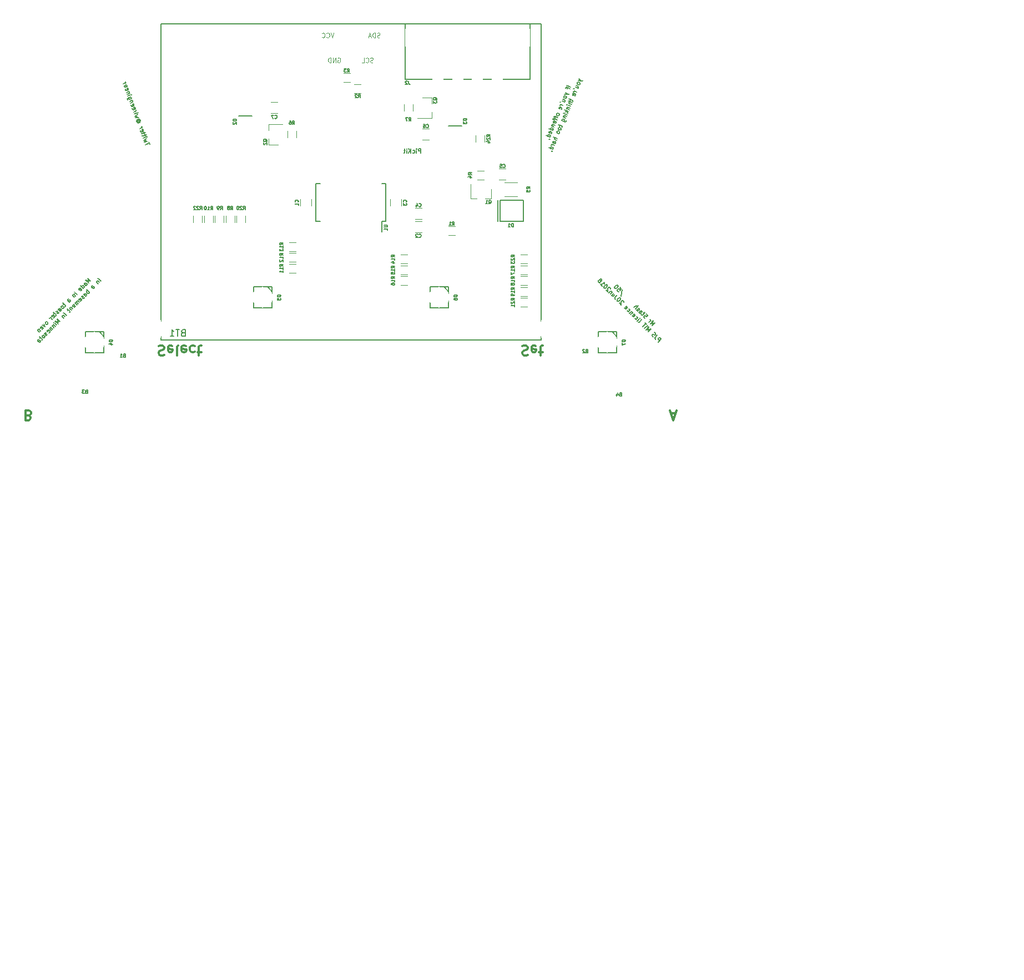
<source format=gbo>
G04 #@! TF.FileFunction,Legend,Bot*
%FSLAX46Y46*%
G04 Gerber Fmt 4.6, Leading zero omitted, Abs format (unit mm)*
G04 Created by KiCad (PCBNEW 4.0.7) date 06/20/18 18:14:49*
%MOMM*%
%LPD*%
G01*
G04 APERTURE LIST*
%ADD10C,0.100000*%
%ADD11C,0.158750*%
%ADD12C,0.300000*%
%ADD13C,0.120000*%
%ADD14C,0.180000*%
%ADD15C,0.150000*%
%ADD16C,0.127000*%
%ADD17R,1.402400X1.152400*%
%ADD18R,1.152400X1.402400*%
%ADD19R,1.752400X4.152400*%
%ADD20C,1.552400*%
%ADD21C,1.252400*%
%ADD22R,2.152400X2.752400*%
%ADD23R,0.952400X1.052400*%
%ADD24R,1.052400X0.952400*%
%ADD25R,0.652400X1.052400*%
%ADD26R,1.052400X0.652400*%
%ADD27R,0.602400X1.902400*%
%ADD28C,1.852400*%
%ADD29O,1.852400X1.852400*%
%ADD30C,2.108200*%
%ADD31R,1.168400X1.168400*%
%ADD32R,2.159000X1.397000*%
%ADD33C,4.724400*%
%ADD34R,1.052400X1.852400*%
%ADD35C,7.652400*%
%ADD36C,3.152400*%
%ADD37R,0.952400X1.552400*%
%ADD38R,1.676400X1.676400*%
%ADD39C,1.676400*%
%ADD40C,2.184400*%
%ADD41R,2.184400X2.184400*%
G04 APERTURE END LIST*
D10*
D11*
X163037762Y-58199262D02*
X163037762Y-57564262D01*
X162795857Y-57564262D01*
X162735381Y-57594500D01*
X162705142Y-57624738D01*
X162674904Y-57685214D01*
X162674904Y-57775929D01*
X162705142Y-57836405D01*
X162735381Y-57866643D01*
X162795857Y-57896881D01*
X163037762Y-57896881D01*
X162402762Y-58199262D02*
X162402762Y-57775929D01*
X162402762Y-57564262D02*
X162433000Y-57594500D01*
X162402762Y-57624738D01*
X162372523Y-57594500D01*
X162402762Y-57564262D01*
X162402762Y-57624738D01*
X161828238Y-58169024D02*
X161888714Y-58199262D01*
X162009666Y-58199262D01*
X162070142Y-58169024D01*
X162100381Y-58138786D01*
X162130619Y-58078310D01*
X162130619Y-57896881D01*
X162100381Y-57836405D01*
X162070142Y-57806167D01*
X162009666Y-57775929D01*
X161888714Y-57775929D01*
X161828238Y-57806167D01*
X161556095Y-58199262D02*
X161556095Y-57564262D01*
X161193237Y-58199262D02*
X161465380Y-57836405D01*
X161193237Y-57564262D02*
X161556095Y-57927119D01*
X160921095Y-58199262D02*
X160921095Y-57775929D01*
X160921095Y-57564262D02*
X160951333Y-57594500D01*
X160921095Y-57624738D01*
X160890856Y-57594500D01*
X160921095Y-57564262D01*
X160921095Y-57624738D01*
X160709428Y-57775929D02*
X160467523Y-57775929D01*
X160618714Y-57564262D02*
X160618714Y-58108548D01*
X160588475Y-58169024D01*
X160527999Y-58199262D01*
X160467523Y-58199262D01*
X121713743Y-56894328D02*
X121589638Y-56553354D01*
X121054985Y-56941023D02*
X121651690Y-56723840D01*
X121339026Y-56483675D02*
X120899855Y-56514805D01*
X121142632Y-56297727D01*
X120817119Y-56287489D01*
X121173553Y-56029042D01*
X120693014Y-55946515D02*
X121090817Y-55801727D01*
X121289719Y-55729332D02*
X121271647Y-55768089D01*
X121232890Y-55750016D01*
X121250962Y-55711259D01*
X121289719Y-55729332D01*
X121232890Y-55750016D01*
X121018423Y-55602825D02*
X120935686Y-55375509D01*
X121186299Y-55445187D02*
X120674837Y-55631344D01*
X120607666Y-55623613D01*
X120558567Y-55577126D01*
X120537883Y-55520297D01*
X120894318Y-55261851D02*
X120811582Y-55034535D01*
X121062194Y-55104213D02*
X120550733Y-55290370D01*
X120483561Y-55282639D01*
X120434463Y-55236152D01*
X120413779Y-55179323D01*
X120287063Y-54742764D02*
X120279333Y-54809935D01*
X120320701Y-54923592D01*
X120369799Y-54970080D01*
X120436970Y-54977810D01*
X120664287Y-54895074D01*
X120710773Y-54845976D01*
X120718503Y-54778804D01*
X120677135Y-54665146D01*
X120628037Y-54618659D01*
X120560866Y-54610929D01*
X120504037Y-54631613D01*
X120550629Y-54936442D01*
X120155228Y-54468960D02*
X120553031Y-54324172D01*
X120439373Y-54365540D02*
X120485860Y-54316441D01*
X120503932Y-54277684D01*
X120511663Y-54210513D01*
X120490979Y-54153685D01*
X120005007Y-53172129D02*
X120043764Y-53190202D01*
X120092863Y-53236690D01*
X120113547Y-53293519D01*
X120105816Y-53360689D01*
X120087744Y-53399446D01*
X120041257Y-53448544D01*
X119984428Y-53469228D01*
X119917256Y-53461498D01*
X119878500Y-53443426D01*
X119829401Y-53396939D01*
X119808717Y-53340110D01*
X119816448Y-53272938D01*
X119834520Y-53234182D01*
X120061836Y-53151445D02*
X119834520Y-53234182D01*
X119795763Y-53216109D01*
X119785421Y-53187695D01*
X119793152Y-53120524D01*
X119839640Y-53071425D01*
X119981712Y-53019715D01*
X120087639Y-53045518D01*
X120175495Y-53110077D01*
X120245278Y-53213394D01*
X120258231Y-53337393D01*
X120232428Y-53443321D01*
X120167869Y-53531177D01*
X120064553Y-53600959D01*
X119940552Y-53613913D01*
X119834625Y-53588110D01*
X119746770Y-53523550D01*
X119676987Y-53420235D01*
X119664033Y-53296234D01*
X119689836Y-53190307D01*
X119994561Y-52789787D02*
X119555389Y-52820917D01*
X119798167Y-52603839D01*
X119472653Y-52593602D01*
X119829088Y-52335155D01*
X119348549Y-52252628D02*
X119746352Y-52107839D01*
X119945254Y-52035445D02*
X119927181Y-52074201D01*
X119888425Y-52056129D01*
X119906497Y-52017372D01*
X119945254Y-52035445D01*
X119888425Y-52056129D01*
X119245129Y-51968483D02*
X119642932Y-51823694D01*
X119529274Y-51865062D02*
X119575760Y-51815963D01*
X119593833Y-51777206D01*
X119601563Y-51710036D01*
X119580879Y-51653207D01*
X119056360Y-51361436D02*
X119048630Y-51428607D01*
X119089998Y-51542264D01*
X119139097Y-51588752D01*
X119206267Y-51596482D01*
X119433584Y-51513746D01*
X119480071Y-51464648D01*
X119487801Y-51397476D01*
X119446433Y-51283818D01*
X119397334Y-51237331D01*
X119330163Y-51229601D01*
X119273335Y-51250285D01*
X119319926Y-51555114D01*
X118870203Y-50849974D02*
X118862473Y-50917145D01*
X118903841Y-51030803D01*
X118952940Y-51077291D01*
X119020111Y-51085021D01*
X119247427Y-51002285D01*
X119293914Y-50953186D01*
X119301644Y-50886014D01*
X119260276Y-50772357D01*
X119211178Y-50725870D01*
X119144007Y-50718139D01*
X119087178Y-50738823D01*
X119133769Y-51043653D01*
X119136172Y-50431383D02*
X118738369Y-50576171D01*
X119079343Y-50452067D02*
X119097415Y-50413309D01*
X119105145Y-50346138D01*
X119074119Y-50260895D01*
X119025021Y-50214408D01*
X118957850Y-50206678D01*
X118645290Y-50320440D01*
X118846594Y-49635776D02*
X118363548Y-49811590D01*
X118317061Y-49860689D01*
X118298989Y-49899445D01*
X118291258Y-49966616D01*
X118322284Y-50051860D01*
X118371383Y-50098347D01*
X118477206Y-49770222D02*
X118469475Y-49837393D01*
X118510844Y-49951051D01*
X118559942Y-49997538D01*
X118598699Y-50015611D01*
X118665870Y-50023341D01*
X118836357Y-49961289D01*
X118882844Y-49912191D01*
X118900916Y-49873433D01*
X118908646Y-49806262D01*
X118867278Y-49692605D01*
X118818180Y-49646118D01*
X118345371Y-49496419D02*
X118743174Y-49351631D01*
X118942076Y-49279236D02*
X118924003Y-49317993D01*
X118885247Y-49299920D01*
X118903319Y-49261163D01*
X118942076Y-49279236D01*
X118885247Y-49299920D01*
X118639754Y-49067485D02*
X118241951Y-49212274D01*
X118582925Y-49088169D02*
X118600997Y-49049412D01*
X118608727Y-48982241D01*
X118577701Y-48896998D01*
X118528603Y-48850511D01*
X118461432Y-48842781D01*
X118148872Y-48956543D01*
X117991130Y-48434740D02*
X117983400Y-48501910D01*
X118024768Y-48615568D01*
X118073866Y-48662056D01*
X118141037Y-48669786D01*
X118368354Y-48587050D01*
X118414840Y-48537952D01*
X118422570Y-48470780D01*
X118381202Y-48357122D01*
X118332104Y-48310635D01*
X118264933Y-48302905D01*
X118208104Y-48323589D01*
X118254696Y-48628418D01*
X117804973Y-47923278D02*
X117797243Y-47990449D01*
X117838611Y-48104107D01*
X117887710Y-48150594D01*
X117954880Y-48158325D01*
X118182197Y-48075588D01*
X118228684Y-48026490D01*
X118236414Y-47959318D01*
X118195046Y-47845660D01*
X118145947Y-47799174D01*
X118078776Y-47791443D01*
X118021948Y-47812127D01*
X118068539Y-48116956D01*
X117673138Y-47649475D02*
X118070941Y-47504686D01*
X117957284Y-47546054D02*
X118003770Y-47496955D01*
X118021842Y-47458199D01*
X118029573Y-47391028D01*
X118008889Y-47334199D01*
X185932021Y-48113370D02*
X185345357Y-47870366D01*
X185459910Y-48146922D02*
X185367337Y-48370414D01*
X185816304Y-48392734D02*
X185313450Y-48184445D01*
X185246005Y-48189239D01*
X185194926Y-48233540D01*
X185171783Y-48289412D01*
X185124333Y-48957077D02*
X185457584Y-49258762D01*
X185008617Y-49236441D02*
X185457584Y-49258762D01*
X185620408Y-49260747D01*
X185659917Y-49244382D01*
X185710997Y-49200081D01*
X185272438Y-49705744D02*
X185267645Y-49638300D01*
X185251280Y-49598791D01*
X185206979Y-49547712D01*
X185039361Y-49478282D01*
X184971917Y-49483075D01*
X184932409Y-49499441D01*
X184881329Y-49543741D01*
X184846614Y-49627550D01*
X184851407Y-49694994D01*
X184867772Y-49734502D01*
X184912073Y-49785582D01*
X185079692Y-49855012D01*
X185147136Y-49850218D01*
X185186644Y-49833854D01*
X185237723Y-49789553D01*
X185272438Y-49705744D01*
X184592039Y-50242150D02*
X184983147Y-50404153D01*
X184696183Y-49990723D02*
X185003483Y-50118010D01*
X185047784Y-50169091D01*
X185052577Y-50236535D01*
X185017862Y-50320344D01*
X184966783Y-50364645D01*
X184927275Y-50381009D01*
X184269196Y-50468449D02*
X184404084Y-50458862D01*
X184751715Y-50962880D02*
X184360606Y-50800877D01*
X184472351Y-50847164D02*
X184404907Y-50851958D01*
X184365399Y-50868322D01*
X184314320Y-50912623D01*
X184291177Y-50968496D01*
X184480775Y-51537972D02*
X184531854Y-51493671D01*
X184578141Y-51381926D01*
X184573348Y-51314481D01*
X184529047Y-51263401D01*
X184305556Y-51170828D01*
X184238112Y-51175621D01*
X184187032Y-51219923D01*
X184140746Y-51331668D01*
X184145539Y-51399112D01*
X184189840Y-51450192D01*
X184245712Y-51473335D01*
X184417301Y-51217115D01*
X184173134Y-52359699D02*
X184168341Y-52292255D01*
X184151976Y-52252746D01*
X184107675Y-52201666D01*
X183940057Y-52132237D01*
X183872613Y-52137030D01*
X183833104Y-52153395D01*
X183782025Y-52197696D01*
X183747310Y-52281505D01*
X183752103Y-52348949D01*
X183768468Y-52388457D01*
X183812769Y-52439537D01*
X183980388Y-52508966D01*
X184047832Y-52504173D01*
X184087340Y-52487809D01*
X184138419Y-52443508D01*
X184173134Y-52359699D01*
X183631594Y-52560869D02*
X183539021Y-52784360D01*
X183987988Y-52806680D02*
X183485133Y-52598391D01*
X183417689Y-52603185D01*
X183366609Y-52647486D01*
X183343466Y-52703358D01*
X183492735Y-52896105D02*
X183400162Y-53119596D01*
X183849129Y-53141916D02*
X183346274Y-52933627D01*
X183278829Y-52938421D01*
X183227750Y-52982722D01*
X183204607Y-53038594D01*
X183589760Y-53689072D02*
X183640839Y-53644771D01*
X183687126Y-53533026D01*
X183682333Y-53465581D01*
X183638032Y-53414501D01*
X183414541Y-53321928D01*
X183347097Y-53326721D01*
X183296017Y-53371023D01*
X183249731Y-53482768D01*
X183254524Y-53550212D01*
X183298825Y-53601292D01*
X183354697Y-53624435D01*
X183526286Y-53368215D01*
X183110871Y-53818005D02*
X183501980Y-53980007D01*
X183166744Y-53841148D02*
X183127236Y-53857513D01*
X183076156Y-53901814D01*
X183041441Y-53985623D01*
X183046235Y-54053067D01*
X183090536Y-54104147D01*
X183397835Y-54231434D01*
X183177975Y-54762225D02*
X182591311Y-54519221D01*
X183150038Y-54750654D02*
X183201118Y-54706353D01*
X183247404Y-54594608D01*
X183242611Y-54527164D01*
X183226247Y-54487655D01*
X183181946Y-54436575D01*
X183014327Y-54367146D01*
X182946883Y-54371939D01*
X182907375Y-54388304D01*
X182856295Y-54432605D01*
X182810009Y-54544350D01*
X182814802Y-54611794D01*
X182941749Y-55253508D02*
X182992829Y-55209208D01*
X183039115Y-55097462D01*
X183034322Y-55030017D01*
X182990021Y-54978938D01*
X182766530Y-54886365D01*
X182699086Y-54891158D01*
X182648006Y-54935460D01*
X182601720Y-55047205D01*
X182606513Y-55114649D01*
X182650814Y-55165729D01*
X182706686Y-55188872D01*
X182878275Y-54932651D01*
X182749825Y-55795871D02*
X182163161Y-55552867D01*
X182721888Y-55784299D02*
X182772968Y-55739998D01*
X182819254Y-55628253D01*
X182814461Y-55560809D01*
X182798097Y-55521301D01*
X182753796Y-55470221D01*
X182586177Y-55400791D01*
X182518733Y-55405584D01*
X182479225Y-55421950D01*
X182428145Y-55466251D01*
X182381859Y-55577996D01*
X182386652Y-55645440D01*
X182594600Y-56091600D02*
X182622536Y-56103172D01*
X182689981Y-56098378D01*
X182729489Y-56082013D01*
X187186655Y-46882029D02*
X187519905Y-47183713D01*
X187070939Y-47161392D02*
X187519905Y-47183713D01*
X187682730Y-47185699D01*
X187722238Y-47169333D01*
X187773318Y-47125033D01*
X187334759Y-47630696D02*
X187329966Y-47563252D01*
X187313602Y-47523743D01*
X187269301Y-47472663D01*
X187101682Y-47403233D01*
X187034238Y-47408027D01*
X186994730Y-47424392D01*
X186943650Y-47468693D01*
X186908936Y-47552502D01*
X186913729Y-47619946D01*
X186930094Y-47659454D01*
X186974394Y-47710533D01*
X187142013Y-47779963D01*
X187209457Y-47775170D01*
X187248965Y-47758805D01*
X187300044Y-47714504D01*
X187334759Y-47630696D01*
X186654360Y-48167102D02*
X187045469Y-48329104D01*
X186758505Y-47915674D02*
X187065805Y-48042962D01*
X187110105Y-48094042D01*
X187114898Y-48161487D01*
X187080184Y-48245295D01*
X187029104Y-48289596D01*
X186989596Y-48305961D01*
X186331517Y-48393401D02*
X186466406Y-48383814D01*
X186814036Y-48887831D02*
X186422928Y-48725829D01*
X186534673Y-48772115D02*
X186467228Y-48776909D01*
X186427720Y-48793274D01*
X186376641Y-48837575D01*
X186353498Y-48893447D01*
X186543096Y-49462923D02*
X186594176Y-49418622D01*
X186640462Y-49306877D01*
X186635669Y-49239432D01*
X186591368Y-49188353D01*
X186367877Y-49095780D01*
X186300433Y-49100573D01*
X186249353Y-49144875D01*
X186203067Y-49256620D01*
X186207860Y-49324064D01*
X186252161Y-49375143D01*
X186308034Y-49398287D01*
X186479622Y-49142066D01*
X185913776Y-49955029D02*
X185821203Y-50178520D01*
X185683507Y-49957837D02*
X186186361Y-50166126D01*
X186230662Y-50217206D01*
X186235455Y-50284650D01*
X186212312Y-50340523D01*
X186131311Y-50536077D02*
X185544647Y-50293073D01*
X186027166Y-50787504D02*
X185719866Y-50660216D01*
X185675565Y-50609137D01*
X185670772Y-50541693D01*
X185705487Y-50457884D01*
X185756566Y-50413583D01*
X185796075Y-50397218D01*
X185911450Y-51066868D02*
X185520341Y-50904865D01*
X185324787Y-50823864D02*
X185364294Y-50807499D01*
X185380659Y-50847007D01*
X185341151Y-50863373D01*
X185324787Y-50823864D01*
X185380659Y-50847007D01*
X185404625Y-51184229D02*
X185795734Y-51346231D01*
X185460498Y-51207372D02*
X185420989Y-51223738D01*
X185369910Y-51268039D01*
X185335195Y-51351847D01*
X185339988Y-51419292D01*
X185384289Y-51470371D01*
X185691589Y-51597659D01*
X185575873Y-51877022D02*
X184989210Y-51634018D01*
X185329238Y-51840323D02*
X185483300Y-52100514D01*
X185092191Y-51938511D02*
X185408254Y-51807593D01*
X185379155Y-52351941D02*
X184988047Y-52189938D01*
X184792492Y-52108937D02*
X184832000Y-52092572D01*
X184848364Y-52132080D01*
X184808856Y-52148446D01*
X184792492Y-52108937D01*
X184848364Y-52132080D01*
X184872330Y-52469302D02*
X185263439Y-52631304D01*
X184928203Y-52492445D02*
X184888695Y-52508811D01*
X184837615Y-52553112D01*
X184802901Y-52636920D01*
X184807694Y-52704365D01*
X184851995Y-52755444D01*
X185159295Y-52882732D01*
X184548325Y-53251520D02*
X185023243Y-53448238D01*
X185090687Y-53443444D01*
X185130195Y-53427080D01*
X185181275Y-53382779D01*
X185215990Y-53298970D01*
X185211196Y-53231525D01*
X184911497Y-53401951D02*
X184962577Y-53357650D01*
X185008863Y-53245905D01*
X185004070Y-53178461D01*
X184987706Y-53138952D01*
X184943405Y-53087873D01*
X184775786Y-53018443D01*
X184708342Y-53023236D01*
X184668834Y-53039602D01*
X184617755Y-53083903D01*
X184571468Y-53195648D01*
X184576261Y-53263092D01*
X184282178Y-53894057D02*
X184189604Y-54117548D01*
X184051908Y-53896865D02*
X184554763Y-54105154D01*
X184599063Y-54156234D01*
X184603856Y-54223678D01*
X184580713Y-54279551D01*
X184464997Y-54558914D02*
X184460204Y-54491470D01*
X184443840Y-54451962D01*
X184399539Y-54400882D01*
X184231920Y-54331452D01*
X184164476Y-54336245D01*
X184124968Y-54352611D01*
X184073888Y-54396912D01*
X184039174Y-54480721D01*
X184043967Y-54548165D01*
X184060331Y-54587673D01*
X184104632Y-54638752D01*
X184272251Y-54708182D01*
X184339695Y-54703389D01*
X184379203Y-54687024D01*
X184430282Y-54642723D01*
X184464997Y-54558914D01*
X184245136Y-55089705D02*
X184240343Y-55022261D01*
X184223979Y-54982753D01*
X184179678Y-54931673D01*
X184012059Y-54862243D01*
X183944615Y-54867036D01*
X183905107Y-54883402D01*
X183854027Y-54927703D01*
X183819313Y-55011512D01*
X183824106Y-55078956D01*
X183840471Y-55118464D01*
X183884771Y-55169543D01*
X184052390Y-55238973D01*
X184119834Y-55234180D01*
X184159342Y-55217815D01*
X184210421Y-55173514D01*
X184245136Y-55089705D01*
X183874844Y-55983669D02*
X183288181Y-55740665D01*
X183770700Y-56235096D02*
X183463400Y-56107808D01*
X183419099Y-56056729D01*
X183414306Y-55989285D01*
X183449021Y-55905476D01*
X183500100Y-55861175D01*
X183539608Y-55844809D01*
X183550839Y-56765887D02*
X183243539Y-56638599D01*
X183199238Y-56587520D01*
X183194445Y-56520076D01*
X183240731Y-56408331D01*
X183291811Y-56364029D01*
X183522903Y-56754316D02*
X183573982Y-56710015D01*
X183631840Y-56570333D01*
X183627047Y-56502888D01*
X183582746Y-56451809D01*
X183526873Y-56428665D01*
X183459429Y-56433458D01*
X183408349Y-56477760D01*
X183350491Y-56617442D01*
X183299412Y-56661743D01*
X183435123Y-57045251D02*
X183044014Y-56883248D01*
X183155759Y-56929535D02*
X183088315Y-56934329D01*
X183048807Y-56950693D01*
X182997727Y-56994994D01*
X182974584Y-57050867D01*
X183180547Y-57659851D02*
X182593884Y-57416847D01*
X183152611Y-57648279D02*
X183203690Y-57603978D01*
X183249977Y-57492233D01*
X183245184Y-57424789D01*
X183228819Y-57385280D01*
X183184518Y-57334201D01*
X183016900Y-57264771D01*
X182949456Y-57269564D01*
X182909947Y-57285929D01*
X182858868Y-57330230D01*
X182812582Y-57441975D01*
X182817375Y-57509420D01*
X183008958Y-57916071D02*
X183025323Y-57955580D01*
X183064831Y-57939214D01*
X183048466Y-57899706D01*
X183008958Y-57916071D01*
X183064831Y-57939214D01*
X178504548Y-167422286D02*
X178474310Y-167452524D01*
X178383595Y-167482762D01*
X178323119Y-167482762D01*
X178232405Y-167452524D01*
X178171929Y-167392048D01*
X178141690Y-167331571D01*
X178111452Y-167210619D01*
X178111452Y-167119905D01*
X178141690Y-166998952D01*
X178171929Y-166938476D01*
X178232405Y-166878000D01*
X178323119Y-166847762D01*
X178383595Y-166847762D01*
X178474310Y-166878000D01*
X178504548Y-166908238D01*
X178867405Y-167482762D02*
X178806929Y-167452524D01*
X178776690Y-167422286D01*
X178746452Y-167361810D01*
X178746452Y-167180381D01*
X178776690Y-167119905D01*
X178806929Y-167089667D01*
X178867405Y-167059429D01*
X178958119Y-167059429D01*
X179018595Y-167089667D01*
X179048833Y-167119905D01*
X179079071Y-167180381D01*
X179079071Y-167361810D01*
X179048833Y-167422286D01*
X179018595Y-167452524D01*
X178958119Y-167482762D01*
X178867405Y-167482762D01*
X179351214Y-167059429D02*
X179351214Y-167694429D01*
X179351214Y-167089667D02*
X179411691Y-167059429D01*
X179532643Y-167059429D01*
X179593119Y-167089667D01*
X179623357Y-167119905D01*
X179653595Y-167180381D01*
X179653595Y-167361810D01*
X179623357Y-167422286D01*
X179593119Y-167452524D01*
X179532643Y-167482762D01*
X179411691Y-167482762D01*
X179351214Y-167452524D01*
X179865262Y-167059429D02*
X180016453Y-167482762D01*
X180167643Y-167059429D02*
X180016453Y-167482762D01*
X179955977Y-167633952D01*
X179925738Y-167664190D01*
X179865262Y-167694429D01*
X180409548Y-167482762D02*
X180409548Y-167059429D01*
X180409548Y-167180381D02*
X180439787Y-167119905D01*
X180470025Y-167089667D01*
X180530501Y-167059429D01*
X180590977Y-167059429D01*
X180802643Y-167482762D02*
X180802643Y-167059429D01*
X180802643Y-166847762D02*
X180772405Y-166878000D01*
X180802643Y-166908238D01*
X180832882Y-166878000D01*
X180802643Y-166847762D01*
X180802643Y-166908238D01*
X181377167Y-167059429D02*
X181377167Y-167573476D01*
X181346929Y-167633952D01*
X181316691Y-167664190D01*
X181256215Y-167694429D01*
X181165501Y-167694429D01*
X181105024Y-167664190D01*
X181377167Y-167452524D02*
X181316691Y-167482762D01*
X181195739Y-167482762D01*
X181135263Y-167452524D01*
X181105024Y-167422286D01*
X181074786Y-167361810D01*
X181074786Y-167180381D01*
X181105024Y-167119905D01*
X181135263Y-167089667D01*
X181195739Y-167059429D01*
X181316691Y-167059429D01*
X181377167Y-167089667D01*
X181679548Y-167482762D02*
X181679548Y-166847762D01*
X181951691Y-167482762D02*
X181951691Y-167150143D01*
X181921453Y-167089667D01*
X181860977Y-167059429D01*
X181770263Y-167059429D01*
X181709787Y-167089667D01*
X181679548Y-167119905D01*
X182163358Y-167059429D02*
X182405263Y-167059429D01*
X182254072Y-166847762D02*
X182254072Y-167392048D01*
X182284311Y-167452524D01*
X182344787Y-167482762D01*
X182405263Y-167482762D01*
X183282168Y-167724667D02*
X183251930Y-167694429D01*
X183191454Y-167603714D01*
X183161216Y-167543238D01*
X183130978Y-167452524D01*
X183100739Y-167301333D01*
X183100739Y-167180381D01*
X183130978Y-167029190D01*
X183161216Y-166938476D01*
X183191454Y-166878000D01*
X183251930Y-166787286D01*
X183282168Y-166757048D01*
X183796215Y-167452524D02*
X183735739Y-167482762D01*
X183614787Y-167482762D01*
X183554311Y-167452524D01*
X183524072Y-167422286D01*
X183493834Y-167361810D01*
X183493834Y-167180381D01*
X183524072Y-167119905D01*
X183554311Y-167089667D01*
X183614787Y-167059429D01*
X183735739Y-167059429D01*
X183796215Y-167089667D01*
X184007882Y-167724667D02*
X184038120Y-167694429D01*
X184098597Y-167603714D01*
X184128835Y-167543238D01*
X184159073Y-167452524D01*
X184189311Y-167301333D01*
X184189311Y-167180381D01*
X184159073Y-167029190D01*
X184128835Y-166938476D01*
X184098597Y-166878000D01*
X184038120Y-166787286D01*
X184007882Y-166757048D01*
X184945263Y-166908238D02*
X184975501Y-166878000D01*
X185035978Y-166847762D01*
X185187168Y-166847762D01*
X185247644Y-166878000D01*
X185277882Y-166908238D01*
X185308121Y-166968714D01*
X185308121Y-167029190D01*
X185277882Y-167119905D01*
X184915025Y-167482762D01*
X185308121Y-167482762D01*
X185701216Y-166847762D02*
X185761692Y-166847762D01*
X185822168Y-166878000D01*
X185852406Y-166908238D01*
X185882644Y-166968714D01*
X185912883Y-167089667D01*
X185912883Y-167240857D01*
X185882644Y-167361810D01*
X185852406Y-167422286D01*
X185822168Y-167452524D01*
X185761692Y-167482762D01*
X185701216Y-167482762D01*
X185640740Y-167452524D01*
X185610502Y-167422286D01*
X185580263Y-167361810D01*
X185550025Y-167240857D01*
X185550025Y-167089667D01*
X185580263Y-166968714D01*
X185610502Y-166908238D01*
X185640740Y-166878000D01*
X185701216Y-166847762D01*
X186517645Y-167482762D02*
X186154787Y-167482762D01*
X186336216Y-167482762D02*
X186336216Y-166847762D01*
X186275740Y-166938476D01*
X186215264Y-166998952D01*
X186154787Y-167029190D01*
X186880502Y-167119905D02*
X186820026Y-167089667D01*
X186789787Y-167059429D01*
X186759549Y-166998952D01*
X186759549Y-166968714D01*
X186789787Y-166908238D01*
X186820026Y-166878000D01*
X186880502Y-166847762D01*
X187001454Y-166847762D01*
X187061930Y-166878000D01*
X187092168Y-166908238D01*
X187122407Y-166968714D01*
X187122407Y-166998952D01*
X187092168Y-167059429D01*
X187061930Y-167089667D01*
X187001454Y-167119905D01*
X186880502Y-167119905D01*
X186820026Y-167150143D01*
X186789787Y-167180381D01*
X186759549Y-167240857D01*
X186759549Y-167361810D01*
X186789787Y-167422286D01*
X186820026Y-167452524D01*
X186880502Y-167482762D01*
X187001454Y-167482762D01*
X187061930Y-167452524D01*
X187092168Y-167422286D01*
X187122407Y-167361810D01*
X187122407Y-167240857D01*
X187092168Y-167180381D01*
X187061930Y-167150143D01*
X187001454Y-167119905D01*
X187878359Y-167482762D02*
X187878359Y-166847762D01*
X188120264Y-166847762D01*
X188180740Y-166878000D01*
X188210979Y-166908238D01*
X188241217Y-166968714D01*
X188241217Y-167059429D01*
X188210979Y-167119905D01*
X188180740Y-167150143D01*
X188120264Y-167180381D01*
X187878359Y-167180381D01*
X188755264Y-167452524D02*
X188694788Y-167482762D01*
X188573836Y-167482762D01*
X188513359Y-167452524D01*
X188483121Y-167392048D01*
X188483121Y-167150143D01*
X188513359Y-167089667D01*
X188573836Y-167059429D01*
X188694788Y-167059429D01*
X188755264Y-167089667D01*
X188785502Y-167150143D01*
X188785502Y-167210619D01*
X188483121Y-167271095D01*
X188966931Y-167059429D02*
X189208836Y-167059429D01*
X189057645Y-166847762D02*
X189057645Y-167392048D01*
X189087884Y-167452524D01*
X189148360Y-167482762D01*
X189208836Y-167482762D01*
X189662407Y-167452524D02*
X189601931Y-167482762D01*
X189480979Y-167482762D01*
X189420502Y-167452524D01*
X189390264Y-167392048D01*
X189390264Y-167150143D01*
X189420502Y-167089667D01*
X189480979Y-167059429D01*
X189601931Y-167059429D01*
X189662407Y-167089667D01*
X189692645Y-167150143D01*
X189692645Y-167210619D01*
X189390264Y-167271095D01*
X189964788Y-167482762D02*
X189964788Y-167059429D01*
X189964788Y-167180381D02*
X189995027Y-167119905D01*
X190025265Y-167089667D01*
X190085741Y-167059429D01*
X190146217Y-167059429D01*
X190811455Y-167452524D02*
X190902170Y-167482762D01*
X191053360Y-167482762D01*
X191113836Y-167452524D01*
X191144074Y-167422286D01*
X191174313Y-167361810D01*
X191174313Y-167301333D01*
X191144074Y-167240857D01*
X191113836Y-167210619D01*
X191053360Y-167180381D01*
X190932408Y-167150143D01*
X190871932Y-167119905D01*
X190841693Y-167089667D01*
X190811455Y-167029190D01*
X190811455Y-166968714D01*
X190841693Y-166908238D01*
X190871932Y-166878000D01*
X190932408Y-166847762D01*
X191083598Y-166847762D01*
X191174313Y-166878000D01*
X191446455Y-167482762D02*
X191446455Y-166847762D01*
X191718598Y-167482762D02*
X191718598Y-167150143D01*
X191688360Y-167089667D01*
X191627884Y-167059429D01*
X191537170Y-167059429D01*
X191476694Y-167089667D01*
X191446455Y-167119905D01*
X192293122Y-167482762D02*
X192293122Y-167150143D01*
X192262884Y-167089667D01*
X192202408Y-167059429D01*
X192081456Y-167059429D01*
X192020979Y-167089667D01*
X192293122Y-167452524D02*
X192232646Y-167482762D01*
X192081456Y-167482762D01*
X192020979Y-167452524D01*
X191990741Y-167392048D01*
X191990741Y-167331571D01*
X192020979Y-167271095D01*
X192081456Y-167240857D01*
X192232646Y-167240857D01*
X192293122Y-167210619D01*
X192595503Y-167482762D02*
X192595503Y-166847762D01*
X192595503Y-167089667D02*
X192655980Y-167059429D01*
X192776932Y-167059429D01*
X192837408Y-167089667D01*
X192867646Y-167119905D01*
X192897884Y-167180381D01*
X192897884Y-167361810D01*
X192867646Y-167422286D01*
X192837408Y-167452524D01*
X192776932Y-167482762D01*
X192655980Y-167482762D01*
X192595503Y-167452524D01*
X193170027Y-167482762D02*
X193170027Y-167059429D01*
X193170027Y-166847762D02*
X193139789Y-166878000D01*
X193170027Y-166908238D01*
X193200266Y-166878000D01*
X193170027Y-166847762D01*
X193170027Y-166908238D01*
X193472408Y-167059429D02*
X193472408Y-167482762D01*
X193472408Y-167119905D02*
X193502647Y-167089667D01*
X193563123Y-167059429D01*
X193653837Y-167059429D01*
X193714313Y-167089667D01*
X193744551Y-167150143D01*
X193744551Y-167482762D01*
X194137647Y-167482762D02*
X194077171Y-167452524D01*
X194046932Y-167422286D01*
X194016694Y-167361810D01*
X194016694Y-167180381D01*
X194046932Y-167119905D01*
X194077171Y-167089667D01*
X194137647Y-167059429D01*
X194228361Y-167059429D01*
X194288837Y-167089667D01*
X194319075Y-167119905D01*
X194349313Y-167180381D01*
X194349313Y-167361810D01*
X194319075Y-167422286D01*
X194288837Y-167452524D01*
X194228361Y-167482762D01*
X194137647Y-167482762D01*
X178141690Y-169705262D02*
X178141690Y-169070262D01*
X178383595Y-169070262D01*
X178444071Y-169100500D01*
X178474310Y-169130738D01*
X178504548Y-169191214D01*
X178504548Y-169281929D01*
X178474310Y-169342405D01*
X178444071Y-169372643D01*
X178383595Y-169402881D01*
X178141690Y-169402881D01*
X179018595Y-169675024D02*
X178958119Y-169705262D01*
X178837167Y-169705262D01*
X178776690Y-169675024D01*
X178746452Y-169614548D01*
X178746452Y-169372643D01*
X178776690Y-169312167D01*
X178837167Y-169281929D01*
X178958119Y-169281929D01*
X179018595Y-169312167D01*
X179048833Y-169372643D01*
X179048833Y-169433119D01*
X178746452Y-169493595D01*
X179320976Y-169705262D02*
X179320976Y-169281929D01*
X179320976Y-169402881D02*
X179351215Y-169342405D01*
X179381453Y-169312167D01*
X179441929Y-169281929D01*
X179502405Y-169281929D01*
X179714071Y-169705262D02*
X179714071Y-169281929D01*
X179714071Y-169342405D02*
X179744310Y-169312167D01*
X179804786Y-169281929D01*
X179895500Y-169281929D01*
X179955976Y-169312167D01*
X179986214Y-169372643D01*
X179986214Y-169705262D01*
X179986214Y-169372643D02*
X180016452Y-169312167D01*
X180076929Y-169281929D01*
X180167643Y-169281929D01*
X180228119Y-169312167D01*
X180258357Y-169372643D01*
X180258357Y-169705262D01*
X180560738Y-169705262D02*
X180560738Y-169281929D01*
X180560738Y-169070262D02*
X180530500Y-169100500D01*
X180560738Y-169130738D01*
X180590977Y-169100500D01*
X180560738Y-169070262D01*
X180560738Y-169130738D01*
X180832881Y-169675024D02*
X180893358Y-169705262D01*
X181014310Y-169705262D01*
X181074786Y-169675024D01*
X181105024Y-169614548D01*
X181105024Y-169584310D01*
X181074786Y-169523833D01*
X181014310Y-169493595D01*
X180923596Y-169493595D01*
X180863119Y-169463357D01*
X180832881Y-169402881D01*
X180832881Y-169372643D01*
X180863119Y-169312167D01*
X180923596Y-169281929D01*
X181014310Y-169281929D01*
X181074786Y-169312167D01*
X181346929Y-169675024D02*
X181407406Y-169705262D01*
X181528358Y-169705262D01*
X181588834Y-169675024D01*
X181619072Y-169614548D01*
X181619072Y-169584310D01*
X181588834Y-169523833D01*
X181528358Y-169493595D01*
X181437644Y-169493595D01*
X181377167Y-169463357D01*
X181346929Y-169402881D01*
X181346929Y-169372643D01*
X181377167Y-169312167D01*
X181437644Y-169281929D01*
X181528358Y-169281929D01*
X181588834Y-169312167D01*
X181891215Y-169705262D02*
X181891215Y-169281929D01*
X181891215Y-169070262D02*
X181860977Y-169100500D01*
X181891215Y-169130738D01*
X181921454Y-169100500D01*
X181891215Y-169070262D01*
X181891215Y-169130738D01*
X182284311Y-169705262D02*
X182223835Y-169675024D01*
X182193596Y-169644786D01*
X182163358Y-169584310D01*
X182163358Y-169402881D01*
X182193596Y-169342405D01*
X182223835Y-169312167D01*
X182284311Y-169281929D01*
X182375025Y-169281929D01*
X182435501Y-169312167D01*
X182465739Y-169342405D01*
X182495977Y-169402881D01*
X182495977Y-169584310D01*
X182465739Y-169644786D01*
X182435501Y-169675024D01*
X182375025Y-169705262D01*
X182284311Y-169705262D01*
X182768120Y-169281929D02*
X182768120Y-169705262D01*
X182768120Y-169342405D02*
X182798359Y-169312167D01*
X182858835Y-169281929D01*
X182949549Y-169281929D01*
X183010025Y-169312167D01*
X183040263Y-169372643D01*
X183040263Y-169705262D01*
X183826454Y-169705262D02*
X183826454Y-169281929D01*
X183826454Y-169070262D02*
X183796216Y-169100500D01*
X183826454Y-169130738D01*
X183856693Y-169100500D01*
X183826454Y-169070262D01*
X183826454Y-169130738D01*
X184098597Y-169675024D02*
X184159074Y-169705262D01*
X184280026Y-169705262D01*
X184340502Y-169675024D01*
X184370740Y-169614548D01*
X184370740Y-169584310D01*
X184340502Y-169523833D01*
X184280026Y-169493595D01*
X184189312Y-169493595D01*
X184128835Y-169463357D01*
X184098597Y-169402881D01*
X184098597Y-169372643D01*
X184128835Y-169312167D01*
X184189312Y-169281929D01*
X184280026Y-169281929D01*
X184340502Y-169312167D01*
X185126693Y-169705262D02*
X185126693Y-169070262D01*
X185398836Y-169705262D02*
X185398836Y-169372643D01*
X185368598Y-169312167D01*
X185308122Y-169281929D01*
X185217408Y-169281929D01*
X185156932Y-169312167D01*
X185126693Y-169342405D01*
X185943122Y-169675024D02*
X185882646Y-169705262D01*
X185761694Y-169705262D01*
X185701217Y-169675024D01*
X185670979Y-169614548D01*
X185670979Y-169372643D01*
X185701217Y-169312167D01*
X185761694Y-169281929D01*
X185882646Y-169281929D01*
X185943122Y-169312167D01*
X185973360Y-169372643D01*
X185973360Y-169433119D01*
X185670979Y-169493595D01*
X186245503Y-169705262D02*
X186245503Y-169281929D01*
X186245503Y-169402881D02*
X186275742Y-169342405D01*
X186305980Y-169312167D01*
X186366456Y-169281929D01*
X186426932Y-169281929D01*
X186880503Y-169675024D02*
X186820027Y-169705262D01*
X186699075Y-169705262D01*
X186638598Y-169675024D01*
X186608360Y-169614548D01*
X186608360Y-169372643D01*
X186638598Y-169312167D01*
X186699075Y-169281929D01*
X186820027Y-169281929D01*
X186880503Y-169312167D01*
X186910741Y-169372643D01*
X186910741Y-169433119D01*
X186608360Y-169493595D01*
X187182884Y-169705262D02*
X187182884Y-169070262D01*
X187182884Y-169312167D02*
X187243361Y-169281929D01*
X187364313Y-169281929D01*
X187424789Y-169312167D01*
X187455027Y-169342405D01*
X187485265Y-169402881D01*
X187485265Y-169584310D01*
X187455027Y-169644786D01*
X187424789Y-169675024D01*
X187364313Y-169705262D01*
X187243361Y-169705262D01*
X187182884Y-169675024D01*
X187696932Y-169281929D02*
X187848123Y-169705262D01*
X187999313Y-169281929D02*
X187848123Y-169705262D01*
X187787647Y-169856452D01*
X187757408Y-169886690D01*
X187696932Y-169916929D01*
X188997171Y-169281929D02*
X188997171Y-169795976D01*
X188966933Y-169856452D01*
X188936695Y-169886690D01*
X188876219Y-169916929D01*
X188785505Y-169916929D01*
X188725028Y-169886690D01*
X188997171Y-169675024D02*
X188936695Y-169705262D01*
X188815743Y-169705262D01*
X188755267Y-169675024D01*
X188725028Y-169644786D01*
X188694790Y-169584310D01*
X188694790Y-169402881D01*
X188725028Y-169342405D01*
X188755267Y-169312167D01*
X188815743Y-169281929D01*
X188936695Y-169281929D01*
X188997171Y-169312167D01*
X189299552Y-169705262D02*
X189299552Y-169281929D01*
X189299552Y-169402881D02*
X189329791Y-169342405D01*
X189360029Y-169312167D01*
X189420505Y-169281929D01*
X189480981Y-169281929D01*
X189964790Y-169705262D02*
X189964790Y-169372643D01*
X189934552Y-169312167D01*
X189874076Y-169281929D01*
X189753124Y-169281929D01*
X189692647Y-169312167D01*
X189964790Y-169675024D02*
X189904314Y-169705262D01*
X189753124Y-169705262D01*
X189692647Y-169675024D01*
X189662409Y-169614548D01*
X189662409Y-169554071D01*
X189692647Y-169493595D01*
X189753124Y-169463357D01*
X189904314Y-169463357D01*
X189964790Y-169433119D01*
X190267171Y-169281929D02*
X190267171Y-169705262D01*
X190267171Y-169342405D02*
X190297410Y-169312167D01*
X190357886Y-169281929D01*
X190448600Y-169281929D01*
X190509076Y-169312167D01*
X190539314Y-169372643D01*
X190539314Y-169705262D01*
X190750981Y-169281929D02*
X190992886Y-169281929D01*
X190841695Y-169070262D02*
X190841695Y-169614548D01*
X190871934Y-169675024D01*
X190932410Y-169705262D01*
X190992886Y-169705262D01*
X191446457Y-169675024D02*
X191385981Y-169705262D01*
X191265029Y-169705262D01*
X191204552Y-169675024D01*
X191174314Y-169614548D01*
X191174314Y-169372643D01*
X191204552Y-169312167D01*
X191265029Y-169281929D01*
X191385981Y-169281929D01*
X191446457Y-169312167D01*
X191476695Y-169372643D01*
X191476695Y-169433119D01*
X191174314Y-169493595D01*
X192020981Y-169705262D02*
X192020981Y-169070262D01*
X192020981Y-169675024D02*
X191960505Y-169705262D01*
X191839553Y-169705262D01*
X191779077Y-169675024D01*
X191748838Y-169644786D01*
X191718600Y-169584310D01*
X191718600Y-169402881D01*
X191748838Y-169342405D01*
X191779077Y-169312167D01*
X191839553Y-169281929D01*
X191960505Y-169281929D01*
X192020981Y-169312167D01*
X192353601Y-169675024D02*
X192353601Y-169705262D01*
X192323362Y-169765738D01*
X192293124Y-169795976D01*
X193018839Y-169281929D02*
X193260744Y-169281929D01*
X193109553Y-169705262D02*
X193109553Y-169160976D01*
X193139792Y-169100500D01*
X193200268Y-169070262D01*
X193260744Y-169070262D01*
X193472410Y-169705262D02*
X193472410Y-169281929D01*
X193472410Y-169402881D02*
X193502649Y-169342405D01*
X193532887Y-169312167D01*
X193593363Y-169281929D01*
X193653839Y-169281929D01*
X194107410Y-169675024D02*
X194046934Y-169705262D01*
X193925982Y-169705262D01*
X193865505Y-169675024D01*
X193835267Y-169614548D01*
X193835267Y-169372643D01*
X193865505Y-169312167D01*
X193925982Y-169281929D01*
X194046934Y-169281929D01*
X194107410Y-169312167D01*
X194137648Y-169372643D01*
X194137648Y-169433119D01*
X193835267Y-169493595D01*
X194651696Y-169675024D02*
X194591220Y-169705262D01*
X194470268Y-169705262D01*
X194409791Y-169675024D01*
X194379553Y-169614548D01*
X194379553Y-169372643D01*
X194409791Y-169312167D01*
X194470268Y-169281929D01*
X194591220Y-169281929D01*
X194651696Y-169312167D01*
X194681934Y-169372643D01*
X194681934Y-169433119D01*
X194379553Y-169493595D01*
X195528602Y-169705262D02*
X195468126Y-169675024D01*
X195437887Y-169644786D01*
X195407649Y-169584310D01*
X195407649Y-169402881D01*
X195437887Y-169342405D01*
X195468126Y-169312167D01*
X195528602Y-169281929D01*
X195619316Y-169281929D01*
X195679792Y-169312167D01*
X195710030Y-169342405D01*
X195740268Y-169402881D01*
X195740268Y-169584310D01*
X195710030Y-169644786D01*
X195679792Y-169675024D01*
X195619316Y-169705262D01*
X195528602Y-169705262D01*
X195921697Y-169281929D02*
X196163602Y-169281929D01*
X196012411Y-169705262D02*
X196012411Y-169160976D01*
X196042650Y-169100500D01*
X196103126Y-169070262D01*
X196163602Y-169070262D01*
X197131221Y-169675024D02*
X197070745Y-169705262D01*
X196949793Y-169705262D01*
X196889317Y-169675024D01*
X196859078Y-169644786D01*
X196828840Y-169584310D01*
X196828840Y-169402881D01*
X196859078Y-169342405D01*
X196889317Y-169312167D01*
X196949793Y-169281929D01*
X197070745Y-169281929D01*
X197131221Y-169312167D01*
X197403364Y-169705262D02*
X197403364Y-169070262D01*
X197675507Y-169705262D02*
X197675507Y-169372643D01*
X197645269Y-169312167D01*
X197584793Y-169281929D01*
X197494079Y-169281929D01*
X197433603Y-169312167D01*
X197403364Y-169342405D01*
X198250031Y-169705262D02*
X198250031Y-169372643D01*
X198219793Y-169312167D01*
X198159317Y-169281929D01*
X198038365Y-169281929D01*
X197977888Y-169312167D01*
X198250031Y-169675024D02*
X198189555Y-169705262D01*
X198038365Y-169705262D01*
X197977888Y-169675024D01*
X197947650Y-169614548D01*
X197947650Y-169554071D01*
X197977888Y-169493595D01*
X198038365Y-169463357D01*
X198189555Y-169463357D01*
X198250031Y-169433119D01*
X198552412Y-169705262D02*
X198552412Y-169281929D01*
X198552412Y-169402881D02*
X198582651Y-169342405D01*
X198612889Y-169312167D01*
X198673365Y-169281929D01*
X198733841Y-169281929D01*
X199217650Y-169281929D02*
X199217650Y-169795976D01*
X199187412Y-169856452D01*
X199157174Y-169886690D01*
X199096698Y-169916929D01*
X199005984Y-169916929D01*
X198945507Y-169886690D01*
X199217650Y-169675024D02*
X199157174Y-169705262D01*
X199036222Y-169705262D01*
X198975746Y-169675024D01*
X198945507Y-169644786D01*
X198915269Y-169584310D01*
X198915269Y-169402881D01*
X198945507Y-169342405D01*
X198975746Y-169312167D01*
X199036222Y-169281929D01*
X199157174Y-169281929D01*
X199217650Y-169312167D01*
X199761936Y-169675024D02*
X199701460Y-169705262D01*
X199580508Y-169705262D01*
X199520031Y-169675024D01*
X199489793Y-169614548D01*
X199489793Y-169372643D01*
X199520031Y-169312167D01*
X199580508Y-169281929D01*
X199701460Y-169281929D01*
X199761936Y-169312167D01*
X199792174Y-169372643D01*
X199792174Y-169433119D01*
X199489793Y-169493595D01*
X200094556Y-169675024D02*
X200094556Y-169705262D01*
X200064317Y-169765738D01*
X200034079Y-169795976D01*
X200759794Y-169281929D02*
X201001699Y-169281929D01*
X200850508Y-169070262D02*
X200850508Y-169614548D01*
X200880747Y-169675024D01*
X200941223Y-169705262D01*
X201001699Y-169705262D01*
X201304080Y-169705262D02*
X201243604Y-169675024D01*
X201213365Y-169644786D01*
X201183127Y-169584310D01*
X201183127Y-169402881D01*
X201213365Y-169342405D01*
X201243604Y-169312167D01*
X201304080Y-169281929D01*
X201394794Y-169281929D01*
X201455270Y-169312167D01*
X201485508Y-169342405D01*
X201515746Y-169402881D01*
X201515746Y-169584310D01*
X201485508Y-169644786D01*
X201455270Y-169675024D01*
X201394794Y-169705262D01*
X201304080Y-169705262D01*
X202543842Y-169705262D02*
X202543842Y-169372643D01*
X202513604Y-169312167D01*
X202453128Y-169281929D01*
X202332176Y-169281929D01*
X202271699Y-169312167D01*
X202543842Y-169675024D02*
X202483366Y-169705262D01*
X202332176Y-169705262D01*
X202271699Y-169675024D01*
X202241461Y-169614548D01*
X202241461Y-169554071D01*
X202271699Y-169493595D01*
X202332176Y-169463357D01*
X202483366Y-169463357D01*
X202543842Y-169433119D01*
X202846223Y-169281929D02*
X202846223Y-169705262D01*
X202846223Y-169342405D02*
X202876462Y-169312167D01*
X202936938Y-169281929D01*
X203027652Y-169281929D01*
X203088128Y-169312167D01*
X203118366Y-169372643D01*
X203118366Y-169705262D01*
X203360271Y-169281929D02*
X203511462Y-169705262D01*
X203662652Y-169281929D02*
X203511462Y-169705262D01*
X203450986Y-169856452D01*
X203420747Y-169886690D01*
X203360271Y-169916929D01*
X204388367Y-169281929D02*
X204388367Y-169916929D01*
X204388367Y-169312167D02*
X204448844Y-169281929D01*
X204569796Y-169281929D01*
X204630272Y-169312167D01*
X204660510Y-169342405D01*
X204690748Y-169402881D01*
X204690748Y-169584310D01*
X204660510Y-169644786D01*
X204630272Y-169675024D01*
X204569796Y-169705262D01*
X204448844Y-169705262D01*
X204388367Y-169675024D01*
X205204796Y-169675024D02*
X205144320Y-169705262D01*
X205023368Y-169705262D01*
X204962891Y-169675024D01*
X204932653Y-169614548D01*
X204932653Y-169372643D01*
X204962891Y-169312167D01*
X205023368Y-169281929D01*
X205144320Y-169281929D01*
X205204796Y-169312167D01*
X205235034Y-169372643D01*
X205235034Y-169433119D01*
X204932653Y-169493595D01*
X205507177Y-169705262D02*
X205507177Y-169281929D01*
X205507177Y-169402881D02*
X205537416Y-169342405D01*
X205567654Y-169312167D01*
X205628130Y-169281929D01*
X205688606Y-169281929D01*
X205870034Y-169675024D02*
X205930511Y-169705262D01*
X206051463Y-169705262D01*
X206111939Y-169675024D01*
X206142177Y-169614548D01*
X206142177Y-169584310D01*
X206111939Y-169523833D01*
X206051463Y-169493595D01*
X205960749Y-169493595D01*
X205900272Y-169463357D01*
X205870034Y-169402881D01*
X205870034Y-169372643D01*
X205900272Y-169312167D01*
X205960749Y-169281929D01*
X206051463Y-169281929D01*
X206111939Y-169312167D01*
X206505035Y-169705262D02*
X206444559Y-169675024D01*
X206414320Y-169644786D01*
X206384082Y-169584310D01*
X206384082Y-169402881D01*
X206414320Y-169342405D01*
X206444559Y-169312167D01*
X206505035Y-169281929D01*
X206595749Y-169281929D01*
X206656225Y-169312167D01*
X206686463Y-169342405D01*
X206716701Y-169402881D01*
X206716701Y-169584310D01*
X206686463Y-169644786D01*
X206656225Y-169675024D01*
X206595749Y-169705262D01*
X206505035Y-169705262D01*
X206988844Y-169281929D02*
X206988844Y-169705262D01*
X206988844Y-169342405D02*
X207019083Y-169312167D01*
X207079559Y-169281929D01*
X207170273Y-169281929D01*
X207230749Y-169312167D01*
X207260987Y-169372643D01*
X207260987Y-169705262D01*
X208137893Y-169705262D02*
X208077417Y-169675024D01*
X208047178Y-169644786D01*
X208016940Y-169584310D01*
X208016940Y-169402881D01*
X208047178Y-169342405D01*
X208077417Y-169312167D01*
X208137893Y-169281929D01*
X208228607Y-169281929D01*
X208289083Y-169312167D01*
X208319321Y-169342405D01*
X208349559Y-169402881D01*
X208349559Y-169584310D01*
X208319321Y-169644786D01*
X208289083Y-169675024D01*
X208228607Y-169705262D01*
X208137893Y-169705262D01*
X208621702Y-169705262D02*
X208621702Y-169070262D01*
X208621702Y-169312167D02*
X208682179Y-169281929D01*
X208803131Y-169281929D01*
X208863607Y-169312167D01*
X208893845Y-169342405D01*
X208924083Y-169402881D01*
X208924083Y-169584310D01*
X208893845Y-169644786D01*
X208863607Y-169675024D01*
X208803131Y-169705262D01*
X208682179Y-169705262D01*
X208621702Y-169675024D01*
X209105512Y-169281929D02*
X209347417Y-169281929D01*
X209196226Y-169070262D02*
X209196226Y-169614548D01*
X209226465Y-169675024D01*
X209286941Y-169705262D01*
X209347417Y-169705262D01*
X209831226Y-169705262D02*
X209831226Y-169372643D01*
X209800988Y-169312167D01*
X209740512Y-169281929D01*
X209619560Y-169281929D01*
X209559083Y-169312167D01*
X209831226Y-169675024D02*
X209770750Y-169705262D01*
X209619560Y-169705262D01*
X209559083Y-169675024D01*
X209528845Y-169614548D01*
X209528845Y-169554071D01*
X209559083Y-169493595D01*
X209619560Y-169463357D01*
X209770750Y-169463357D01*
X209831226Y-169433119D01*
X210133607Y-169705262D02*
X210133607Y-169281929D01*
X210133607Y-169070262D02*
X210103369Y-169100500D01*
X210133607Y-169130738D01*
X210163846Y-169100500D01*
X210133607Y-169070262D01*
X210133607Y-169130738D01*
X210435988Y-169281929D02*
X210435988Y-169705262D01*
X210435988Y-169342405D02*
X210466227Y-169312167D01*
X210526703Y-169281929D01*
X210617417Y-169281929D01*
X210677893Y-169312167D01*
X210708131Y-169372643D01*
X210708131Y-169705262D01*
X211010512Y-169705262D02*
X211010512Y-169281929D01*
X211010512Y-169070262D02*
X210980274Y-169100500D01*
X211010512Y-169130738D01*
X211040751Y-169100500D01*
X211010512Y-169070262D01*
X211010512Y-169130738D01*
X211312893Y-169281929D02*
X211312893Y-169705262D01*
X211312893Y-169342405D02*
X211343132Y-169312167D01*
X211403608Y-169281929D01*
X211494322Y-169281929D01*
X211554798Y-169312167D01*
X211585036Y-169372643D01*
X211585036Y-169705262D01*
X212159560Y-169281929D02*
X212159560Y-169795976D01*
X212129322Y-169856452D01*
X212099084Y-169886690D01*
X212038608Y-169916929D01*
X211947894Y-169916929D01*
X211887417Y-169886690D01*
X212159560Y-169675024D02*
X212099084Y-169705262D01*
X211978132Y-169705262D01*
X211917656Y-169675024D01*
X211887417Y-169644786D01*
X211857179Y-169584310D01*
X211857179Y-169402881D01*
X211887417Y-169342405D01*
X211917656Y-169312167D01*
X211978132Y-169281929D01*
X212099084Y-169281929D01*
X212159560Y-169312167D01*
X213217894Y-169705262D02*
X213217894Y-169372643D01*
X213187656Y-169312167D01*
X213127180Y-169281929D01*
X213006228Y-169281929D01*
X212945751Y-169312167D01*
X213217894Y-169675024D02*
X213157418Y-169705262D01*
X213006228Y-169705262D01*
X212945751Y-169675024D01*
X212915513Y-169614548D01*
X212915513Y-169554071D01*
X212945751Y-169493595D01*
X213006228Y-169463357D01*
X213157418Y-169463357D01*
X213217894Y-169433119D01*
X214276228Y-169675024D02*
X214215752Y-169705262D01*
X214094800Y-169705262D01*
X214034324Y-169675024D01*
X214004085Y-169644786D01*
X213973847Y-169584310D01*
X213973847Y-169402881D01*
X214004085Y-169342405D01*
X214034324Y-169312167D01*
X214094800Y-169281929D01*
X214215752Y-169281929D01*
X214276228Y-169312167D01*
X214639086Y-169705262D02*
X214578610Y-169675024D01*
X214548371Y-169644786D01*
X214518133Y-169584310D01*
X214518133Y-169402881D01*
X214548371Y-169342405D01*
X214578610Y-169312167D01*
X214639086Y-169281929D01*
X214729800Y-169281929D01*
X214790276Y-169312167D01*
X214820514Y-169342405D01*
X214850752Y-169402881D01*
X214850752Y-169584310D01*
X214820514Y-169644786D01*
X214790276Y-169675024D01*
X214729800Y-169705262D01*
X214639086Y-169705262D01*
X215122895Y-169281929D02*
X215122895Y-169916929D01*
X215122895Y-169312167D02*
X215183372Y-169281929D01*
X215304324Y-169281929D01*
X215364800Y-169312167D01*
X215395038Y-169342405D01*
X215425276Y-169402881D01*
X215425276Y-169584310D01*
X215395038Y-169644786D01*
X215364800Y-169675024D01*
X215304324Y-169705262D01*
X215183372Y-169705262D01*
X215122895Y-169675024D01*
X215636943Y-169281929D02*
X215788134Y-169705262D01*
X215939324Y-169281929D02*
X215788134Y-169705262D01*
X215727658Y-169856452D01*
X215697419Y-169886690D01*
X215636943Y-169916929D01*
X216755754Y-169705262D02*
X216695278Y-169675024D01*
X216665039Y-169644786D01*
X216634801Y-169584310D01*
X216634801Y-169402881D01*
X216665039Y-169342405D01*
X216695278Y-169312167D01*
X216755754Y-169281929D01*
X216846468Y-169281929D01*
X216906944Y-169312167D01*
X216937182Y-169342405D01*
X216967420Y-169402881D01*
X216967420Y-169584310D01*
X216937182Y-169644786D01*
X216906944Y-169675024D01*
X216846468Y-169705262D01*
X216755754Y-169705262D01*
X217148849Y-169281929D02*
X217390754Y-169281929D01*
X217239563Y-169705262D02*
X217239563Y-169160976D01*
X217269802Y-169100500D01*
X217330278Y-169070262D01*
X217390754Y-169070262D01*
X217995516Y-169281929D02*
X218237421Y-169281929D01*
X218086230Y-169070262D02*
X218086230Y-169614548D01*
X218116469Y-169675024D01*
X218176945Y-169705262D01*
X218237421Y-169705262D01*
X218449087Y-169705262D02*
X218449087Y-169070262D01*
X218721230Y-169705262D02*
X218721230Y-169372643D01*
X218690992Y-169312167D01*
X218630516Y-169281929D01*
X218539802Y-169281929D01*
X218479326Y-169312167D01*
X218449087Y-169342405D01*
X219023611Y-169705262D02*
X219023611Y-169281929D01*
X219023611Y-169070262D02*
X218993373Y-169100500D01*
X219023611Y-169130738D01*
X219053850Y-169100500D01*
X219023611Y-169070262D01*
X219023611Y-169130738D01*
X219295754Y-169675024D02*
X219356231Y-169705262D01*
X219477183Y-169705262D01*
X219537659Y-169675024D01*
X219567897Y-169614548D01*
X219567897Y-169584310D01*
X219537659Y-169523833D01*
X219477183Y-169493595D01*
X219386469Y-169493595D01*
X219325992Y-169463357D01*
X219295754Y-169402881D01*
X219295754Y-169372643D01*
X219325992Y-169312167D01*
X219386469Y-169281929D01*
X219477183Y-169281929D01*
X219537659Y-169312167D01*
X220323850Y-169705262D02*
X220323850Y-169070262D01*
X220595993Y-169705262D02*
X220595993Y-169372643D01*
X220565755Y-169312167D01*
X220505279Y-169281929D01*
X220414565Y-169281929D01*
X220354089Y-169312167D01*
X220323850Y-169342405D01*
X221170517Y-169705262D02*
X221170517Y-169372643D01*
X221140279Y-169312167D01*
X221079803Y-169281929D01*
X220958851Y-169281929D01*
X220898374Y-169312167D01*
X221170517Y-169675024D02*
X221110041Y-169705262D01*
X220958851Y-169705262D01*
X220898374Y-169675024D01*
X220868136Y-169614548D01*
X220868136Y-169554071D01*
X220898374Y-169493595D01*
X220958851Y-169463357D01*
X221110041Y-169463357D01*
X221170517Y-169433119D01*
X221472898Y-169705262D02*
X221472898Y-169281929D01*
X221472898Y-169402881D02*
X221503137Y-169342405D01*
X221533375Y-169312167D01*
X221593851Y-169281929D01*
X221654327Y-169281929D01*
X222138136Y-169705262D02*
X222138136Y-169070262D01*
X222138136Y-169675024D02*
X222077660Y-169705262D01*
X221956708Y-169705262D01*
X221896232Y-169675024D01*
X221865993Y-169644786D01*
X221835755Y-169584310D01*
X221835755Y-169402881D01*
X221865993Y-169342405D01*
X221896232Y-169312167D01*
X221956708Y-169281929D01*
X222077660Y-169281929D01*
X222138136Y-169312167D01*
X222380041Y-169281929D02*
X222500994Y-169705262D01*
X222621946Y-169402881D01*
X222742898Y-169705262D01*
X222863851Y-169281929D01*
X223377898Y-169705262D02*
X223377898Y-169372643D01*
X223347660Y-169312167D01*
X223287184Y-169281929D01*
X223166232Y-169281929D01*
X223105755Y-169312167D01*
X223377898Y-169675024D02*
X223317422Y-169705262D01*
X223166232Y-169705262D01*
X223105755Y-169675024D01*
X223075517Y-169614548D01*
X223075517Y-169554071D01*
X223105755Y-169493595D01*
X223166232Y-169463357D01*
X223317422Y-169463357D01*
X223377898Y-169433119D01*
X223680279Y-169705262D02*
X223680279Y-169281929D01*
X223680279Y-169402881D02*
X223710518Y-169342405D01*
X223740756Y-169312167D01*
X223801232Y-169281929D01*
X223861708Y-169281929D01*
X224315279Y-169675024D02*
X224254803Y-169705262D01*
X224133851Y-169705262D01*
X224073374Y-169675024D01*
X224043136Y-169614548D01*
X224043136Y-169372643D01*
X224073374Y-169312167D01*
X224133851Y-169281929D01*
X224254803Y-169281929D01*
X224315279Y-169312167D01*
X224345517Y-169372643D01*
X224345517Y-169433119D01*
X224043136Y-169493595D01*
X224647899Y-169675024D02*
X224647899Y-169705262D01*
X224617660Y-169765738D01*
X224587422Y-169795976D01*
X225373613Y-169675024D02*
X225434090Y-169705262D01*
X225555042Y-169705262D01*
X225615518Y-169675024D01*
X225645756Y-169614548D01*
X225645756Y-169584310D01*
X225615518Y-169523833D01*
X225555042Y-169493595D01*
X225464328Y-169493595D01*
X225403851Y-169463357D01*
X225373613Y-169402881D01*
X225373613Y-169372643D01*
X225403851Y-169312167D01*
X225464328Y-169281929D01*
X225555042Y-169281929D01*
X225615518Y-169312167D01*
X226008614Y-169705262D02*
X225948138Y-169675024D01*
X225917899Y-169644786D01*
X225887661Y-169584310D01*
X225887661Y-169402881D01*
X225917899Y-169342405D01*
X225948138Y-169312167D01*
X226008614Y-169281929D01*
X226099328Y-169281929D01*
X226159804Y-169312167D01*
X226190042Y-169342405D01*
X226220280Y-169402881D01*
X226220280Y-169584310D01*
X226190042Y-169644786D01*
X226159804Y-169675024D01*
X226099328Y-169705262D01*
X226008614Y-169705262D01*
X226401709Y-169281929D02*
X226643614Y-169281929D01*
X226492423Y-169705262D02*
X226492423Y-169160976D01*
X226522662Y-169100500D01*
X226583138Y-169070262D01*
X226643614Y-169070262D01*
X226764566Y-169281929D02*
X227006471Y-169281929D01*
X226855280Y-169070262D02*
X226855280Y-169614548D01*
X226885519Y-169675024D01*
X226945995Y-169705262D01*
X227006471Y-169705262D01*
X227157661Y-169281929D02*
X227278614Y-169705262D01*
X227399566Y-169402881D01*
X227520518Y-169705262D01*
X227641471Y-169281929D01*
X228155518Y-169705262D02*
X228155518Y-169372643D01*
X228125280Y-169312167D01*
X228064804Y-169281929D01*
X227943852Y-169281929D01*
X227883375Y-169312167D01*
X228155518Y-169675024D02*
X228095042Y-169705262D01*
X227943852Y-169705262D01*
X227883375Y-169675024D01*
X227853137Y-169614548D01*
X227853137Y-169554071D01*
X227883375Y-169493595D01*
X227943852Y-169463357D01*
X228095042Y-169463357D01*
X228155518Y-169433119D01*
X228457899Y-169705262D02*
X228457899Y-169281929D01*
X228457899Y-169402881D02*
X228488138Y-169342405D01*
X228518376Y-169312167D01*
X228578852Y-169281929D01*
X228639328Y-169281929D01*
X229092899Y-169675024D02*
X229032423Y-169705262D01*
X228911471Y-169705262D01*
X228850994Y-169675024D01*
X228820756Y-169614548D01*
X228820756Y-169372643D01*
X228850994Y-169312167D01*
X228911471Y-169281929D01*
X229032423Y-169281929D01*
X229092899Y-169312167D01*
X229123137Y-169372643D01*
X229123137Y-169433119D01*
X228820756Y-169493595D01*
X229425519Y-169675024D02*
X229425519Y-169705262D01*
X229395280Y-169765738D01*
X229365042Y-169795976D01*
X230453614Y-169705262D02*
X230453614Y-169372643D01*
X230423376Y-169312167D01*
X230362900Y-169281929D01*
X230241948Y-169281929D01*
X230181471Y-169312167D01*
X230453614Y-169675024D02*
X230393138Y-169705262D01*
X230241948Y-169705262D01*
X230181471Y-169675024D01*
X230151233Y-169614548D01*
X230151233Y-169554071D01*
X230181471Y-169493595D01*
X230241948Y-169463357D01*
X230393138Y-169463357D01*
X230453614Y-169433119D01*
X230755995Y-169281929D02*
X230755995Y-169705262D01*
X230755995Y-169342405D02*
X230786234Y-169312167D01*
X230846710Y-169281929D01*
X230937424Y-169281929D01*
X230997900Y-169312167D01*
X231028138Y-169372643D01*
X231028138Y-169705262D01*
X231602662Y-169705262D02*
X231602662Y-169070262D01*
X231602662Y-169675024D02*
X231542186Y-169705262D01*
X231421234Y-169705262D01*
X231360758Y-169675024D01*
X231330519Y-169644786D01*
X231300281Y-169584310D01*
X231300281Y-169402881D01*
X231330519Y-169342405D01*
X231360758Y-169312167D01*
X231421234Y-169281929D01*
X231542186Y-169281929D01*
X231602662Y-169312167D01*
X232660996Y-169705262D02*
X232660996Y-169372643D01*
X232630758Y-169312167D01*
X232570282Y-169281929D01*
X232449330Y-169281929D01*
X232388853Y-169312167D01*
X232660996Y-169675024D02*
X232600520Y-169705262D01*
X232449330Y-169705262D01*
X232388853Y-169675024D01*
X232358615Y-169614548D01*
X232358615Y-169554071D01*
X232388853Y-169493595D01*
X232449330Y-169463357D01*
X232600520Y-169463357D01*
X232660996Y-169433119D01*
X232933139Y-169675024D02*
X232993616Y-169705262D01*
X233114568Y-169705262D01*
X233175044Y-169675024D01*
X233205282Y-169614548D01*
X233205282Y-169584310D01*
X233175044Y-169523833D01*
X233114568Y-169493595D01*
X233023854Y-169493595D01*
X232963377Y-169463357D01*
X232933139Y-169402881D01*
X232933139Y-169372643D01*
X232963377Y-169312167D01*
X233023854Y-169281929D01*
X233114568Y-169281929D01*
X233175044Y-169312167D01*
X233447187Y-169675024D02*
X233507664Y-169705262D01*
X233628616Y-169705262D01*
X233689092Y-169675024D01*
X233719330Y-169614548D01*
X233719330Y-169584310D01*
X233689092Y-169523833D01*
X233628616Y-169493595D01*
X233537902Y-169493595D01*
X233477425Y-169463357D01*
X233447187Y-169402881D01*
X233447187Y-169372643D01*
X233477425Y-169312167D01*
X233537902Y-169281929D01*
X233628616Y-169281929D01*
X233689092Y-169312167D01*
X234082188Y-169705262D02*
X234021712Y-169675024D01*
X233991473Y-169644786D01*
X233961235Y-169584310D01*
X233961235Y-169402881D01*
X233991473Y-169342405D01*
X234021712Y-169312167D01*
X234082188Y-169281929D01*
X234172902Y-169281929D01*
X234233378Y-169312167D01*
X234263616Y-169342405D01*
X234293854Y-169402881D01*
X234293854Y-169584310D01*
X234263616Y-169644786D01*
X234233378Y-169675024D01*
X234172902Y-169705262D01*
X234082188Y-169705262D01*
X234838140Y-169675024D02*
X234777664Y-169705262D01*
X234656712Y-169705262D01*
X234596236Y-169675024D01*
X234565997Y-169644786D01*
X234535759Y-169584310D01*
X234535759Y-169402881D01*
X234565997Y-169342405D01*
X234596236Y-169312167D01*
X234656712Y-169281929D01*
X234777664Y-169281929D01*
X234838140Y-169312167D01*
X235110283Y-169705262D02*
X235110283Y-169281929D01*
X235110283Y-169070262D02*
X235080045Y-169100500D01*
X235110283Y-169130738D01*
X235140522Y-169100500D01*
X235110283Y-169070262D01*
X235110283Y-169130738D01*
X235684807Y-169705262D02*
X235684807Y-169372643D01*
X235654569Y-169312167D01*
X235594093Y-169281929D01*
X235473141Y-169281929D01*
X235412664Y-169312167D01*
X235684807Y-169675024D02*
X235624331Y-169705262D01*
X235473141Y-169705262D01*
X235412664Y-169675024D01*
X235382426Y-169614548D01*
X235382426Y-169554071D01*
X235412664Y-169493595D01*
X235473141Y-169463357D01*
X235624331Y-169463357D01*
X235684807Y-169433119D01*
X235896474Y-169281929D02*
X236138379Y-169281929D01*
X235987188Y-169070262D02*
X235987188Y-169614548D01*
X236017427Y-169675024D01*
X236077903Y-169705262D01*
X236138379Y-169705262D01*
X236591950Y-169675024D02*
X236531474Y-169705262D01*
X236410522Y-169705262D01*
X236350045Y-169675024D01*
X236319807Y-169614548D01*
X236319807Y-169372643D01*
X236350045Y-169312167D01*
X236410522Y-169281929D01*
X236531474Y-169281929D01*
X236591950Y-169312167D01*
X236622188Y-169372643D01*
X236622188Y-169433119D01*
X236319807Y-169493595D01*
X237166474Y-169705262D02*
X237166474Y-169070262D01*
X237166474Y-169675024D02*
X237105998Y-169705262D01*
X236985046Y-169705262D01*
X236924570Y-169675024D01*
X236894331Y-169644786D01*
X236864093Y-169584310D01*
X236864093Y-169402881D01*
X236894331Y-169342405D01*
X236924570Y-169312167D01*
X236985046Y-169281929D01*
X237105998Y-169281929D01*
X237166474Y-169312167D01*
X238224808Y-169705262D02*
X238224808Y-169070262D01*
X238224808Y-169675024D02*
X238164332Y-169705262D01*
X238043380Y-169705262D01*
X237982904Y-169675024D01*
X237952665Y-169644786D01*
X237922427Y-169584310D01*
X237922427Y-169402881D01*
X237952665Y-169342405D01*
X237982904Y-169312167D01*
X238043380Y-169281929D01*
X238164332Y-169281929D01*
X238224808Y-169312167D01*
X238617904Y-169705262D02*
X238557428Y-169675024D01*
X238527189Y-169644786D01*
X238496951Y-169584310D01*
X238496951Y-169402881D01*
X238527189Y-169342405D01*
X238557428Y-169312167D01*
X238617904Y-169281929D01*
X238708618Y-169281929D01*
X238769094Y-169312167D01*
X238799332Y-169342405D01*
X238829570Y-169402881D01*
X238829570Y-169584310D01*
X238799332Y-169644786D01*
X238769094Y-169675024D01*
X238708618Y-169705262D01*
X238617904Y-169705262D01*
X239373856Y-169675024D02*
X239313380Y-169705262D01*
X239192428Y-169705262D01*
X239131952Y-169675024D01*
X239101713Y-169644786D01*
X239071475Y-169584310D01*
X239071475Y-169402881D01*
X239101713Y-169342405D01*
X239131952Y-169312167D01*
X239192428Y-169281929D01*
X239313380Y-169281929D01*
X239373856Y-169312167D01*
X239918142Y-169281929D02*
X239918142Y-169705262D01*
X239645999Y-169281929D02*
X239645999Y-169614548D01*
X239676238Y-169675024D01*
X239736714Y-169705262D01*
X239827428Y-169705262D01*
X239887904Y-169675024D01*
X239918142Y-169644786D01*
X240220523Y-169705262D02*
X240220523Y-169281929D01*
X240220523Y-169342405D02*
X240250762Y-169312167D01*
X240311238Y-169281929D01*
X240401952Y-169281929D01*
X240462428Y-169312167D01*
X240492666Y-169372643D01*
X240492666Y-169705262D01*
X240492666Y-169372643D02*
X240522904Y-169312167D01*
X240583381Y-169281929D01*
X240674095Y-169281929D01*
X240734571Y-169312167D01*
X240764809Y-169372643D01*
X240764809Y-169705262D01*
X241309095Y-169675024D02*
X241248619Y-169705262D01*
X241127667Y-169705262D01*
X241067190Y-169675024D01*
X241036952Y-169614548D01*
X241036952Y-169372643D01*
X241067190Y-169312167D01*
X241127667Y-169281929D01*
X241248619Y-169281929D01*
X241309095Y-169312167D01*
X241339333Y-169372643D01*
X241339333Y-169433119D01*
X241036952Y-169493595D01*
X241611476Y-169281929D02*
X241611476Y-169705262D01*
X241611476Y-169342405D02*
X241641715Y-169312167D01*
X241702191Y-169281929D01*
X241792905Y-169281929D01*
X241853381Y-169312167D01*
X241883619Y-169372643D01*
X241883619Y-169705262D01*
X242095286Y-169281929D02*
X242337191Y-169281929D01*
X242186000Y-169070262D02*
X242186000Y-169614548D01*
X242216239Y-169675024D01*
X242276715Y-169705262D01*
X242337191Y-169705262D01*
X242821000Y-169705262D02*
X242821000Y-169372643D01*
X242790762Y-169312167D01*
X242730286Y-169281929D01*
X242609334Y-169281929D01*
X242548857Y-169312167D01*
X242821000Y-169675024D02*
X242760524Y-169705262D01*
X242609334Y-169705262D01*
X242548857Y-169675024D01*
X242518619Y-169614548D01*
X242518619Y-169554071D01*
X242548857Y-169493595D01*
X242609334Y-169463357D01*
X242760524Y-169463357D01*
X242821000Y-169433119D01*
X243032667Y-169281929D02*
X243274572Y-169281929D01*
X243123381Y-169070262D02*
X243123381Y-169614548D01*
X243153620Y-169675024D01*
X243214096Y-169705262D01*
X243274572Y-169705262D01*
X243486238Y-169705262D02*
X243486238Y-169281929D01*
X243486238Y-169070262D02*
X243456000Y-169100500D01*
X243486238Y-169130738D01*
X243516477Y-169100500D01*
X243486238Y-169070262D01*
X243486238Y-169130738D01*
X243879334Y-169705262D02*
X243818858Y-169675024D01*
X243788619Y-169644786D01*
X243758381Y-169584310D01*
X243758381Y-169402881D01*
X243788619Y-169342405D01*
X243818858Y-169312167D01*
X243879334Y-169281929D01*
X243970048Y-169281929D01*
X244030524Y-169312167D01*
X244060762Y-169342405D01*
X244091000Y-169402881D01*
X244091000Y-169584310D01*
X244060762Y-169644786D01*
X244030524Y-169675024D01*
X243970048Y-169705262D01*
X243879334Y-169705262D01*
X244363143Y-169281929D02*
X244363143Y-169705262D01*
X244363143Y-169342405D02*
X244393382Y-169312167D01*
X244453858Y-169281929D01*
X244544572Y-169281929D01*
X244605048Y-169312167D01*
X244635286Y-169372643D01*
X244635286Y-169705262D01*
X245330763Y-169281929D02*
X245572668Y-169281929D01*
X245421477Y-169705262D02*
X245421477Y-169160976D01*
X245451716Y-169100500D01*
X245512192Y-169070262D01*
X245572668Y-169070262D01*
X245784334Y-169705262D02*
X245784334Y-169281929D01*
X245784334Y-169070262D02*
X245754096Y-169100500D01*
X245784334Y-169130738D01*
X245814573Y-169100500D01*
X245784334Y-169070262D01*
X245784334Y-169130738D01*
X246177430Y-169705262D02*
X246116954Y-169675024D01*
X246086715Y-169614548D01*
X246086715Y-169070262D01*
X246661239Y-169675024D02*
X246600763Y-169705262D01*
X246479811Y-169705262D01*
X246419334Y-169675024D01*
X246389096Y-169614548D01*
X246389096Y-169372643D01*
X246419334Y-169312167D01*
X246479811Y-169281929D01*
X246600763Y-169281929D01*
X246661239Y-169312167D01*
X246691477Y-169372643D01*
X246691477Y-169433119D01*
X246389096Y-169493595D01*
X246933382Y-169675024D02*
X246993859Y-169705262D01*
X247114811Y-169705262D01*
X247175287Y-169675024D01*
X247205525Y-169614548D01*
X247205525Y-169584310D01*
X247175287Y-169523833D01*
X247114811Y-169493595D01*
X247024097Y-169493595D01*
X246963620Y-169463357D01*
X246933382Y-169402881D01*
X246933382Y-169372643D01*
X246963620Y-169312167D01*
X247024097Y-169281929D01*
X247114811Y-169281929D01*
X247175287Y-169312167D01*
X178323119Y-171058417D02*
X178292881Y-171028179D01*
X178232405Y-170937464D01*
X178202167Y-170876988D01*
X178171929Y-170786274D01*
X178141690Y-170635083D01*
X178141690Y-170514131D01*
X178171929Y-170362940D01*
X178202167Y-170272226D01*
X178232405Y-170211750D01*
X178292881Y-170121036D01*
X178323119Y-170090798D01*
X178474309Y-170393179D02*
X178716214Y-170393179D01*
X178565023Y-170181512D02*
X178565023Y-170725798D01*
X178595262Y-170786274D01*
X178655738Y-170816512D01*
X178716214Y-170816512D01*
X178927880Y-170816512D02*
X178927880Y-170181512D01*
X179200023Y-170816512D02*
X179200023Y-170483893D01*
X179169785Y-170423417D01*
X179109309Y-170393179D01*
X179018595Y-170393179D01*
X178958119Y-170423417D01*
X178927880Y-170453655D01*
X179744309Y-170786274D02*
X179683833Y-170816512D01*
X179562881Y-170816512D01*
X179502404Y-170786274D01*
X179472166Y-170725798D01*
X179472166Y-170483893D01*
X179502404Y-170423417D01*
X179562881Y-170393179D01*
X179683833Y-170393179D01*
X179744309Y-170423417D01*
X179774547Y-170483893D01*
X179774547Y-170544369D01*
X179472166Y-170604845D01*
X180500262Y-170181512D02*
X180500262Y-170302464D01*
X180742167Y-170181512D02*
X180742167Y-170302464D01*
X181014310Y-170816512D02*
X181014310Y-170181512D01*
X181256215Y-170181512D01*
X181316691Y-170211750D01*
X181346930Y-170241988D01*
X181377168Y-170302464D01*
X181377168Y-170393179D01*
X181346930Y-170453655D01*
X181316691Y-170483893D01*
X181256215Y-170514131D01*
X181014310Y-170514131D01*
X181649310Y-170816512D02*
X181649310Y-170393179D01*
X181649310Y-170514131D02*
X181679549Y-170453655D01*
X181709787Y-170423417D01*
X181770263Y-170393179D01*
X181830739Y-170393179D01*
X182133120Y-170816512D02*
X182072644Y-170786274D01*
X182042405Y-170756036D01*
X182012167Y-170695560D01*
X182012167Y-170514131D01*
X182042405Y-170453655D01*
X182072644Y-170423417D01*
X182133120Y-170393179D01*
X182223834Y-170393179D01*
X182284310Y-170423417D01*
X182314548Y-170453655D01*
X182344786Y-170514131D01*
X182344786Y-170695560D01*
X182314548Y-170756036D01*
X182284310Y-170786274D01*
X182223834Y-170816512D01*
X182133120Y-170816512D01*
X182889072Y-170816512D02*
X182889072Y-170181512D01*
X182889072Y-170786274D02*
X182828596Y-170816512D01*
X182707644Y-170816512D01*
X182647168Y-170786274D01*
X182616929Y-170756036D01*
X182586691Y-170695560D01*
X182586691Y-170514131D01*
X182616929Y-170453655D01*
X182647168Y-170423417D01*
X182707644Y-170393179D01*
X182828596Y-170393179D01*
X182889072Y-170423417D01*
X183463596Y-170393179D02*
X183463596Y-170816512D01*
X183191453Y-170393179D02*
X183191453Y-170725798D01*
X183221692Y-170786274D01*
X183282168Y-170816512D01*
X183372882Y-170816512D01*
X183433358Y-170786274D01*
X183463596Y-170756036D01*
X184038120Y-170786274D02*
X183977644Y-170816512D01*
X183856692Y-170816512D01*
X183796216Y-170786274D01*
X183765977Y-170756036D01*
X183735739Y-170695560D01*
X183735739Y-170514131D01*
X183765977Y-170453655D01*
X183796216Y-170423417D01*
X183856692Y-170393179D01*
X183977644Y-170393179D01*
X184038120Y-170423417D01*
X184219549Y-170393179D02*
X184461454Y-170393179D01*
X184310263Y-170181512D02*
X184310263Y-170725798D01*
X184340502Y-170786274D01*
X184400978Y-170816512D01*
X184461454Y-170816512D01*
X184642882Y-170181512D02*
X184642882Y-170302464D01*
X184884787Y-170181512D02*
X184884787Y-170302464D01*
X185096454Y-171058417D02*
X185126692Y-171028179D01*
X185187169Y-170937464D01*
X185217407Y-170876988D01*
X185247645Y-170786274D01*
X185277883Y-170635083D01*
X185277883Y-170514131D01*
X185247645Y-170362940D01*
X185217407Y-170272226D01*
X185187169Y-170211750D01*
X185126692Y-170121036D01*
X185096454Y-170090798D01*
X185610502Y-170786274D02*
X185610502Y-170816512D01*
X185580263Y-170876988D01*
X185550025Y-170907226D01*
X186275740Y-170393179D02*
X186517645Y-170393179D01*
X186366454Y-170181512D02*
X186366454Y-170725798D01*
X186396693Y-170786274D01*
X186457169Y-170816512D01*
X186517645Y-170816512D01*
X186820026Y-170816512D02*
X186759550Y-170786274D01*
X186729311Y-170756036D01*
X186699073Y-170695560D01*
X186699073Y-170514131D01*
X186729311Y-170453655D01*
X186759550Y-170423417D01*
X186820026Y-170393179D01*
X186910740Y-170393179D01*
X186971216Y-170423417D01*
X187001454Y-170453655D01*
X187031692Y-170514131D01*
X187031692Y-170695560D01*
X187001454Y-170756036D01*
X186971216Y-170786274D01*
X186910740Y-170816512D01*
X186820026Y-170816512D01*
X188059788Y-170816512D02*
X188059788Y-170181512D01*
X188059788Y-170786274D02*
X187999312Y-170816512D01*
X187878360Y-170816512D01*
X187817884Y-170786274D01*
X187787645Y-170756036D01*
X187757407Y-170695560D01*
X187757407Y-170514131D01*
X187787645Y-170453655D01*
X187817884Y-170423417D01*
X187878360Y-170393179D01*
X187999312Y-170393179D01*
X188059788Y-170423417D01*
X188604074Y-170786274D02*
X188543598Y-170816512D01*
X188422646Y-170816512D01*
X188362169Y-170786274D01*
X188331931Y-170725798D01*
X188331931Y-170483893D01*
X188362169Y-170423417D01*
X188422646Y-170393179D01*
X188543598Y-170393179D01*
X188604074Y-170423417D01*
X188634312Y-170483893D01*
X188634312Y-170544369D01*
X188331931Y-170604845D01*
X189178598Y-170816512D02*
X189178598Y-170483893D01*
X189148360Y-170423417D01*
X189087884Y-170393179D01*
X188966932Y-170393179D01*
X188906455Y-170423417D01*
X189178598Y-170786274D02*
X189118122Y-170816512D01*
X188966932Y-170816512D01*
X188906455Y-170786274D01*
X188876217Y-170725798D01*
X188876217Y-170665321D01*
X188906455Y-170604845D01*
X188966932Y-170574607D01*
X189118122Y-170574607D01*
X189178598Y-170544369D01*
X189571694Y-170816512D02*
X189511218Y-170786274D01*
X189480979Y-170725798D01*
X189480979Y-170181512D01*
X190297408Y-170816512D02*
X190297408Y-170393179D01*
X190297408Y-170181512D02*
X190267170Y-170211750D01*
X190297408Y-170241988D01*
X190327647Y-170211750D01*
X190297408Y-170181512D01*
X190297408Y-170241988D01*
X190599789Y-170393179D02*
X190599789Y-170816512D01*
X190599789Y-170453655D02*
X190630028Y-170423417D01*
X190690504Y-170393179D01*
X190781218Y-170393179D01*
X190841694Y-170423417D01*
X190871932Y-170483893D01*
X190871932Y-170816512D01*
X191567409Y-170393179D02*
X191809314Y-170393179D01*
X191658123Y-170181512D02*
X191658123Y-170725798D01*
X191688362Y-170786274D01*
X191748838Y-170816512D01*
X191809314Y-170816512D01*
X192020980Y-170816512D02*
X192020980Y-170181512D01*
X192293123Y-170816512D02*
X192293123Y-170483893D01*
X192262885Y-170423417D01*
X192202409Y-170393179D01*
X192111695Y-170393179D01*
X192051219Y-170423417D01*
X192020980Y-170453655D01*
X192837409Y-170786274D02*
X192776933Y-170816512D01*
X192655981Y-170816512D01*
X192595504Y-170786274D01*
X192565266Y-170725798D01*
X192565266Y-170483893D01*
X192595504Y-170423417D01*
X192655981Y-170393179D01*
X192776933Y-170393179D01*
X192837409Y-170423417D01*
X192867647Y-170483893D01*
X192867647Y-170544369D01*
X192565266Y-170604845D01*
X193623600Y-170816512D02*
X193623600Y-170181512D01*
X193865505Y-170181512D01*
X193925981Y-170211750D01*
X193956220Y-170241988D01*
X193986458Y-170302464D01*
X193986458Y-170393179D01*
X193956220Y-170453655D01*
X193925981Y-170483893D01*
X193865505Y-170514131D01*
X193623600Y-170514131D01*
X194258600Y-170816512D02*
X194258600Y-170393179D01*
X194258600Y-170514131D02*
X194288839Y-170453655D01*
X194319077Y-170423417D01*
X194379553Y-170393179D01*
X194440029Y-170393179D01*
X194742410Y-170816512D02*
X194681934Y-170786274D01*
X194651695Y-170756036D01*
X194621457Y-170695560D01*
X194621457Y-170514131D01*
X194651695Y-170453655D01*
X194681934Y-170423417D01*
X194742410Y-170393179D01*
X194833124Y-170393179D01*
X194893600Y-170423417D01*
X194923838Y-170453655D01*
X194954076Y-170514131D01*
X194954076Y-170695560D01*
X194923838Y-170756036D01*
X194893600Y-170786274D01*
X194833124Y-170816512D01*
X194742410Y-170816512D01*
X195498362Y-170816512D02*
X195498362Y-170181512D01*
X195498362Y-170786274D02*
X195437886Y-170816512D01*
X195316934Y-170816512D01*
X195256458Y-170786274D01*
X195226219Y-170756036D01*
X195195981Y-170695560D01*
X195195981Y-170514131D01*
X195226219Y-170453655D01*
X195256458Y-170423417D01*
X195316934Y-170393179D01*
X195437886Y-170393179D01*
X195498362Y-170423417D01*
X196072886Y-170393179D02*
X196072886Y-170816512D01*
X195800743Y-170393179D02*
X195800743Y-170725798D01*
X195830982Y-170786274D01*
X195891458Y-170816512D01*
X195982172Y-170816512D01*
X196042648Y-170786274D01*
X196072886Y-170756036D01*
X196647410Y-170786274D02*
X196586934Y-170816512D01*
X196465982Y-170816512D01*
X196405506Y-170786274D01*
X196375267Y-170756036D01*
X196345029Y-170695560D01*
X196345029Y-170514131D01*
X196375267Y-170453655D01*
X196405506Y-170423417D01*
X196465982Y-170393179D01*
X196586934Y-170393179D01*
X196647410Y-170423417D01*
X196828839Y-170393179D02*
X197070744Y-170393179D01*
X196919553Y-170181512D02*
X196919553Y-170725798D01*
X196949792Y-170786274D01*
X197010268Y-170816512D01*
X197070744Y-170816512D01*
X197705744Y-170393179D02*
X197826697Y-170816512D01*
X197947649Y-170514131D01*
X198068601Y-170816512D01*
X198189554Y-170393179D01*
X198431458Y-170816512D02*
X198431458Y-170393179D01*
X198431458Y-170181512D02*
X198401220Y-170211750D01*
X198431458Y-170241988D01*
X198461697Y-170211750D01*
X198431458Y-170181512D01*
X198431458Y-170241988D01*
X198643125Y-170393179D02*
X198885030Y-170393179D01*
X198733839Y-170181512D02*
X198733839Y-170725798D01*
X198764078Y-170786274D01*
X198824554Y-170816512D01*
X198885030Y-170816512D01*
X199096696Y-170816512D02*
X199096696Y-170181512D01*
X199368839Y-170816512D02*
X199368839Y-170483893D01*
X199338601Y-170423417D01*
X199278125Y-170393179D01*
X199187411Y-170393179D01*
X199126935Y-170423417D01*
X199096696Y-170453655D01*
X199761935Y-170816512D02*
X199701459Y-170786274D01*
X199671220Y-170756036D01*
X199640982Y-170695560D01*
X199640982Y-170514131D01*
X199671220Y-170453655D01*
X199701459Y-170423417D01*
X199761935Y-170393179D01*
X199852649Y-170393179D01*
X199913125Y-170423417D01*
X199943363Y-170453655D01*
X199973601Y-170514131D01*
X199973601Y-170695560D01*
X199943363Y-170756036D01*
X199913125Y-170786274D01*
X199852649Y-170816512D01*
X199761935Y-170816512D01*
X200517887Y-170393179D02*
X200517887Y-170816512D01*
X200245744Y-170393179D02*
X200245744Y-170725798D01*
X200275983Y-170786274D01*
X200336459Y-170816512D01*
X200427173Y-170816512D01*
X200487649Y-170786274D01*
X200517887Y-170756036D01*
X200729554Y-170393179D02*
X200971459Y-170393179D01*
X200820268Y-170181512D02*
X200820268Y-170725798D01*
X200850507Y-170786274D01*
X200910983Y-170816512D01*
X200971459Y-170816512D01*
X201666935Y-170816512D02*
X201666935Y-170393179D01*
X201666935Y-170514131D02*
X201697174Y-170453655D01*
X201727412Y-170423417D01*
X201787888Y-170393179D01*
X201848364Y-170393179D01*
X202301935Y-170786274D02*
X202241459Y-170816512D01*
X202120507Y-170816512D01*
X202060030Y-170786274D01*
X202029792Y-170725798D01*
X202029792Y-170483893D01*
X202060030Y-170423417D01*
X202120507Y-170393179D01*
X202241459Y-170393179D01*
X202301935Y-170423417D01*
X202332173Y-170483893D01*
X202332173Y-170544369D01*
X202029792Y-170604845D01*
X202574078Y-170786274D02*
X202634555Y-170816512D01*
X202755507Y-170816512D01*
X202815983Y-170786274D01*
X202846221Y-170725798D01*
X202846221Y-170695560D01*
X202815983Y-170635083D01*
X202755507Y-170604845D01*
X202664793Y-170604845D01*
X202604316Y-170574607D01*
X202574078Y-170514131D01*
X202574078Y-170483893D01*
X202604316Y-170423417D01*
X202664793Y-170393179D01*
X202755507Y-170393179D01*
X202815983Y-170423417D01*
X203027650Y-170393179D02*
X203269555Y-170393179D01*
X203118364Y-170181512D02*
X203118364Y-170725798D01*
X203148603Y-170786274D01*
X203209079Y-170816512D01*
X203269555Y-170816512D01*
X203481221Y-170816512D02*
X203481221Y-170393179D01*
X203481221Y-170514131D02*
X203511460Y-170453655D01*
X203541698Y-170423417D01*
X203602174Y-170393179D01*
X203662650Y-170393179D01*
X203874316Y-170816512D02*
X203874316Y-170393179D01*
X203874316Y-170181512D02*
X203844078Y-170211750D01*
X203874316Y-170241988D01*
X203904555Y-170211750D01*
X203874316Y-170181512D01*
X203874316Y-170241988D01*
X204448840Y-170786274D02*
X204388364Y-170816512D01*
X204267412Y-170816512D01*
X204206936Y-170786274D01*
X204176697Y-170756036D01*
X204146459Y-170695560D01*
X204146459Y-170514131D01*
X204176697Y-170453655D01*
X204206936Y-170423417D01*
X204267412Y-170393179D01*
X204388364Y-170393179D01*
X204448840Y-170423417D01*
X204630269Y-170393179D02*
X204872174Y-170393179D01*
X204720983Y-170181512D02*
X204720983Y-170725798D01*
X204751222Y-170786274D01*
X204811698Y-170816512D01*
X204872174Y-170816512D01*
X205083840Y-170816512D02*
X205083840Y-170393179D01*
X205083840Y-170181512D02*
X205053602Y-170211750D01*
X205083840Y-170241988D01*
X205114079Y-170211750D01*
X205083840Y-170181512D01*
X205083840Y-170241988D01*
X205476936Y-170816512D02*
X205416460Y-170786274D01*
X205386221Y-170756036D01*
X205355983Y-170695560D01*
X205355983Y-170514131D01*
X205386221Y-170453655D01*
X205416460Y-170423417D01*
X205476936Y-170393179D01*
X205567650Y-170393179D01*
X205628126Y-170423417D01*
X205658364Y-170453655D01*
X205688602Y-170514131D01*
X205688602Y-170695560D01*
X205658364Y-170756036D01*
X205628126Y-170786274D01*
X205567650Y-170816512D01*
X205476936Y-170816512D01*
X205960745Y-170393179D02*
X205960745Y-170816512D01*
X205960745Y-170453655D02*
X205990984Y-170423417D01*
X206051460Y-170393179D01*
X206142174Y-170393179D01*
X206202650Y-170423417D01*
X206232888Y-170483893D01*
X206232888Y-170816512D01*
X206565508Y-170786274D02*
X206565508Y-170816512D01*
X206535269Y-170876988D01*
X206505031Y-170907226D01*
X207321460Y-170816512D02*
X207321460Y-170393179D01*
X207321460Y-170181512D02*
X207291222Y-170211750D01*
X207321460Y-170241988D01*
X207351699Y-170211750D01*
X207321460Y-170181512D01*
X207321460Y-170241988D01*
X207623841Y-170393179D02*
X207623841Y-170816512D01*
X207623841Y-170453655D02*
X207654080Y-170423417D01*
X207714556Y-170393179D01*
X207805270Y-170393179D01*
X207865746Y-170423417D01*
X207895984Y-170483893D01*
X207895984Y-170816512D01*
X208470508Y-170786274D02*
X208410032Y-170816512D01*
X208289080Y-170816512D01*
X208228604Y-170786274D01*
X208198365Y-170756036D01*
X208168127Y-170695560D01*
X208168127Y-170514131D01*
X208198365Y-170453655D01*
X208228604Y-170423417D01*
X208289080Y-170393179D01*
X208410032Y-170393179D01*
X208470508Y-170423417D01*
X208833366Y-170816512D02*
X208772890Y-170786274D01*
X208742651Y-170725798D01*
X208742651Y-170181512D01*
X209347413Y-170393179D02*
X209347413Y-170816512D01*
X209075270Y-170393179D02*
X209075270Y-170725798D01*
X209105509Y-170786274D01*
X209165985Y-170816512D01*
X209256699Y-170816512D01*
X209317175Y-170786274D01*
X209347413Y-170756036D01*
X209921937Y-170816512D02*
X209921937Y-170181512D01*
X209921937Y-170786274D02*
X209861461Y-170816512D01*
X209740509Y-170816512D01*
X209680033Y-170786274D01*
X209649794Y-170756036D01*
X209619556Y-170695560D01*
X209619556Y-170514131D01*
X209649794Y-170453655D01*
X209680033Y-170423417D01*
X209740509Y-170393179D01*
X209861461Y-170393179D01*
X209921937Y-170423417D01*
X210224318Y-170816512D02*
X210224318Y-170393179D01*
X210224318Y-170181512D02*
X210194080Y-170211750D01*
X210224318Y-170241988D01*
X210254557Y-170211750D01*
X210224318Y-170181512D01*
X210224318Y-170241988D01*
X210526699Y-170393179D02*
X210526699Y-170816512D01*
X210526699Y-170453655D02*
X210556938Y-170423417D01*
X210617414Y-170393179D01*
X210708128Y-170393179D01*
X210768604Y-170423417D01*
X210798842Y-170483893D01*
X210798842Y-170816512D01*
X211373366Y-170393179D02*
X211373366Y-170907226D01*
X211343128Y-170967702D01*
X211312890Y-170997940D01*
X211252414Y-171028179D01*
X211161700Y-171028179D01*
X211101223Y-170997940D01*
X211373366Y-170786274D02*
X211312890Y-170816512D01*
X211191938Y-170816512D01*
X211131462Y-170786274D01*
X211101223Y-170756036D01*
X211070985Y-170695560D01*
X211070985Y-170514131D01*
X211101223Y-170453655D01*
X211131462Y-170423417D01*
X211191938Y-170393179D01*
X211312890Y-170393179D01*
X211373366Y-170423417D01*
X212099081Y-170393179D02*
X212220034Y-170816512D01*
X212340986Y-170514131D01*
X212461938Y-170816512D01*
X212582891Y-170393179D01*
X212824795Y-170816512D02*
X212824795Y-170393179D01*
X212824795Y-170181512D02*
X212794557Y-170211750D01*
X212824795Y-170241988D01*
X212855034Y-170211750D01*
X212824795Y-170181512D01*
X212824795Y-170241988D01*
X213036462Y-170393179D02*
X213278367Y-170393179D01*
X213127176Y-170181512D02*
X213127176Y-170725798D01*
X213157415Y-170786274D01*
X213217891Y-170816512D01*
X213278367Y-170816512D01*
X213490033Y-170816512D02*
X213490033Y-170181512D01*
X213762176Y-170816512D02*
X213762176Y-170483893D01*
X213731938Y-170423417D01*
X213671462Y-170393179D01*
X213580748Y-170393179D01*
X213520272Y-170423417D01*
X213490033Y-170453655D01*
X214155272Y-170816512D02*
X214094796Y-170786274D01*
X214064557Y-170756036D01*
X214034319Y-170695560D01*
X214034319Y-170514131D01*
X214064557Y-170453655D01*
X214094796Y-170423417D01*
X214155272Y-170393179D01*
X214245986Y-170393179D01*
X214306462Y-170423417D01*
X214336700Y-170453655D01*
X214366938Y-170514131D01*
X214366938Y-170695560D01*
X214336700Y-170756036D01*
X214306462Y-170786274D01*
X214245986Y-170816512D01*
X214155272Y-170816512D01*
X214911224Y-170393179D02*
X214911224Y-170816512D01*
X214639081Y-170393179D02*
X214639081Y-170725798D01*
X214669320Y-170786274D01*
X214729796Y-170816512D01*
X214820510Y-170816512D01*
X214880986Y-170786274D01*
X214911224Y-170756036D01*
X215122891Y-170393179D02*
X215364796Y-170393179D01*
X215213605Y-170181512D02*
X215213605Y-170725798D01*
X215243844Y-170786274D01*
X215304320Y-170816512D01*
X215364796Y-170816512D01*
X216150987Y-170816512D02*
X216090511Y-170786274D01*
X216060272Y-170725798D01*
X216060272Y-170181512D01*
X216392891Y-170816512D02*
X216392891Y-170393179D01*
X216392891Y-170181512D02*
X216362653Y-170211750D01*
X216392891Y-170241988D01*
X216423130Y-170211750D01*
X216392891Y-170181512D01*
X216392891Y-170241988D01*
X216695272Y-170816512D02*
X216695272Y-170393179D01*
X216695272Y-170453655D02*
X216725511Y-170423417D01*
X216785987Y-170393179D01*
X216876701Y-170393179D01*
X216937177Y-170423417D01*
X216967415Y-170483893D01*
X216967415Y-170816512D01*
X216967415Y-170483893D02*
X216997653Y-170423417D01*
X217058130Y-170393179D01*
X217148844Y-170393179D01*
X217209320Y-170423417D01*
X217239558Y-170483893D01*
X217239558Y-170816512D01*
X217541939Y-170816512D02*
X217541939Y-170393179D01*
X217541939Y-170181512D02*
X217511701Y-170211750D01*
X217541939Y-170241988D01*
X217572178Y-170211750D01*
X217541939Y-170181512D01*
X217541939Y-170241988D01*
X217753606Y-170393179D02*
X217995511Y-170393179D01*
X217844320Y-170181512D02*
X217844320Y-170725798D01*
X217874559Y-170786274D01*
X217935035Y-170816512D01*
X217995511Y-170816512D01*
X218479320Y-170816512D02*
X218479320Y-170483893D01*
X218449082Y-170423417D01*
X218388606Y-170393179D01*
X218267654Y-170393179D01*
X218207177Y-170423417D01*
X218479320Y-170786274D02*
X218418844Y-170816512D01*
X218267654Y-170816512D01*
X218207177Y-170786274D01*
X218176939Y-170725798D01*
X218176939Y-170665321D01*
X218207177Y-170604845D01*
X218267654Y-170574607D01*
X218418844Y-170574607D01*
X218479320Y-170544369D01*
X218690987Y-170393179D02*
X218932892Y-170393179D01*
X218781701Y-170181512D02*
X218781701Y-170725798D01*
X218811940Y-170786274D01*
X218872416Y-170816512D01*
X218932892Y-170816512D01*
X219144558Y-170816512D02*
X219144558Y-170393179D01*
X219144558Y-170181512D02*
X219114320Y-170211750D01*
X219144558Y-170241988D01*
X219174797Y-170211750D01*
X219144558Y-170181512D01*
X219144558Y-170241988D01*
X219537654Y-170816512D02*
X219477178Y-170786274D01*
X219446939Y-170756036D01*
X219416701Y-170695560D01*
X219416701Y-170514131D01*
X219446939Y-170453655D01*
X219477178Y-170423417D01*
X219537654Y-170393179D01*
X219628368Y-170393179D01*
X219688844Y-170423417D01*
X219719082Y-170453655D01*
X219749320Y-170514131D01*
X219749320Y-170695560D01*
X219719082Y-170756036D01*
X219688844Y-170786274D01*
X219628368Y-170816512D01*
X219537654Y-170816512D01*
X220021463Y-170393179D02*
X220021463Y-170816512D01*
X220021463Y-170453655D02*
X220051702Y-170423417D01*
X220112178Y-170393179D01*
X220202892Y-170393179D01*
X220263368Y-170423417D01*
X220293606Y-170483893D01*
X220293606Y-170816512D01*
X220989083Y-170393179D02*
X221230988Y-170393179D01*
X221079797Y-170181512D02*
X221079797Y-170725798D01*
X221110036Y-170786274D01*
X221170512Y-170816512D01*
X221230988Y-170816512D01*
X221442654Y-170816512D02*
X221442654Y-170181512D01*
X221714797Y-170816512D02*
X221714797Y-170483893D01*
X221684559Y-170423417D01*
X221624083Y-170393179D01*
X221533369Y-170393179D01*
X221472893Y-170423417D01*
X221442654Y-170453655D01*
X222259083Y-170786274D02*
X222198607Y-170816512D01*
X222077655Y-170816512D01*
X222017178Y-170786274D01*
X221986940Y-170725798D01*
X221986940Y-170483893D01*
X222017178Y-170423417D01*
X222077655Y-170393179D01*
X222198607Y-170393179D01*
X222259083Y-170423417D01*
X222289321Y-170483893D01*
X222289321Y-170544369D01*
X221986940Y-170604845D01*
X223045274Y-170816512D02*
X223045274Y-170393179D01*
X223045274Y-170514131D02*
X223075513Y-170453655D01*
X223105751Y-170423417D01*
X223166227Y-170393179D01*
X223226703Y-170393179D01*
X223438369Y-170816512D02*
X223438369Y-170393179D01*
X223438369Y-170181512D02*
X223408131Y-170211750D01*
X223438369Y-170241988D01*
X223468608Y-170211750D01*
X223438369Y-170181512D01*
X223438369Y-170241988D01*
X224012893Y-170393179D02*
X224012893Y-170907226D01*
X223982655Y-170967702D01*
X223952417Y-170997940D01*
X223891941Y-171028179D01*
X223801227Y-171028179D01*
X223740750Y-170997940D01*
X224012893Y-170786274D02*
X223952417Y-170816512D01*
X223831465Y-170816512D01*
X223770989Y-170786274D01*
X223740750Y-170756036D01*
X223710512Y-170695560D01*
X223710512Y-170514131D01*
X223740750Y-170453655D01*
X223770989Y-170423417D01*
X223831465Y-170393179D01*
X223952417Y-170393179D01*
X224012893Y-170423417D01*
X224315274Y-170816512D02*
X224315274Y-170181512D01*
X224587417Y-170816512D02*
X224587417Y-170483893D01*
X224557179Y-170423417D01*
X224496703Y-170393179D01*
X224405989Y-170393179D01*
X224345513Y-170423417D01*
X224315274Y-170453655D01*
X224799084Y-170393179D02*
X225040989Y-170393179D01*
X224889798Y-170181512D02*
X224889798Y-170725798D01*
X224920037Y-170786274D01*
X224980513Y-170816512D01*
X225040989Y-170816512D01*
X225222417Y-170786274D02*
X225282894Y-170816512D01*
X225403846Y-170816512D01*
X225464322Y-170786274D01*
X225494560Y-170725798D01*
X225494560Y-170695560D01*
X225464322Y-170635083D01*
X225403846Y-170604845D01*
X225313132Y-170604845D01*
X225252655Y-170574607D01*
X225222417Y-170514131D01*
X225222417Y-170483893D01*
X225252655Y-170423417D01*
X225313132Y-170393179D01*
X225403846Y-170393179D01*
X225464322Y-170423417D01*
X226159799Y-170393179D02*
X226401704Y-170393179D01*
X226250513Y-170181512D02*
X226250513Y-170725798D01*
X226280752Y-170786274D01*
X226341228Y-170816512D01*
X226401704Y-170816512D01*
X226704085Y-170816512D02*
X226643609Y-170786274D01*
X226613370Y-170756036D01*
X226583132Y-170695560D01*
X226583132Y-170514131D01*
X226613370Y-170453655D01*
X226643609Y-170423417D01*
X226704085Y-170393179D01*
X226794799Y-170393179D01*
X226855275Y-170423417D01*
X226885513Y-170453655D01*
X226915751Y-170514131D01*
X226915751Y-170695560D01*
X226885513Y-170756036D01*
X226855275Y-170786274D01*
X226794799Y-170816512D01*
X226704085Y-170816512D01*
X227943847Y-170393179D02*
X227943847Y-170816512D01*
X227671704Y-170393179D02*
X227671704Y-170725798D01*
X227701943Y-170786274D01*
X227762419Y-170816512D01*
X227853133Y-170816512D01*
X227913609Y-170786274D01*
X227943847Y-170756036D01*
X228215990Y-170786274D02*
X228276467Y-170816512D01*
X228397419Y-170816512D01*
X228457895Y-170786274D01*
X228488133Y-170725798D01*
X228488133Y-170695560D01*
X228457895Y-170635083D01*
X228397419Y-170604845D01*
X228306705Y-170604845D01*
X228246228Y-170574607D01*
X228215990Y-170514131D01*
X228215990Y-170483893D01*
X228246228Y-170423417D01*
X228306705Y-170393179D01*
X228397419Y-170393179D01*
X228457895Y-170423417D01*
X229002181Y-170786274D02*
X228941705Y-170816512D01*
X228820753Y-170816512D01*
X228760276Y-170786274D01*
X228730038Y-170725798D01*
X228730038Y-170483893D01*
X228760276Y-170423417D01*
X228820753Y-170393179D01*
X228941705Y-170393179D01*
X229002181Y-170423417D01*
X229032419Y-170483893D01*
X229032419Y-170544369D01*
X228730038Y-170604845D01*
X229334801Y-170786274D02*
X229334801Y-170816512D01*
X229304562Y-170876988D01*
X229274324Y-170907226D01*
X230362896Y-170786274D02*
X230302420Y-170816512D01*
X230181468Y-170816512D01*
X230120992Y-170786274D01*
X230090753Y-170756036D01*
X230060515Y-170695560D01*
X230060515Y-170514131D01*
X230090753Y-170453655D01*
X230120992Y-170423417D01*
X230181468Y-170393179D01*
X230302420Y-170393179D01*
X230362896Y-170423417D01*
X230725754Y-170816512D02*
X230665278Y-170786274D01*
X230635039Y-170756036D01*
X230604801Y-170695560D01*
X230604801Y-170514131D01*
X230635039Y-170453655D01*
X230665278Y-170423417D01*
X230725754Y-170393179D01*
X230816468Y-170393179D01*
X230876944Y-170423417D01*
X230907182Y-170453655D01*
X230937420Y-170514131D01*
X230937420Y-170695560D01*
X230907182Y-170756036D01*
X230876944Y-170786274D01*
X230816468Y-170816512D01*
X230725754Y-170816512D01*
X231209563Y-170393179D02*
X231209563Y-171028179D01*
X231209563Y-170423417D02*
X231270040Y-170393179D01*
X231390992Y-170393179D01*
X231451468Y-170423417D01*
X231481706Y-170453655D01*
X231511944Y-170514131D01*
X231511944Y-170695560D01*
X231481706Y-170756036D01*
X231451468Y-170786274D01*
X231390992Y-170816512D01*
X231270040Y-170816512D01*
X231209563Y-170786274D01*
X231723611Y-170393179D02*
X231874802Y-170816512D01*
X232025992Y-170393179D02*
X231874802Y-170816512D01*
X231814326Y-170967702D01*
X231784087Y-170997940D01*
X231723611Y-171028179D01*
X232298136Y-170786274D02*
X232298136Y-170816512D01*
X232267897Y-170876988D01*
X232237659Y-170907226D01*
X233054088Y-170816512D02*
X233054088Y-170393179D01*
X233054088Y-170453655D02*
X233084327Y-170423417D01*
X233144803Y-170393179D01*
X233235517Y-170393179D01*
X233295993Y-170423417D01*
X233326231Y-170483893D01*
X233326231Y-170816512D01*
X233326231Y-170483893D02*
X233356469Y-170423417D01*
X233416946Y-170393179D01*
X233507660Y-170393179D01*
X233568136Y-170423417D01*
X233598374Y-170483893D01*
X233598374Y-170816512D01*
X233991470Y-170816512D02*
X233930994Y-170786274D01*
X233900755Y-170756036D01*
X233870517Y-170695560D01*
X233870517Y-170514131D01*
X233900755Y-170453655D01*
X233930994Y-170423417D01*
X233991470Y-170393179D01*
X234082184Y-170393179D01*
X234142660Y-170423417D01*
X234172898Y-170453655D01*
X234203136Y-170514131D01*
X234203136Y-170695560D01*
X234172898Y-170756036D01*
X234142660Y-170786274D01*
X234082184Y-170816512D01*
X233991470Y-170816512D01*
X234747422Y-170816512D02*
X234747422Y-170181512D01*
X234747422Y-170786274D02*
X234686946Y-170816512D01*
X234565994Y-170816512D01*
X234505518Y-170786274D01*
X234475279Y-170756036D01*
X234445041Y-170695560D01*
X234445041Y-170514131D01*
X234475279Y-170453655D01*
X234505518Y-170423417D01*
X234565994Y-170393179D01*
X234686946Y-170393179D01*
X234747422Y-170423417D01*
X235049803Y-170816512D02*
X235049803Y-170393179D01*
X235049803Y-170181512D02*
X235019565Y-170211750D01*
X235049803Y-170241988D01*
X235080042Y-170211750D01*
X235049803Y-170181512D01*
X235049803Y-170241988D01*
X235261470Y-170393179D02*
X235503375Y-170393179D01*
X235352184Y-170816512D02*
X235352184Y-170272226D01*
X235382423Y-170211750D01*
X235442899Y-170181512D01*
X235503375Y-170181512D01*
X235654565Y-170393179D02*
X235805756Y-170816512D01*
X235956946Y-170393179D02*
X235805756Y-170816512D01*
X235745280Y-170967702D01*
X235715041Y-170997940D01*
X235654565Y-171028179D01*
X236229090Y-170786274D02*
X236229090Y-170816512D01*
X236198851Y-170876988D01*
X236168613Y-170907226D01*
X236985042Y-170816512D02*
X236985042Y-170393179D01*
X236985042Y-170453655D02*
X237015281Y-170423417D01*
X237075757Y-170393179D01*
X237166471Y-170393179D01*
X237226947Y-170423417D01*
X237257185Y-170483893D01*
X237257185Y-170816512D01*
X237257185Y-170483893D02*
X237287423Y-170423417D01*
X237347900Y-170393179D01*
X237438614Y-170393179D01*
X237499090Y-170423417D01*
X237529328Y-170483893D01*
X237529328Y-170816512D01*
X238073614Y-170786274D02*
X238013138Y-170816512D01*
X237892186Y-170816512D01*
X237831709Y-170786274D01*
X237801471Y-170725798D01*
X237801471Y-170483893D01*
X237831709Y-170423417D01*
X237892186Y-170393179D01*
X238013138Y-170393179D01*
X238073614Y-170423417D01*
X238103852Y-170483893D01*
X238103852Y-170544369D01*
X237801471Y-170604845D01*
X238375995Y-170816512D02*
X238375995Y-170393179D01*
X238375995Y-170514131D02*
X238406234Y-170453655D01*
X238436472Y-170423417D01*
X238496948Y-170393179D01*
X238557424Y-170393179D01*
X239041233Y-170393179D02*
X239041233Y-170907226D01*
X239010995Y-170967702D01*
X238980757Y-170997940D01*
X238920281Y-171028179D01*
X238829567Y-171028179D01*
X238769090Y-170997940D01*
X239041233Y-170786274D02*
X238980757Y-170816512D01*
X238859805Y-170816512D01*
X238799329Y-170786274D01*
X238769090Y-170756036D01*
X238738852Y-170695560D01*
X238738852Y-170514131D01*
X238769090Y-170453655D01*
X238799329Y-170423417D01*
X238859805Y-170393179D01*
X238980757Y-170393179D01*
X239041233Y-170423417D01*
X239585519Y-170786274D02*
X239525043Y-170816512D01*
X239404091Y-170816512D01*
X239343614Y-170786274D01*
X239313376Y-170725798D01*
X239313376Y-170483893D01*
X239343614Y-170423417D01*
X239404091Y-170393179D01*
X239525043Y-170393179D01*
X239585519Y-170423417D01*
X239615757Y-170483893D01*
X239615757Y-170544369D01*
X239313376Y-170604845D01*
X239918139Y-170786274D02*
X239918139Y-170816512D01*
X239887900Y-170876988D01*
X239857662Y-170907226D01*
X240674091Y-170393179D02*
X240674091Y-171028179D01*
X240674091Y-170423417D02*
X240734568Y-170393179D01*
X240855520Y-170393179D01*
X240915996Y-170423417D01*
X240946234Y-170453655D01*
X240976472Y-170514131D01*
X240976472Y-170695560D01*
X240946234Y-170756036D01*
X240915996Y-170786274D01*
X240855520Y-170816512D01*
X240734568Y-170816512D01*
X240674091Y-170786274D01*
X241520758Y-170393179D02*
X241520758Y-170816512D01*
X241248615Y-170393179D02*
X241248615Y-170725798D01*
X241278854Y-170786274D01*
X241339330Y-170816512D01*
X241430044Y-170816512D01*
X241490520Y-170786274D01*
X241520758Y-170756036D01*
X241823139Y-170816512D02*
X241823139Y-170181512D01*
X241823139Y-170423417D02*
X241883616Y-170393179D01*
X242004568Y-170393179D01*
X242065044Y-170423417D01*
X242095282Y-170453655D01*
X242125520Y-170514131D01*
X242125520Y-170695560D01*
X242095282Y-170756036D01*
X242065044Y-170786274D01*
X242004568Y-170816512D01*
X241883616Y-170816512D01*
X241823139Y-170786274D01*
X242488378Y-170816512D02*
X242427902Y-170786274D01*
X242397663Y-170725798D01*
X242397663Y-170181512D01*
X242730282Y-170816512D02*
X242730282Y-170393179D01*
X242730282Y-170181512D02*
X242700044Y-170211750D01*
X242730282Y-170241988D01*
X242760521Y-170211750D01*
X242730282Y-170181512D01*
X242730282Y-170241988D01*
X243002425Y-170786274D02*
X243062902Y-170816512D01*
X243183854Y-170816512D01*
X243244330Y-170786274D01*
X243274568Y-170725798D01*
X243274568Y-170695560D01*
X243244330Y-170635083D01*
X243183854Y-170604845D01*
X243093140Y-170604845D01*
X243032663Y-170574607D01*
X243002425Y-170514131D01*
X243002425Y-170483893D01*
X243032663Y-170423417D01*
X243093140Y-170393179D01*
X243183854Y-170393179D01*
X243244330Y-170423417D01*
X243546711Y-170816512D02*
X243546711Y-170181512D01*
X243818854Y-170816512D02*
X243818854Y-170483893D01*
X243788616Y-170423417D01*
X243728140Y-170393179D01*
X243637426Y-170393179D01*
X243576950Y-170423417D01*
X243546711Y-170453655D01*
X244151474Y-170786274D02*
X244151474Y-170816512D01*
X244121235Y-170876988D01*
X244090997Y-170907226D01*
X178413833Y-171927762D02*
X178413833Y-171292762D01*
X178413833Y-171897524D02*
X178353357Y-171927762D01*
X178232405Y-171927762D01*
X178171929Y-171897524D01*
X178141690Y-171867286D01*
X178111452Y-171806810D01*
X178111452Y-171625381D01*
X178141690Y-171564905D01*
X178171929Y-171534667D01*
X178232405Y-171504429D01*
X178353357Y-171504429D01*
X178413833Y-171534667D01*
X178716214Y-171927762D02*
X178716214Y-171504429D01*
X178716214Y-171292762D02*
X178685976Y-171323000D01*
X178716214Y-171353238D01*
X178746453Y-171323000D01*
X178716214Y-171292762D01*
X178716214Y-171353238D01*
X178988357Y-171897524D02*
X179048834Y-171927762D01*
X179169786Y-171927762D01*
X179230262Y-171897524D01*
X179260500Y-171837048D01*
X179260500Y-171806810D01*
X179230262Y-171746333D01*
X179169786Y-171716095D01*
X179079072Y-171716095D01*
X179018595Y-171685857D01*
X178988357Y-171625381D01*
X178988357Y-171595143D01*
X179018595Y-171534667D01*
X179079072Y-171504429D01*
X179169786Y-171504429D01*
X179230262Y-171534667D01*
X179441929Y-171504429D02*
X179683834Y-171504429D01*
X179532643Y-171292762D02*
X179532643Y-171837048D01*
X179562882Y-171897524D01*
X179623358Y-171927762D01*
X179683834Y-171927762D01*
X179895500Y-171927762D02*
X179895500Y-171504429D01*
X179895500Y-171625381D02*
X179925739Y-171564905D01*
X179955977Y-171534667D01*
X180016453Y-171504429D01*
X180076929Y-171504429D01*
X180288595Y-171927762D02*
X180288595Y-171504429D01*
X180288595Y-171292762D02*
X180258357Y-171323000D01*
X180288595Y-171353238D01*
X180318834Y-171323000D01*
X180288595Y-171292762D01*
X180288595Y-171353238D01*
X180590976Y-171927762D02*
X180590976Y-171292762D01*
X180590976Y-171534667D02*
X180651453Y-171504429D01*
X180772405Y-171504429D01*
X180832881Y-171534667D01*
X180863119Y-171564905D01*
X180893357Y-171625381D01*
X180893357Y-171806810D01*
X180863119Y-171867286D01*
X180832881Y-171897524D01*
X180772405Y-171927762D01*
X180651453Y-171927762D01*
X180590976Y-171897524D01*
X181437643Y-171504429D02*
X181437643Y-171927762D01*
X181165500Y-171504429D02*
X181165500Y-171837048D01*
X181195739Y-171897524D01*
X181256215Y-171927762D01*
X181346929Y-171927762D01*
X181407405Y-171897524D01*
X181437643Y-171867286D01*
X181649310Y-171504429D02*
X181891215Y-171504429D01*
X181740024Y-171292762D02*
X181740024Y-171837048D01*
X181770263Y-171897524D01*
X181830739Y-171927762D01*
X181891215Y-171927762D01*
X182344786Y-171897524D02*
X182284310Y-171927762D01*
X182163358Y-171927762D01*
X182102881Y-171897524D01*
X182072643Y-171837048D01*
X182072643Y-171595143D01*
X182102881Y-171534667D01*
X182163358Y-171504429D01*
X182284310Y-171504429D01*
X182344786Y-171534667D01*
X182375024Y-171595143D01*
X182375024Y-171655619D01*
X182072643Y-171716095D01*
X182677406Y-171897524D02*
X182677406Y-171927762D01*
X182647167Y-171988238D01*
X182616929Y-172018476D01*
X183403120Y-171897524D02*
X183463597Y-171927762D01*
X183584549Y-171927762D01*
X183645025Y-171897524D01*
X183675263Y-171837048D01*
X183675263Y-171806810D01*
X183645025Y-171746333D01*
X183584549Y-171716095D01*
X183493835Y-171716095D01*
X183433358Y-171685857D01*
X183403120Y-171625381D01*
X183403120Y-171595143D01*
X183433358Y-171534667D01*
X183493835Y-171504429D01*
X183584549Y-171504429D01*
X183645025Y-171534667D01*
X184219549Y-171504429D02*
X184219549Y-171927762D01*
X183947406Y-171504429D02*
X183947406Y-171837048D01*
X183977645Y-171897524D01*
X184038121Y-171927762D01*
X184128835Y-171927762D01*
X184189311Y-171897524D01*
X184219549Y-171867286D01*
X184521930Y-171927762D02*
X184521930Y-171292762D01*
X184521930Y-171534667D02*
X184582407Y-171504429D01*
X184703359Y-171504429D01*
X184763835Y-171534667D01*
X184794073Y-171564905D01*
X184824311Y-171625381D01*
X184824311Y-171806810D01*
X184794073Y-171867286D01*
X184763835Y-171897524D01*
X184703359Y-171927762D01*
X184582407Y-171927762D01*
X184521930Y-171897524D01*
X185187169Y-171927762D02*
X185126693Y-171897524D01*
X185096454Y-171837048D01*
X185096454Y-171292762D01*
X185429073Y-171927762D02*
X185429073Y-171504429D01*
X185429073Y-171292762D02*
X185398835Y-171323000D01*
X185429073Y-171353238D01*
X185459312Y-171323000D01*
X185429073Y-171292762D01*
X185429073Y-171353238D01*
X186003597Y-171897524D02*
X185943121Y-171927762D01*
X185822169Y-171927762D01*
X185761693Y-171897524D01*
X185731454Y-171867286D01*
X185701216Y-171806810D01*
X185701216Y-171625381D01*
X185731454Y-171564905D01*
X185761693Y-171534667D01*
X185822169Y-171504429D01*
X185943121Y-171504429D01*
X186003597Y-171534667D01*
X186517645Y-171897524D02*
X186457169Y-171927762D01*
X186336217Y-171927762D01*
X186275740Y-171897524D01*
X186245502Y-171837048D01*
X186245502Y-171595143D01*
X186275740Y-171534667D01*
X186336217Y-171504429D01*
X186457169Y-171504429D01*
X186517645Y-171534667D01*
X186547883Y-171595143D01*
X186547883Y-171655619D01*
X186245502Y-171716095D01*
X186820026Y-171504429D02*
X186820026Y-171927762D01*
X186820026Y-171564905D02*
X186850265Y-171534667D01*
X186910741Y-171504429D01*
X187001455Y-171504429D01*
X187061931Y-171534667D01*
X187092169Y-171595143D01*
X187092169Y-171927762D01*
X187364312Y-171897524D02*
X187424789Y-171927762D01*
X187545741Y-171927762D01*
X187606217Y-171897524D01*
X187636455Y-171837048D01*
X187636455Y-171806810D01*
X187606217Y-171746333D01*
X187545741Y-171716095D01*
X187455027Y-171716095D01*
X187394550Y-171685857D01*
X187364312Y-171625381D01*
X187364312Y-171595143D01*
X187394550Y-171534667D01*
X187455027Y-171504429D01*
X187545741Y-171504429D01*
X187606217Y-171534667D01*
X188150503Y-171897524D02*
X188090027Y-171927762D01*
X187969075Y-171927762D01*
X187908598Y-171897524D01*
X187878360Y-171837048D01*
X187878360Y-171595143D01*
X187908598Y-171534667D01*
X187969075Y-171504429D01*
X188090027Y-171504429D01*
X188150503Y-171534667D01*
X188180741Y-171595143D01*
X188180741Y-171655619D01*
X187878360Y-171716095D01*
X188483123Y-171897524D02*
X188483123Y-171927762D01*
X188452884Y-171988238D01*
X188422646Y-172018476D01*
X189511218Y-171927762D02*
X189511218Y-171595143D01*
X189480980Y-171534667D01*
X189420504Y-171504429D01*
X189299552Y-171504429D01*
X189239075Y-171534667D01*
X189511218Y-171897524D02*
X189450742Y-171927762D01*
X189299552Y-171927762D01*
X189239075Y-171897524D01*
X189208837Y-171837048D01*
X189208837Y-171776571D01*
X189239075Y-171716095D01*
X189299552Y-171685857D01*
X189450742Y-171685857D01*
X189511218Y-171655619D01*
X189813599Y-171504429D02*
X189813599Y-171927762D01*
X189813599Y-171564905D02*
X189843838Y-171534667D01*
X189904314Y-171504429D01*
X189995028Y-171504429D01*
X190055504Y-171534667D01*
X190085742Y-171595143D01*
X190085742Y-171927762D01*
X190660266Y-171927762D02*
X190660266Y-171292762D01*
X190660266Y-171897524D02*
X190599790Y-171927762D01*
X190478838Y-171927762D01*
X190418362Y-171897524D01*
X190388123Y-171867286D01*
X190357885Y-171806810D01*
X190357885Y-171625381D01*
X190388123Y-171564905D01*
X190418362Y-171534667D01*
X190478838Y-171504429D01*
X190599790Y-171504429D01*
X190660266Y-171534667D01*
X191416219Y-171262524D02*
X190871933Y-172078952D01*
X191718600Y-171927762D02*
X191658124Y-171897524D01*
X191627885Y-171867286D01*
X191597647Y-171806810D01*
X191597647Y-171625381D01*
X191627885Y-171564905D01*
X191658124Y-171534667D01*
X191718600Y-171504429D01*
X191809314Y-171504429D01*
X191869790Y-171534667D01*
X191900028Y-171564905D01*
X191930266Y-171625381D01*
X191930266Y-171806810D01*
X191900028Y-171867286D01*
X191869790Y-171897524D01*
X191809314Y-171927762D01*
X191718600Y-171927762D01*
X192202409Y-171927762D02*
X192202409Y-171504429D01*
X192202409Y-171625381D02*
X192232648Y-171564905D01*
X192262886Y-171534667D01*
X192323362Y-171504429D01*
X192383838Y-171504429D01*
X193049076Y-171897524D02*
X193109553Y-171927762D01*
X193230505Y-171927762D01*
X193290981Y-171897524D01*
X193321219Y-171837048D01*
X193321219Y-171806810D01*
X193290981Y-171746333D01*
X193230505Y-171716095D01*
X193139791Y-171716095D01*
X193079314Y-171685857D01*
X193049076Y-171625381D01*
X193049076Y-171595143D01*
X193079314Y-171534667D01*
X193139791Y-171504429D01*
X193230505Y-171504429D01*
X193290981Y-171534667D01*
X193835267Y-171897524D02*
X193774791Y-171927762D01*
X193653839Y-171927762D01*
X193593362Y-171897524D01*
X193563124Y-171837048D01*
X193563124Y-171595143D01*
X193593362Y-171534667D01*
X193653839Y-171504429D01*
X193774791Y-171504429D01*
X193835267Y-171534667D01*
X193865505Y-171595143D01*
X193865505Y-171655619D01*
X193563124Y-171716095D01*
X194228363Y-171927762D02*
X194167887Y-171897524D01*
X194137648Y-171837048D01*
X194137648Y-171292762D01*
X194560982Y-171927762D02*
X194500506Y-171897524D01*
X194470267Y-171837048D01*
X194470267Y-171292762D01*
X195558839Y-171897524D02*
X195498363Y-171927762D01*
X195377411Y-171927762D01*
X195316935Y-171897524D01*
X195286696Y-171867286D01*
X195256458Y-171806810D01*
X195256458Y-171625381D01*
X195286696Y-171564905D01*
X195316935Y-171534667D01*
X195377411Y-171504429D01*
X195498363Y-171504429D01*
X195558839Y-171534667D01*
X195921697Y-171927762D02*
X195861221Y-171897524D01*
X195830982Y-171867286D01*
X195800744Y-171806810D01*
X195800744Y-171625381D01*
X195830982Y-171564905D01*
X195861221Y-171534667D01*
X195921697Y-171504429D01*
X196012411Y-171504429D01*
X196072887Y-171534667D01*
X196103125Y-171564905D01*
X196133363Y-171625381D01*
X196133363Y-171806810D01*
X196103125Y-171867286D01*
X196072887Y-171897524D01*
X196012411Y-171927762D01*
X195921697Y-171927762D01*
X196405506Y-171504429D02*
X196405506Y-172139429D01*
X196405506Y-171534667D02*
X196465983Y-171504429D01*
X196586935Y-171504429D01*
X196647411Y-171534667D01*
X196677649Y-171564905D01*
X196707887Y-171625381D01*
X196707887Y-171806810D01*
X196677649Y-171867286D01*
X196647411Y-171897524D01*
X196586935Y-171927762D01*
X196465983Y-171927762D01*
X196405506Y-171897524D01*
X196980030Y-171927762D02*
X196980030Y-171504429D01*
X196980030Y-171292762D02*
X196949792Y-171323000D01*
X196980030Y-171353238D01*
X197010269Y-171323000D01*
X196980030Y-171292762D01*
X196980030Y-171353238D01*
X197524316Y-171897524D02*
X197463840Y-171927762D01*
X197342888Y-171927762D01*
X197282411Y-171897524D01*
X197252173Y-171837048D01*
X197252173Y-171595143D01*
X197282411Y-171534667D01*
X197342888Y-171504429D01*
X197463840Y-171504429D01*
X197524316Y-171534667D01*
X197554554Y-171595143D01*
X197554554Y-171655619D01*
X197252173Y-171716095D01*
X197796459Y-171897524D02*
X197856936Y-171927762D01*
X197977888Y-171927762D01*
X198038364Y-171897524D01*
X198068602Y-171837048D01*
X198068602Y-171806810D01*
X198038364Y-171746333D01*
X197977888Y-171716095D01*
X197887174Y-171716095D01*
X197826697Y-171685857D01*
X197796459Y-171625381D01*
X197796459Y-171595143D01*
X197826697Y-171534667D01*
X197887174Y-171504429D01*
X197977888Y-171504429D01*
X198038364Y-171534667D01*
X198915270Y-171927762D02*
X198854794Y-171897524D01*
X198824555Y-171867286D01*
X198794317Y-171806810D01*
X198794317Y-171625381D01*
X198824555Y-171564905D01*
X198854794Y-171534667D01*
X198915270Y-171504429D01*
X199005984Y-171504429D01*
X199066460Y-171534667D01*
X199096698Y-171564905D01*
X199126936Y-171625381D01*
X199126936Y-171806810D01*
X199096698Y-171867286D01*
X199066460Y-171897524D01*
X199005984Y-171927762D01*
X198915270Y-171927762D01*
X199308365Y-171504429D02*
X199550270Y-171504429D01*
X199399079Y-171927762D02*
X199399079Y-171383476D01*
X199429318Y-171323000D01*
X199489794Y-171292762D01*
X199550270Y-171292762D01*
X200155032Y-171504429D02*
X200396937Y-171504429D01*
X200245746Y-171292762D02*
X200245746Y-171837048D01*
X200275985Y-171897524D01*
X200336461Y-171927762D01*
X200396937Y-171927762D01*
X200608603Y-171927762D02*
X200608603Y-171292762D01*
X200880746Y-171927762D02*
X200880746Y-171595143D01*
X200850508Y-171534667D01*
X200790032Y-171504429D01*
X200699318Y-171504429D01*
X200638842Y-171534667D01*
X200608603Y-171564905D01*
X201425032Y-171897524D02*
X201364556Y-171927762D01*
X201243604Y-171927762D01*
X201183127Y-171897524D01*
X201152889Y-171837048D01*
X201152889Y-171595143D01*
X201183127Y-171534667D01*
X201243604Y-171504429D01*
X201364556Y-171504429D01*
X201425032Y-171534667D01*
X201455270Y-171595143D01*
X201455270Y-171655619D01*
X201152889Y-171716095D01*
X202211223Y-171927762D02*
X202211223Y-171292762D01*
X202453128Y-171292762D01*
X202513604Y-171323000D01*
X202543843Y-171353238D01*
X202574081Y-171413714D01*
X202574081Y-171504429D01*
X202543843Y-171564905D01*
X202513604Y-171595143D01*
X202453128Y-171625381D01*
X202211223Y-171625381D01*
X202846223Y-171927762D02*
X202846223Y-171504429D01*
X202846223Y-171625381D02*
X202876462Y-171564905D01*
X202906700Y-171534667D01*
X202967176Y-171504429D01*
X203027652Y-171504429D01*
X203330033Y-171927762D02*
X203269557Y-171897524D01*
X203239318Y-171867286D01*
X203209080Y-171806810D01*
X203209080Y-171625381D01*
X203239318Y-171564905D01*
X203269557Y-171534667D01*
X203330033Y-171504429D01*
X203420747Y-171504429D01*
X203481223Y-171534667D01*
X203511461Y-171564905D01*
X203541699Y-171625381D01*
X203541699Y-171806810D01*
X203511461Y-171867286D01*
X203481223Y-171897524D01*
X203420747Y-171927762D01*
X203330033Y-171927762D01*
X204085985Y-171927762D02*
X204085985Y-171292762D01*
X204085985Y-171897524D02*
X204025509Y-171927762D01*
X203904557Y-171927762D01*
X203844081Y-171897524D01*
X203813842Y-171867286D01*
X203783604Y-171806810D01*
X203783604Y-171625381D01*
X203813842Y-171564905D01*
X203844081Y-171534667D01*
X203904557Y-171504429D01*
X204025509Y-171504429D01*
X204085985Y-171534667D01*
X204660509Y-171504429D02*
X204660509Y-171927762D01*
X204388366Y-171504429D02*
X204388366Y-171837048D01*
X204418605Y-171897524D01*
X204479081Y-171927762D01*
X204569795Y-171927762D01*
X204630271Y-171897524D01*
X204660509Y-171867286D01*
X205235033Y-171897524D02*
X205174557Y-171927762D01*
X205053605Y-171927762D01*
X204993129Y-171897524D01*
X204962890Y-171867286D01*
X204932652Y-171806810D01*
X204932652Y-171625381D01*
X204962890Y-171564905D01*
X204993129Y-171534667D01*
X205053605Y-171504429D01*
X205174557Y-171504429D01*
X205235033Y-171534667D01*
X205416462Y-171504429D02*
X205658367Y-171504429D01*
X205507176Y-171292762D02*
X205507176Y-171837048D01*
X205537415Y-171897524D01*
X205597891Y-171927762D01*
X205658367Y-171927762D01*
X205900272Y-171897524D02*
X205900272Y-171927762D01*
X205870033Y-171988238D01*
X205839795Y-172018476D01*
X206928367Y-171927762D02*
X206928367Y-171595143D01*
X206898129Y-171534667D01*
X206837653Y-171504429D01*
X206716701Y-171504429D01*
X206656224Y-171534667D01*
X206928367Y-171897524D02*
X206867891Y-171927762D01*
X206716701Y-171927762D01*
X206656224Y-171897524D01*
X206625986Y-171837048D01*
X206625986Y-171776571D01*
X206656224Y-171716095D01*
X206716701Y-171685857D01*
X206867891Y-171685857D01*
X206928367Y-171655619D01*
X207230748Y-171504429D02*
X207230748Y-171927762D01*
X207230748Y-171564905D02*
X207260987Y-171534667D01*
X207321463Y-171504429D01*
X207412177Y-171504429D01*
X207472653Y-171534667D01*
X207502891Y-171595143D01*
X207502891Y-171927762D01*
X208077415Y-171927762D02*
X208077415Y-171292762D01*
X208077415Y-171897524D02*
X208016939Y-171927762D01*
X207895987Y-171927762D01*
X207835511Y-171897524D01*
X207805272Y-171867286D01*
X207775034Y-171806810D01*
X207775034Y-171625381D01*
X207805272Y-171564905D01*
X207835511Y-171534667D01*
X207895987Y-171504429D01*
X208016939Y-171504429D01*
X208077415Y-171534667D01*
X208772892Y-171504429D02*
X209014797Y-171504429D01*
X208863606Y-171292762D02*
X208863606Y-171837048D01*
X208893845Y-171897524D01*
X208954321Y-171927762D01*
X209014797Y-171927762D01*
X209317178Y-171927762D02*
X209256702Y-171897524D01*
X209226463Y-171867286D01*
X209196225Y-171806810D01*
X209196225Y-171625381D01*
X209226463Y-171564905D01*
X209256702Y-171534667D01*
X209317178Y-171504429D01*
X209407892Y-171504429D01*
X209468368Y-171534667D01*
X209498606Y-171564905D01*
X209528844Y-171625381D01*
X209528844Y-171806810D01*
X209498606Y-171867286D01*
X209468368Y-171897524D01*
X209407892Y-171927762D01*
X209317178Y-171927762D01*
X210284797Y-171504429D02*
X210284797Y-172139429D01*
X210284797Y-171534667D02*
X210345274Y-171504429D01*
X210466226Y-171504429D01*
X210526702Y-171534667D01*
X210556940Y-171564905D01*
X210587178Y-171625381D01*
X210587178Y-171806810D01*
X210556940Y-171867286D01*
X210526702Y-171897524D01*
X210466226Y-171927762D01*
X210345274Y-171927762D01*
X210284797Y-171897524D01*
X211101226Y-171897524D02*
X211040750Y-171927762D01*
X210919798Y-171927762D01*
X210859321Y-171897524D01*
X210829083Y-171837048D01*
X210829083Y-171595143D01*
X210859321Y-171534667D01*
X210919798Y-171504429D01*
X211040750Y-171504429D01*
X211101226Y-171534667D01*
X211131464Y-171595143D01*
X211131464Y-171655619D01*
X210829083Y-171716095D01*
X211403607Y-171927762D02*
X211403607Y-171504429D01*
X211403607Y-171625381D02*
X211433846Y-171564905D01*
X211464084Y-171534667D01*
X211524560Y-171504429D01*
X211585036Y-171504429D01*
X211796702Y-171927762D02*
X211796702Y-171504429D01*
X211796702Y-171564905D02*
X211826941Y-171534667D01*
X211887417Y-171504429D01*
X211978131Y-171504429D01*
X212038607Y-171534667D01*
X212068845Y-171595143D01*
X212068845Y-171927762D01*
X212068845Y-171595143D02*
X212099083Y-171534667D01*
X212159560Y-171504429D01*
X212250274Y-171504429D01*
X212310750Y-171534667D01*
X212340988Y-171595143D01*
X212340988Y-171927762D01*
X212643369Y-171927762D02*
X212643369Y-171504429D01*
X212643369Y-171292762D02*
X212613131Y-171323000D01*
X212643369Y-171353238D01*
X212673608Y-171323000D01*
X212643369Y-171292762D01*
X212643369Y-171353238D01*
X212855036Y-171504429D02*
X213096941Y-171504429D01*
X212945750Y-171292762D02*
X212945750Y-171837048D01*
X212975989Y-171897524D01*
X213036465Y-171927762D01*
X213096941Y-171927762D01*
X213792417Y-171504429D02*
X213792417Y-172139429D01*
X213792417Y-171534667D02*
X213852894Y-171504429D01*
X213973846Y-171504429D01*
X214034322Y-171534667D01*
X214064560Y-171564905D01*
X214094798Y-171625381D01*
X214094798Y-171806810D01*
X214064560Y-171867286D01*
X214034322Y-171897524D01*
X213973846Y-171927762D01*
X213852894Y-171927762D01*
X213792417Y-171897524D01*
X214608846Y-171897524D02*
X214548370Y-171927762D01*
X214427418Y-171927762D01*
X214366941Y-171897524D01*
X214336703Y-171837048D01*
X214336703Y-171595143D01*
X214366941Y-171534667D01*
X214427418Y-171504429D01*
X214548370Y-171504429D01*
X214608846Y-171534667D01*
X214639084Y-171595143D01*
X214639084Y-171655619D01*
X214336703Y-171716095D01*
X214911227Y-171927762D02*
X214911227Y-171504429D01*
X214911227Y-171625381D02*
X214941466Y-171564905D01*
X214971704Y-171534667D01*
X215032180Y-171504429D01*
X215092656Y-171504429D01*
X215274084Y-171897524D02*
X215334561Y-171927762D01*
X215455513Y-171927762D01*
X215515989Y-171897524D01*
X215546227Y-171837048D01*
X215546227Y-171806810D01*
X215515989Y-171746333D01*
X215455513Y-171716095D01*
X215364799Y-171716095D01*
X215304322Y-171685857D01*
X215274084Y-171625381D01*
X215274084Y-171595143D01*
X215304322Y-171534667D01*
X215364799Y-171504429D01*
X215455513Y-171504429D01*
X215515989Y-171534667D01*
X215909085Y-171927762D02*
X215848609Y-171897524D01*
X215818370Y-171867286D01*
X215788132Y-171806810D01*
X215788132Y-171625381D01*
X215818370Y-171564905D01*
X215848609Y-171534667D01*
X215909085Y-171504429D01*
X215999799Y-171504429D01*
X216060275Y-171534667D01*
X216090513Y-171564905D01*
X216120751Y-171625381D01*
X216120751Y-171806810D01*
X216090513Y-171867286D01*
X216060275Y-171897524D01*
X215999799Y-171927762D01*
X215909085Y-171927762D01*
X216392894Y-171504429D02*
X216392894Y-171927762D01*
X216392894Y-171564905D02*
X216423133Y-171534667D01*
X216483609Y-171504429D01*
X216574323Y-171504429D01*
X216634799Y-171534667D01*
X216665037Y-171595143D01*
X216665037Y-171927762D01*
X216937180Y-171897524D02*
X216997657Y-171927762D01*
X217118609Y-171927762D01*
X217179085Y-171897524D01*
X217209323Y-171837048D01*
X217209323Y-171806810D01*
X217179085Y-171746333D01*
X217118609Y-171716095D01*
X217027895Y-171716095D01*
X216967418Y-171685857D01*
X216937180Y-171625381D01*
X216937180Y-171595143D01*
X216967418Y-171534667D01*
X217027895Y-171504429D01*
X217118609Y-171504429D01*
X217179085Y-171534667D01*
X217874562Y-171504429D02*
X218116467Y-171504429D01*
X217965276Y-171292762D02*
X217965276Y-171837048D01*
X217995515Y-171897524D01*
X218055991Y-171927762D01*
X218116467Y-171927762D01*
X218418848Y-171927762D02*
X218358372Y-171897524D01*
X218328133Y-171867286D01*
X218297895Y-171806810D01*
X218297895Y-171625381D01*
X218328133Y-171564905D01*
X218358372Y-171534667D01*
X218418848Y-171504429D01*
X218509562Y-171504429D01*
X218570038Y-171534667D01*
X218600276Y-171564905D01*
X218630514Y-171625381D01*
X218630514Y-171806810D01*
X218600276Y-171867286D01*
X218570038Y-171897524D01*
X218509562Y-171927762D01*
X218418848Y-171927762D01*
X219325991Y-171504429D02*
X219446944Y-171927762D01*
X219567896Y-171625381D01*
X219688848Y-171927762D01*
X219809801Y-171504429D01*
X220051705Y-171927762D02*
X220051705Y-171292762D01*
X220323848Y-171927762D02*
X220323848Y-171595143D01*
X220293610Y-171534667D01*
X220233134Y-171504429D01*
X220142420Y-171504429D01*
X220081944Y-171534667D01*
X220051705Y-171564905D01*
X220716944Y-171927762D02*
X220656468Y-171897524D01*
X220626229Y-171867286D01*
X220595991Y-171806810D01*
X220595991Y-171625381D01*
X220626229Y-171564905D01*
X220656468Y-171534667D01*
X220716944Y-171504429D01*
X220807658Y-171504429D01*
X220868134Y-171534667D01*
X220898372Y-171564905D01*
X220928610Y-171625381D01*
X220928610Y-171806810D01*
X220898372Y-171867286D01*
X220868134Y-171897524D01*
X220807658Y-171927762D01*
X220716944Y-171927762D01*
X221200753Y-171927762D02*
X221200753Y-171504429D01*
X221200753Y-171564905D02*
X221230992Y-171534667D01*
X221291468Y-171504429D01*
X221382182Y-171504429D01*
X221442658Y-171534667D01*
X221472896Y-171595143D01*
X221472896Y-171927762D01*
X221472896Y-171595143D02*
X221503134Y-171534667D01*
X221563611Y-171504429D01*
X221654325Y-171504429D01*
X221714801Y-171534667D01*
X221745039Y-171595143D01*
X221745039Y-171927762D01*
X222440516Y-171504429D02*
X222682421Y-171504429D01*
X222531230Y-171292762D02*
X222531230Y-171837048D01*
X222561469Y-171897524D01*
X222621945Y-171927762D01*
X222682421Y-171927762D01*
X222894087Y-171927762D02*
X222894087Y-171292762D01*
X223166230Y-171927762D02*
X223166230Y-171595143D01*
X223135992Y-171534667D01*
X223075516Y-171504429D01*
X222984802Y-171504429D01*
X222924326Y-171534667D01*
X222894087Y-171564905D01*
X223710516Y-171897524D02*
X223650040Y-171927762D01*
X223529088Y-171927762D01*
X223468611Y-171897524D01*
X223438373Y-171837048D01*
X223438373Y-171595143D01*
X223468611Y-171534667D01*
X223529088Y-171504429D01*
X223650040Y-171504429D01*
X223710516Y-171534667D01*
X223740754Y-171595143D01*
X223740754Y-171655619D01*
X223438373Y-171716095D01*
X224496707Y-171927762D02*
X224496707Y-171292762D01*
X224738612Y-171292762D01*
X224799088Y-171323000D01*
X224829327Y-171353238D01*
X224859565Y-171413714D01*
X224859565Y-171504429D01*
X224829327Y-171564905D01*
X224799088Y-171595143D01*
X224738612Y-171625381D01*
X224496707Y-171625381D01*
X225131707Y-171927762D02*
X225131707Y-171504429D01*
X225131707Y-171625381D02*
X225161946Y-171564905D01*
X225192184Y-171534667D01*
X225252660Y-171504429D01*
X225313136Y-171504429D01*
X225615517Y-171927762D02*
X225555041Y-171897524D01*
X225524802Y-171867286D01*
X225494564Y-171806810D01*
X225494564Y-171625381D01*
X225524802Y-171564905D01*
X225555041Y-171534667D01*
X225615517Y-171504429D01*
X225706231Y-171504429D01*
X225766707Y-171534667D01*
X225796945Y-171564905D01*
X225827183Y-171625381D01*
X225827183Y-171806810D01*
X225796945Y-171867286D01*
X225766707Y-171897524D01*
X225706231Y-171927762D01*
X225615517Y-171927762D01*
X226371469Y-171927762D02*
X226371469Y-171292762D01*
X226371469Y-171897524D02*
X226310993Y-171927762D01*
X226190041Y-171927762D01*
X226129565Y-171897524D01*
X226099326Y-171867286D01*
X226069088Y-171806810D01*
X226069088Y-171625381D01*
X226099326Y-171564905D01*
X226129565Y-171534667D01*
X226190041Y-171504429D01*
X226310993Y-171504429D01*
X226371469Y-171534667D01*
X226945993Y-171504429D02*
X226945993Y-171927762D01*
X226673850Y-171504429D02*
X226673850Y-171837048D01*
X226704089Y-171897524D01*
X226764565Y-171927762D01*
X226855279Y-171927762D01*
X226915755Y-171897524D01*
X226945993Y-171867286D01*
X227520517Y-171897524D02*
X227460041Y-171927762D01*
X227339089Y-171927762D01*
X227278613Y-171897524D01*
X227248374Y-171867286D01*
X227218136Y-171806810D01*
X227218136Y-171625381D01*
X227248374Y-171564905D01*
X227278613Y-171534667D01*
X227339089Y-171504429D01*
X227460041Y-171504429D01*
X227520517Y-171534667D01*
X227701946Y-171504429D02*
X227943851Y-171504429D01*
X227792660Y-171292762D02*
X227792660Y-171837048D01*
X227822899Y-171897524D01*
X227883375Y-171927762D01*
X227943851Y-171927762D01*
X228639327Y-171927762D02*
X228639327Y-171504429D01*
X228639327Y-171292762D02*
X228609089Y-171323000D01*
X228639327Y-171353238D01*
X228669566Y-171323000D01*
X228639327Y-171292762D01*
X228639327Y-171353238D01*
X228911470Y-171897524D02*
X228971947Y-171927762D01*
X229092899Y-171927762D01*
X229153375Y-171897524D01*
X229183613Y-171837048D01*
X229183613Y-171806810D01*
X229153375Y-171746333D01*
X229092899Y-171716095D01*
X229002185Y-171716095D01*
X228941708Y-171685857D01*
X228911470Y-171625381D01*
X228911470Y-171595143D01*
X228941708Y-171534667D01*
X229002185Y-171504429D01*
X229092899Y-171504429D01*
X229153375Y-171534667D01*
X229848852Y-171504429D02*
X230090757Y-171504429D01*
X229939566Y-171927762D02*
X229939566Y-171383476D01*
X229969805Y-171323000D01*
X230030281Y-171292762D01*
X230090757Y-171292762D01*
X230574566Y-171504429D02*
X230574566Y-171927762D01*
X230302423Y-171504429D02*
X230302423Y-171837048D01*
X230332662Y-171897524D01*
X230393138Y-171927762D01*
X230483852Y-171927762D01*
X230544328Y-171897524D01*
X230574566Y-171867286D01*
X230876947Y-171927762D02*
X230876947Y-171504429D01*
X230876947Y-171625381D02*
X230907186Y-171564905D01*
X230937424Y-171534667D01*
X230997900Y-171504429D01*
X231058376Y-171504429D01*
X231270042Y-171504429D02*
X231270042Y-171927762D01*
X231270042Y-171564905D02*
X231300281Y-171534667D01*
X231360757Y-171504429D01*
X231451471Y-171504429D01*
X231511947Y-171534667D01*
X231542185Y-171595143D01*
X231542185Y-171927762D01*
X231844566Y-171927762D02*
X231844566Y-171504429D01*
X231844566Y-171292762D02*
X231814328Y-171323000D01*
X231844566Y-171353238D01*
X231874805Y-171323000D01*
X231844566Y-171292762D01*
X231844566Y-171353238D01*
X232116709Y-171897524D02*
X232177186Y-171927762D01*
X232298138Y-171927762D01*
X232358614Y-171897524D01*
X232388852Y-171837048D01*
X232388852Y-171806810D01*
X232358614Y-171746333D01*
X232298138Y-171716095D01*
X232207424Y-171716095D01*
X232146947Y-171685857D01*
X232116709Y-171625381D01*
X232116709Y-171595143D01*
X232146947Y-171534667D01*
X232207424Y-171504429D01*
X232298138Y-171504429D01*
X232358614Y-171534667D01*
X232660995Y-171927762D02*
X232660995Y-171292762D01*
X232933138Y-171927762D02*
X232933138Y-171595143D01*
X232902900Y-171534667D01*
X232842424Y-171504429D01*
X232751710Y-171504429D01*
X232691234Y-171534667D01*
X232660995Y-171564905D01*
X233477424Y-171897524D02*
X233416948Y-171927762D01*
X233295996Y-171927762D01*
X233235519Y-171897524D01*
X233205281Y-171837048D01*
X233205281Y-171595143D01*
X233235519Y-171534667D01*
X233295996Y-171504429D01*
X233416948Y-171504429D01*
X233477424Y-171534667D01*
X233507662Y-171595143D01*
X233507662Y-171655619D01*
X233205281Y-171716095D01*
X234051948Y-171927762D02*
X234051948Y-171292762D01*
X234051948Y-171897524D02*
X233991472Y-171927762D01*
X233870520Y-171927762D01*
X233810044Y-171897524D01*
X233779805Y-171867286D01*
X233749567Y-171806810D01*
X233749567Y-171625381D01*
X233779805Y-171564905D01*
X233810044Y-171534667D01*
X233870520Y-171504429D01*
X233991472Y-171504429D01*
X234051948Y-171534667D01*
X234747425Y-171504429D02*
X234989330Y-171504429D01*
X234838139Y-171292762D02*
X234838139Y-171837048D01*
X234868378Y-171897524D01*
X234928854Y-171927762D01*
X234989330Y-171927762D01*
X235291711Y-171927762D02*
X235231235Y-171897524D01*
X235200996Y-171867286D01*
X235170758Y-171806810D01*
X235170758Y-171625381D01*
X235200996Y-171564905D01*
X235231235Y-171534667D01*
X235291711Y-171504429D01*
X235382425Y-171504429D01*
X235442901Y-171534667D01*
X235473139Y-171564905D01*
X235503377Y-171625381D01*
X235503377Y-171806810D01*
X235473139Y-171867286D01*
X235442901Y-171897524D01*
X235382425Y-171927762D01*
X235291711Y-171927762D01*
X236531473Y-171927762D02*
X236531473Y-171292762D01*
X236531473Y-171897524D02*
X236470997Y-171927762D01*
X236350045Y-171927762D01*
X236289569Y-171897524D01*
X236259330Y-171867286D01*
X236229092Y-171806810D01*
X236229092Y-171625381D01*
X236259330Y-171564905D01*
X236289569Y-171534667D01*
X236350045Y-171504429D01*
X236470997Y-171504429D01*
X236531473Y-171534667D01*
X236924569Y-171927762D02*
X236864093Y-171897524D01*
X236833854Y-171867286D01*
X236803616Y-171806810D01*
X236803616Y-171625381D01*
X236833854Y-171564905D01*
X236864093Y-171534667D01*
X236924569Y-171504429D01*
X237015283Y-171504429D01*
X237075759Y-171534667D01*
X237105997Y-171564905D01*
X237136235Y-171625381D01*
X237136235Y-171806810D01*
X237105997Y-171867286D01*
X237075759Y-171897524D01*
X237015283Y-171927762D01*
X236924569Y-171927762D01*
X237861950Y-171897524D02*
X237922427Y-171927762D01*
X238043379Y-171927762D01*
X238103855Y-171897524D01*
X238134093Y-171837048D01*
X238134093Y-171806810D01*
X238103855Y-171746333D01*
X238043379Y-171716095D01*
X237952665Y-171716095D01*
X237892188Y-171685857D01*
X237861950Y-171625381D01*
X237861950Y-171595143D01*
X237892188Y-171534667D01*
X237952665Y-171504429D01*
X238043379Y-171504429D01*
X238103855Y-171534667D01*
X238496951Y-171927762D02*
X238436475Y-171897524D01*
X238406236Y-171867286D01*
X238375998Y-171806810D01*
X238375998Y-171625381D01*
X238406236Y-171564905D01*
X238436475Y-171534667D01*
X238496951Y-171504429D01*
X238587665Y-171504429D01*
X238648141Y-171534667D01*
X238678379Y-171564905D01*
X238708617Y-171625381D01*
X238708617Y-171806810D01*
X238678379Y-171867286D01*
X238648141Y-171897524D01*
X238587665Y-171927762D01*
X238496951Y-171927762D01*
X239010999Y-171897524D02*
X239010999Y-171927762D01*
X238980760Y-171988238D01*
X238950522Y-172018476D01*
X239736713Y-171897524D02*
X239797190Y-171927762D01*
X239918142Y-171927762D01*
X239978618Y-171897524D01*
X240008856Y-171837048D01*
X240008856Y-171806810D01*
X239978618Y-171746333D01*
X239918142Y-171716095D01*
X239827428Y-171716095D01*
X239766951Y-171685857D01*
X239736713Y-171625381D01*
X239736713Y-171595143D01*
X239766951Y-171534667D01*
X239827428Y-171504429D01*
X239918142Y-171504429D01*
X239978618Y-171534667D01*
X240553142Y-171504429D02*
X240553142Y-171927762D01*
X240280999Y-171504429D02*
X240280999Y-171837048D01*
X240311238Y-171897524D01*
X240371714Y-171927762D01*
X240462428Y-171927762D01*
X240522904Y-171897524D01*
X240553142Y-171867286D01*
X240855523Y-171927762D02*
X240855523Y-171292762D01*
X240855523Y-171534667D02*
X240916000Y-171504429D01*
X241036952Y-171504429D01*
X241097428Y-171534667D01*
X241127666Y-171564905D01*
X241157904Y-171625381D01*
X241157904Y-171806810D01*
X241127666Y-171867286D01*
X241097428Y-171897524D01*
X241036952Y-171927762D01*
X240916000Y-171927762D01*
X240855523Y-171897524D01*
X241430047Y-171504429D02*
X241430047Y-172048714D01*
X241399809Y-172109190D01*
X241339333Y-172139429D01*
X241309095Y-172139429D01*
X241430047Y-171292762D02*
X241399809Y-171323000D01*
X241430047Y-171353238D01*
X241460286Y-171323000D01*
X241430047Y-171292762D01*
X241430047Y-171353238D01*
X241974333Y-171897524D02*
X241913857Y-171927762D01*
X241792905Y-171927762D01*
X241732428Y-171897524D01*
X241702190Y-171837048D01*
X241702190Y-171595143D01*
X241732428Y-171534667D01*
X241792905Y-171504429D01*
X241913857Y-171504429D01*
X241974333Y-171534667D01*
X242004571Y-171595143D01*
X242004571Y-171655619D01*
X241702190Y-171716095D01*
X242548857Y-171897524D02*
X242488381Y-171927762D01*
X242367429Y-171927762D01*
X242306953Y-171897524D01*
X242276714Y-171867286D01*
X242246476Y-171806810D01*
X242246476Y-171625381D01*
X242276714Y-171564905D01*
X242306953Y-171534667D01*
X242367429Y-171504429D01*
X242488381Y-171504429D01*
X242548857Y-171534667D01*
X242730286Y-171504429D02*
X242972191Y-171504429D01*
X242821000Y-171292762D02*
X242821000Y-171837048D01*
X242851239Y-171897524D01*
X242911715Y-171927762D01*
X242972191Y-171927762D01*
X243576953Y-171504429D02*
X243818858Y-171504429D01*
X243667667Y-171292762D02*
X243667667Y-171837048D01*
X243697906Y-171897524D01*
X243758382Y-171927762D01*
X243818858Y-171927762D01*
X244121239Y-171927762D02*
X244060763Y-171897524D01*
X244030524Y-171867286D01*
X244000286Y-171806810D01*
X244000286Y-171625381D01*
X244030524Y-171564905D01*
X244060763Y-171534667D01*
X244121239Y-171504429D01*
X244211953Y-171504429D01*
X244272429Y-171534667D01*
X244302667Y-171564905D01*
X244332905Y-171625381D01*
X244332905Y-171806810D01*
X244302667Y-171867286D01*
X244272429Y-171897524D01*
X244211953Y-171927762D01*
X244121239Y-171927762D01*
X244998144Y-171504429D02*
X245240049Y-171504429D01*
X245088858Y-171292762D02*
X245088858Y-171837048D01*
X245119097Y-171897524D01*
X245179573Y-171927762D01*
X245240049Y-171927762D01*
X245451715Y-171927762D02*
X245451715Y-171292762D01*
X245723858Y-171927762D02*
X245723858Y-171595143D01*
X245693620Y-171534667D01*
X245633144Y-171504429D01*
X245542430Y-171504429D01*
X245481954Y-171534667D01*
X245451715Y-171564905D01*
X246268144Y-171897524D02*
X246207668Y-171927762D01*
X246086716Y-171927762D01*
X246026239Y-171897524D01*
X245996001Y-171837048D01*
X245996001Y-171595143D01*
X246026239Y-171534667D01*
X246086716Y-171504429D01*
X246207668Y-171504429D01*
X246268144Y-171534667D01*
X246298382Y-171595143D01*
X246298382Y-171655619D01*
X245996001Y-171716095D01*
X178050976Y-172615679D02*
X178292881Y-172615679D01*
X178141690Y-173039012D02*
X178141690Y-172494726D01*
X178171929Y-172434250D01*
X178232405Y-172404012D01*
X178292881Y-172404012D01*
X178595262Y-173039012D02*
X178534786Y-173008774D01*
X178504547Y-172978536D01*
X178474309Y-172918060D01*
X178474309Y-172736631D01*
X178504547Y-172676155D01*
X178534786Y-172645917D01*
X178595262Y-172615679D01*
X178685976Y-172615679D01*
X178746452Y-172645917D01*
X178776690Y-172676155D01*
X178806928Y-172736631D01*
X178806928Y-172918060D01*
X178776690Y-172978536D01*
X178746452Y-173008774D01*
X178685976Y-173039012D01*
X178595262Y-173039012D01*
X179169786Y-173039012D02*
X179109310Y-173008774D01*
X179079071Y-172948298D01*
X179079071Y-172404012D01*
X179502405Y-173039012D02*
X179441929Y-173008774D01*
X179411690Y-172948298D01*
X179411690Y-172404012D01*
X179835024Y-173039012D02*
X179774548Y-173008774D01*
X179744309Y-172978536D01*
X179714071Y-172918060D01*
X179714071Y-172736631D01*
X179744309Y-172676155D01*
X179774548Y-172645917D01*
X179835024Y-172615679D01*
X179925738Y-172615679D01*
X179986214Y-172645917D01*
X180016452Y-172676155D01*
X180046690Y-172736631D01*
X180046690Y-172918060D01*
X180016452Y-172978536D01*
X179986214Y-173008774D01*
X179925738Y-173039012D01*
X179835024Y-173039012D01*
X180258357Y-172615679D02*
X180379310Y-173039012D01*
X180500262Y-172736631D01*
X180621214Y-173039012D01*
X180742167Y-172615679D01*
X180984071Y-173039012D02*
X180984071Y-172615679D01*
X180984071Y-172404012D02*
X180953833Y-172434250D01*
X180984071Y-172464488D01*
X181014310Y-172434250D01*
X180984071Y-172404012D01*
X180984071Y-172464488D01*
X181286452Y-172615679D02*
X181286452Y-173039012D01*
X181286452Y-172676155D02*
X181316691Y-172645917D01*
X181377167Y-172615679D01*
X181467881Y-172615679D01*
X181528357Y-172645917D01*
X181558595Y-172706393D01*
X181558595Y-173039012D01*
X182133119Y-172615679D02*
X182133119Y-173129726D01*
X182102881Y-173190202D01*
X182072643Y-173220440D01*
X182012167Y-173250679D01*
X181921453Y-173250679D01*
X181860976Y-173220440D01*
X182133119Y-173008774D02*
X182072643Y-173039012D01*
X181951691Y-173039012D01*
X181891215Y-173008774D01*
X181860976Y-172978536D01*
X181830738Y-172918060D01*
X181830738Y-172736631D01*
X181860976Y-172676155D01*
X181891215Y-172645917D01*
X181951691Y-172615679D01*
X182072643Y-172615679D01*
X182133119Y-172645917D01*
X183191453Y-173008774D02*
X183130977Y-173039012D01*
X183010025Y-173039012D01*
X182949549Y-173008774D01*
X182919310Y-172978536D01*
X182889072Y-172918060D01*
X182889072Y-172736631D01*
X182919310Y-172676155D01*
X182949549Y-172645917D01*
X183010025Y-172615679D01*
X183130977Y-172615679D01*
X183191453Y-172645917D01*
X183554311Y-173039012D02*
X183493835Y-173008774D01*
X183463596Y-172978536D01*
X183433358Y-172918060D01*
X183433358Y-172736631D01*
X183463596Y-172676155D01*
X183493835Y-172645917D01*
X183554311Y-172615679D01*
X183645025Y-172615679D01*
X183705501Y-172645917D01*
X183735739Y-172676155D01*
X183765977Y-172736631D01*
X183765977Y-172918060D01*
X183735739Y-172978536D01*
X183705501Y-173008774D01*
X183645025Y-173039012D01*
X183554311Y-173039012D01*
X184038120Y-172615679D02*
X184038120Y-173039012D01*
X184038120Y-172676155D02*
X184068359Y-172645917D01*
X184128835Y-172615679D01*
X184219549Y-172615679D01*
X184280025Y-172645917D01*
X184310263Y-172706393D01*
X184310263Y-173039012D01*
X184884787Y-173039012D02*
X184884787Y-172404012D01*
X184884787Y-173008774D02*
X184824311Y-173039012D01*
X184703359Y-173039012D01*
X184642883Y-173008774D01*
X184612644Y-172978536D01*
X184582406Y-172918060D01*
X184582406Y-172736631D01*
X184612644Y-172676155D01*
X184642883Y-172645917D01*
X184703359Y-172615679D01*
X184824311Y-172615679D01*
X184884787Y-172645917D01*
X185187168Y-173039012D02*
X185187168Y-172615679D01*
X185187168Y-172404012D02*
X185156930Y-172434250D01*
X185187168Y-172464488D01*
X185217407Y-172434250D01*
X185187168Y-172404012D01*
X185187168Y-172464488D01*
X185398835Y-172615679D02*
X185640740Y-172615679D01*
X185489549Y-172404012D02*
X185489549Y-172948298D01*
X185519788Y-173008774D01*
X185580264Y-173039012D01*
X185640740Y-173039012D01*
X185852406Y-173039012D02*
X185852406Y-172615679D01*
X185852406Y-172404012D02*
X185822168Y-172434250D01*
X185852406Y-172464488D01*
X185882645Y-172434250D01*
X185852406Y-172404012D01*
X185852406Y-172464488D01*
X186245502Y-173039012D02*
X186185026Y-173008774D01*
X186154787Y-172978536D01*
X186124549Y-172918060D01*
X186124549Y-172736631D01*
X186154787Y-172676155D01*
X186185026Y-172645917D01*
X186245502Y-172615679D01*
X186336216Y-172615679D01*
X186396692Y-172645917D01*
X186426930Y-172676155D01*
X186457168Y-172736631D01*
X186457168Y-172918060D01*
X186426930Y-172978536D01*
X186396692Y-173008774D01*
X186336216Y-173039012D01*
X186245502Y-173039012D01*
X186729311Y-172615679D02*
X186729311Y-173039012D01*
X186729311Y-172676155D02*
X186759550Y-172645917D01*
X186820026Y-172615679D01*
X186910740Y-172615679D01*
X186971216Y-172645917D01*
X187001454Y-172706393D01*
X187001454Y-173039012D01*
X187273597Y-173008774D02*
X187334074Y-173039012D01*
X187455026Y-173039012D01*
X187515502Y-173008774D01*
X187545740Y-172948298D01*
X187545740Y-172918060D01*
X187515502Y-172857583D01*
X187455026Y-172827345D01*
X187364312Y-172827345D01*
X187303835Y-172797107D01*
X187273597Y-172736631D01*
X187273597Y-172706393D01*
X187303835Y-172645917D01*
X187364312Y-172615679D01*
X187455026Y-172615679D01*
X187515502Y-172645917D01*
X187817883Y-172978536D02*
X187848122Y-173008774D01*
X187817883Y-173039012D01*
X187787645Y-173008774D01*
X187817883Y-172978536D01*
X187817883Y-173039012D01*
X187817883Y-172645917D02*
X187848122Y-172676155D01*
X187817883Y-172706393D01*
X187787645Y-172676155D01*
X187817883Y-172645917D01*
X187817883Y-172706393D01*
X178050976Y-174626512D02*
X178413833Y-174626512D01*
X178232405Y-175261512D02*
X178232405Y-174626512D01*
X178625500Y-175261512D02*
X178625500Y-174626512D01*
X178897643Y-175261512D02*
X178897643Y-174928893D01*
X178867405Y-174868417D01*
X178806929Y-174838179D01*
X178716215Y-174838179D01*
X178655739Y-174868417D01*
X178625500Y-174898655D01*
X179441929Y-175231274D02*
X179381453Y-175261512D01*
X179260501Y-175261512D01*
X179200024Y-175231274D01*
X179169786Y-175170798D01*
X179169786Y-174928893D01*
X179200024Y-174868417D01*
X179260501Y-174838179D01*
X179381453Y-174838179D01*
X179441929Y-174868417D01*
X179472167Y-174928893D01*
X179472167Y-174989369D01*
X179169786Y-175049845D01*
X180500263Y-175261512D02*
X180500263Y-174928893D01*
X180470025Y-174868417D01*
X180409549Y-174838179D01*
X180288597Y-174838179D01*
X180228120Y-174868417D01*
X180500263Y-175231274D02*
X180439787Y-175261512D01*
X180288597Y-175261512D01*
X180228120Y-175231274D01*
X180197882Y-175170798D01*
X180197882Y-175110321D01*
X180228120Y-175049845D01*
X180288597Y-175019607D01*
X180439787Y-175019607D01*
X180500263Y-174989369D01*
X180802644Y-175261512D02*
X180802644Y-174626512D01*
X180802644Y-174868417D02*
X180863121Y-174838179D01*
X180984073Y-174838179D01*
X181044549Y-174868417D01*
X181074787Y-174898655D01*
X181105025Y-174959131D01*
X181105025Y-175140560D01*
X181074787Y-175201036D01*
X181044549Y-175231274D01*
X180984073Y-175261512D01*
X180863121Y-175261512D01*
X180802644Y-175231274D01*
X181467883Y-175261512D02*
X181407407Y-175231274D01*
X181377168Y-175201036D01*
X181346930Y-175140560D01*
X181346930Y-174959131D01*
X181377168Y-174898655D01*
X181407407Y-174868417D01*
X181467883Y-174838179D01*
X181558597Y-174838179D01*
X181619073Y-174868417D01*
X181649311Y-174898655D01*
X181679549Y-174959131D01*
X181679549Y-175140560D01*
X181649311Y-175201036D01*
X181619073Y-175231274D01*
X181558597Y-175261512D01*
X181467883Y-175261512D01*
X181891216Y-174838179D02*
X182042407Y-175261512D01*
X182193597Y-174838179D01*
X182677407Y-175231274D02*
X182616931Y-175261512D01*
X182495979Y-175261512D01*
X182435502Y-175231274D01*
X182405264Y-175170798D01*
X182405264Y-174928893D01*
X182435502Y-174868417D01*
X182495979Y-174838179D01*
X182616931Y-174838179D01*
X182677407Y-174868417D01*
X182707645Y-174928893D01*
X182707645Y-174989369D01*
X182405264Y-175049845D01*
X183735741Y-175231274D02*
X183675265Y-175261512D01*
X183554313Y-175261512D01*
X183493837Y-175231274D01*
X183463598Y-175201036D01*
X183433360Y-175140560D01*
X183433360Y-174959131D01*
X183463598Y-174898655D01*
X183493837Y-174868417D01*
X183554313Y-174838179D01*
X183675265Y-174838179D01*
X183735741Y-174868417D01*
X184098599Y-175261512D02*
X184038123Y-175231274D01*
X184007884Y-175201036D01*
X183977646Y-175140560D01*
X183977646Y-174959131D01*
X184007884Y-174898655D01*
X184038123Y-174868417D01*
X184098599Y-174838179D01*
X184189313Y-174838179D01*
X184249789Y-174868417D01*
X184280027Y-174898655D01*
X184310265Y-174959131D01*
X184310265Y-175140560D01*
X184280027Y-175201036D01*
X184249789Y-175231274D01*
X184189313Y-175261512D01*
X184098599Y-175261512D01*
X184582408Y-174838179D02*
X184582408Y-175473179D01*
X184582408Y-174868417D02*
X184642885Y-174838179D01*
X184763837Y-174838179D01*
X184824313Y-174868417D01*
X184854551Y-174898655D01*
X184884789Y-174959131D01*
X184884789Y-175140560D01*
X184854551Y-175201036D01*
X184824313Y-175231274D01*
X184763837Y-175261512D01*
X184642885Y-175261512D01*
X184582408Y-175231274D01*
X185096456Y-174838179D02*
X185247647Y-175261512D01*
X185398837Y-174838179D02*
X185247647Y-175261512D01*
X185187171Y-175412702D01*
X185156932Y-175442940D01*
X185096456Y-175473179D01*
X185640742Y-175261512D02*
X185640742Y-174838179D01*
X185640742Y-174959131D02*
X185670981Y-174898655D01*
X185701219Y-174868417D01*
X185761695Y-174838179D01*
X185822171Y-174838179D01*
X186033837Y-175261512D02*
X186033837Y-174838179D01*
X186033837Y-174626512D02*
X186003599Y-174656750D01*
X186033837Y-174686988D01*
X186064076Y-174656750D01*
X186033837Y-174626512D01*
X186033837Y-174686988D01*
X186608361Y-174838179D02*
X186608361Y-175352226D01*
X186578123Y-175412702D01*
X186547885Y-175442940D01*
X186487409Y-175473179D01*
X186396695Y-175473179D01*
X186336218Y-175442940D01*
X186608361Y-175231274D02*
X186547885Y-175261512D01*
X186426933Y-175261512D01*
X186366457Y-175231274D01*
X186336218Y-175201036D01*
X186305980Y-175140560D01*
X186305980Y-174959131D01*
X186336218Y-174898655D01*
X186366457Y-174868417D01*
X186426933Y-174838179D01*
X186547885Y-174838179D01*
X186608361Y-174868417D01*
X186910742Y-175261512D02*
X186910742Y-174626512D01*
X187182885Y-175261512D02*
X187182885Y-174928893D01*
X187152647Y-174868417D01*
X187092171Y-174838179D01*
X187001457Y-174838179D01*
X186940981Y-174868417D01*
X186910742Y-174898655D01*
X187394552Y-174838179D02*
X187636457Y-174838179D01*
X187485266Y-174626512D02*
X187485266Y-175170798D01*
X187515505Y-175231274D01*
X187575981Y-175261512D01*
X187636457Y-175261512D01*
X188331933Y-174838179D02*
X188331933Y-175261512D01*
X188331933Y-174898655D02*
X188362172Y-174868417D01*
X188422648Y-174838179D01*
X188513362Y-174838179D01*
X188573838Y-174868417D01*
X188604076Y-174928893D01*
X188604076Y-175261512D01*
X188997172Y-175261512D02*
X188936696Y-175231274D01*
X188906457Y-175201036D01*
X188876219Y-175140560D01*
X188876219Y-174959131D01*
X188906457Y-174898655D01*
X188936696Y-174868417D01*
X188997172Y-174838179D01*
X189087886Y-174838179D01*
X189148362Y-174868417D01*
X189178600Y-174898655D01*
X189208838Y-174959131D01*
X189208838Y-175140560D01*
X189178600Y-175201036D01*
X189148362Y-175231274D01*
X189087886Y-175261512D01*
X188997172Y-175261512D01*
X189390267Y-174838179D02*
X189632172Y-174838179D01*
X189480981Y-174626512D02*
X189480981Y-175170798D01*
X189511220Y-175231274D01*
X189571696Y-175261512D01*
X189632172Y-175261512D01*
X189843838Y-175261512D02*
X189843838Y-174838179D01*
X189843838Y-174626512D02*
X189813600Y-174656750D01*
X189843838Y-174686988D01*
X189874077Y-174656750D01*
X189843838Y-174626512D01*
X189843838Y-174686988D01*
X190418362Y-175231274D02*
X190357886Y-175261512D01*
X190236934Y-175261512D01*
X190176458Y-175231274D01*
X190146219Y-175201036D01*
X190115981Y-175140560D01*
X190115981Y-174959131D01*
X190146219Y-174898655D01*
X190176458Y-174868417D01*
X190236934Y-174838179D01*
X190357886Y-174838179D01*
X190418362Y-174868417D01*
X190932410Y-175231274D02*
X190871934Y-175261512D01*
X190750982Y-175261512D01*
X190690505Y-175231274D01*
X190660267Y-175170798D01*
X190660267Y-174928893D01*
X190690505Y-174868417D01*
X190750982Y-174838179D01*
X190871934Y-174838179D01*
X190932410Y-174868417D01*
X190962648Y-174928893D01*
X190962648Y-174989369D01*
X190660267Y-175049845D01*
X191990744Y-175261512D02*
X191990744Y-174928893D01*
X191960506Y-174868417D01*
X191900030Y-174838179D01*
X191779078Y-174838179D01*
X191718601Y-174868417D01*
X191990744Y-175231274D02*
X191930268Y-175261512D01*
X191779078Y-175261512D01*
X191718601Y-175231274D01*
X191688363Y-175170798D01*
X191688363Y-175110321D01*
X191718601Y-175049845D01*
X191779078Y-175019607D01*
X191930268Y-175019607D01*
X191990744Y-174989369D01*
X192293125Y-174838179D02*
X192293125Y-175261512D01*
X192293125Y-174898655D02*
X192323364Y-174868417D01*
X192383840Y-174838179D01*
X192474554Y-174838179D01*
X192535030Y-174868417D01*
X192565268Y-174928893D01*
X192565268Y-175261512D01*
X193139792Y-175261512D02*
X193139792Y-174626512D01*
X193139792Y-175231274D02*
X193079316Y-175261512D01*
X192958364Y-175261512D01*
X192897888Y-175231274D01*
X192867649Y-175201036D01*
X192837411Y-175140560D01*
X192837411Y-174959131D01*
X192867649Y-174898655D01*
X192897888Y-174868417D01*
X192958364Y-174838179D01*
X193079316Y-174838179D01*
X193139792Y-174868417D01*
X193835269Y-174838179D02*
X194077174Y-174838179D01*
X193925983Y-174626512D02*
X193925983Y-175170798D01*
X193956222Y-175231274D01*
X194016698Y-175261512D01*
X194077174Y-175261512D01*
X194288840Y-175261512D02*
X194288840Y-174626512D01*
X194560983Y-175261512D02*
X194560983Y-174928893D01*
X194530745Y-174868417D01*
X194470269Y-174838179D01*
X194379555Y-174838179D01*
X194319079Y-174868417D01*
X194288840Y-174898655D01*
X194863364Y-175261512D02*
X194863364Y-174838179D01*
X194863364Y-174626512D02*
X194833126Y-174656750D01*
X194863364Y-174686988D01*
X194893603Y-174656750D01*
X194863364Y-174626512D01*
X194863364Y-174686988D01*
X195135507Y-175231274D02*
X195195984Y-175261512D01*
X195316936Y-175261512D01*
X195377412Y-175231274D01*
X195407650Y-175170798D01*
X195407650Y-175140560D01*
X195377412Y-175080083D01*
X195316936Y-175049845D01*
X195226222Y-175049845D01*
X195165745Y-175019607D01*
X195135507Y-174959131D01*
X195135507Y-174928893D01*
X195165745Y-174868417D01*
X195226222Y-174838179D01*
X195316936Y-174838179D01*
X195377412Y-174868417D01*
X196163603Y-174838179D02*
X196163603Y-175473179D01*
X196163603Y-174868417D02*
X196224080Y-174838179D01*
X196345032Y-174838179D01*
X196405508Y-174868417D01*
X196435746Y-174898655D01*
X196465984Y-174959131D01*
X196465984Y-175140560D01*
X196435746Y-175201036D01*
X196405508Y-175231274D01*
X196345032Y-175261512D01*
X196224080Y-175261512D01*
X196163603Y-175231274D01*
X196980032Y-175231274D02*
X196919556Y-175261512D01*
X196798604Y-175261512D01*
X196738127Y-175231274D01*
X196707889Y-175170798D01*
X196707889Y-174928893D01*
X196738127Y-174868417D01*
X196798604Y-174838179D01*
X196919556Y-174838179D01*
X196980032Y-174868417D01*
X197010270Y-174928893D01*
X197010270Y-174989369D01*
X196707889Y-175049845D01*
X197282413Y-175261512D02*
X197282413Y-174838179D01*
X197282413Y-174959131D02*
X197312652Y-174898655D01*
X197342890Y-174868417D01*
X197403366Y-174838179D01*
X197463842Y-174838179D01*
X197675508Y-175261512D02*
X197675508Y-174838179D01*
X197675508Y-174898655D02*
X197705747Y-174868417D01*
X197766223Y-174838179D01*
X197856937Y-174838179D01*
X197917413Y-174868417D01*
X197947651Y-174928893D01*
X197947651Y-175261512D01*
X197947651Y-174928893D02*
X197977889Y-174868417D01*
X198038366Y-174838179D01*
X198129080Y-174838179D01*
X198189556Y-174868417D01*
X198219794Y-174928893D01*
X198219794Y-175261512D01*
X198522175Y-175261512D02*
X198522175Y-174838179D01*
X198522175Y-174626512D02*
X198491937Y-174656750D01*
X198522175Y-174686988D01*
X198552414Y-174656750D01*
X198522175Y-174626512D01*
X198522175Y-174686988D01*
X198794318Y-175231274D02*
X198854795Y-175261512D01*
X198975747Y-175261512D01*
X199036223Y-175231274D01*
X199066461Y-175170798D01*
X199066461Y-175140560D01*
X199036223Y-175080083D01*
X198975747Y-175049845D01*
X198885033Y-175049845D01*
X198824556Y-175019607D01*
X198794318Y-174959131D01*
X198794318Y-174928893D01*
X198824556Y-174868417D01*
X198885033Y-174838179D01*
X198975747Y-174838179D01*
X199036223Y-174868417D01*
X199308366Y-175231274D02*
X199368843Y-175261512D01*
X199489795Y-175261512D01*
X199550271Y-175231274D01*
X199580509Y-175170798D01*
X199580509Y-175140560D01*
X199550271Y-175080083D01*
X199489795Y-175049845D01*
X199399081Y-175049845D01*
X199338604Y-175019607D01*
X199308366Y-174959131D01*
X199308366Y-174928893D01*
X199338604Y-174868417D01*
X199399081Y-174838179D01*
X199489795Y-174838179D01*
X199550271Y-174868417D01*
X199852652Y-175261512D02*
X199852652Y-174838179D01*
X199852652Y-174626512D02*
X199822414Y-174656750D01*
X199852652Y-174686988D01*
X199882891Y-174656750D01*
X199852652Y-174626512D01*
X199852652Y-174686988D01*
X200245748Y-175261512D02*
X200185272Y-175231274D01*
X200155033Y-175201036D01*
X200124795Y-175140560D01*
X200124795Y-174959131D01*
X200155033Y-174898655D01*
X200185272Y-174868417D01*
X200245748Y-174838179D01*
X200336462Y-174838179D01*
X200396938Y-174868417D01*
X200427176Y-174898655D01*
X200457414Y-174959131D01*
X200457414Y-175140560D01*
X200427176Y-175201036D01*
X200396938Y-175231274D01*
X200336462Y-175261512D01*
X200245748Y-175261512D01*
X200729557Y-174838179D02*
X200729557Y-175261512D01*
X200729557Y-174898655D02*
X200759796Y-174868417D01*
X200820272Y-174838179D01*
X200910986Y-174838179D01*
X200971462Y-174868417D01*
X201001700Y-174928893D01*
X201001700Y-175261512D01*
X201787891Y-174838179D02*
X201787891Y-175261512D01*
X201787891Y-174898655D02*
X201818130Y-174868417D01*
X201878606Y-174838179D01*
X201969320Y-174838179D01*
X202029796Y-174868417D01*
X202060034Y-174928893D01*
X202060034Y-175261512D01*
X202453130Y-175261512D02*
X202392654Y-175231274D01*
X202362415Y-175201036D01*
X202332177Y-175140560D01*
X202332177Y-174959131D01*
X202362415Y-174898655D01*
X202392654Y-174868417D01*
X202453130Y-174838179D01*
X202543844Y-174838179D01*
X202604320Y-174868417D01*
X202634558Y-174898655D01*
X202664796Y-174959131D01*
X202664796Y-175140560D01*
X202634558Y-175201036D01*
X202604320Y-175231274D01*
X202543844Y-175261512D01*
X202453130Y-175261512D01*
X202846225Y-174838179D02*
X203088130Y-174838179D01*
X202936939Y-174626512D02*
X202936939Y-175170798D01*
X202967178Y-175231274D01*
X203027654Y-175261512D01*
X203088130Y-175261512D01*
X203299796Y-175261512D02*
X203299796Y-174838179D01*
X203299796Y-174626512D02*
X203269558Y-174656750D01*
X203299796Y-174686988D01*
X203330035Y-174656750D01*
X203299796Y-174626512D01*
X203299796Y-174686988D01*
X203874320Y-175231274D02*
X203813844Y-175261512D01*
X203692892Y-175261512D01*
X203632416Y-175231274D01*
X203602177Y-175201036D01*
X203571939Y-175140560D01*
X203571939Y-174959131D01*
X203602177Y-174898655D01*
X203632416Y-174868417D01*
X203692892Y-174838179D01*
X203813844Y-174838179D01*
X203874320Y-174868417D01*
X204388368Y-175231274D02*
X204327892Y-175261512D01*
X204206940Y-175261512D01*
X204146463Y-175231274D01*
X204116225Y-175170798D01*
X204116225Y-174928893D01*
X204146463Y-174868417D01*
X204206940Y-174838179D01*
X204327892Y-174838179D01*
X204388368Y-174868417D01*
X204418606Y-174928893D01*
X204418606Y-174989369D01*
X204116225Y-175049845D01*
X205144321Y-175231274D02*
X205204798Y-175261512D01*
X205325750Y-175261512D01*
X205386226Y-175231274D01*
X205416464Y-175170798D01*
X205416464Y-175140560D01*
X205386226Y-175080083D01*
X205325750Y-175049845D01*
X205235036Y-175049845D01*
X205174559Y-175019607D01*
X205144321Y-174959131D01*
X205144321Y-174928893D01*
X205174559Y-174868417D01*
X205235036Y-174838179D01*
X205325750Y-174838179D01*
X205386226Y-174868417D01*
X205688607Y-175261512D02*
X205688607Y-174626512D01*
X205960750Y-175261512D02*
X205960750Y-174928893D01*
X205930512Y-174868417D01*
X205870036Y-174838179D01*
X205779322Y-174838179D01*
X205718846Y-174868417D01*
X205688607Y-174898655D01*
X206535274Y-175261512D02*
X206535274Y-174928893D01*
X206505036Y-174868417D01*
X206444560Y-174838179D01*
X206323608Y-174838179D01*
X206263131Y-174868417D01*
X206535274Y-175231274D02*
X206474798Y-175261512D01*
X206323608Y-175261512D01*
X206263131Y-175231274D01*
X206232893Y-175170798D01*
X206232893Y-175110321D01*
X206263131Y-175049845D01*
X206323608Y-175019607D01*
X206474798Y-175019607D01*
X206535274Y-174989369D01*
X206928370Y-175261512D02*
X206867894Y-175231274D01*
X206837655Y-175170798D01*
X206837655Y-174626512D01*
X207260989Y-175261512D02*
X207200513Y-175231274D01*
X207170274Y-175170798D01*
X207170274Y-174626512D01*
X207986703Y-175261512D02*
X207986703Y-174626512D01*
X207986703Y-174868417D02*
X208047180Y-174838179D01*
X208168132Y-174838179D01*
X208228608Y-174868417D01*
X208258846Y-174898655D01*
X208289084Y-174959131D01*
X208289084Y-175140560D01*
X208258846Y-175201036D01*
X208228608Y-175231274D01*
X208168132Y-175261512D01*
X208047180Y-175261512D01*
X207986703Y-175231274D01*
X208803132Y-175231274D02*
X208742656Y-175261512D01*
X208621704Y-175261512D01*
X208561227Y-175231274D01*
X208530989Y-175170798D01*
X208530989Y-174928893D01*
X208561227Y-174868417D01*
X208621704Y-174838179D01*
X208742656Y-174838179D01*
X208803132Y-174868417D01*
X208833370Y-174928893D01*
X208833370Y-174989369D01*
X208530989Y-175049845D01*
X209589323Y-175261512D02*
X209589323Y-174838179D01*
X209589323Y-174626512D02*
X209559085Y-174656750D01*
X209589323Y-174686988D01*
X209619562Y-174656750D01*
X209589323Y-174626512D01*
X209589323Y-174686988D01*
X209891704Y-174838179D02*
X209891704Y-175261512D01*
X209891704Y-174898655D02*
X209921943Y-174868417D01*
X209982419Y-174838179D01*
X210073133Y-174838179D01*
X210133609Y-174868417D01*
X210163847Y-174928893D01*
X210163847Y-175261512D01*
X210738371Y-175231274D02*
X210677895Y-175261512D01*
X210556943Y-175261512D01*
X210496467Y-175231274D01*
X210466228Y-175201036D01*
X210435990Y-175140560D01*
X210435990Y-174959131D01*
X210466228Y-174898655D01*
X210496467Y-174868417D01*
X210556943Y-174838179D01*
X210677895Y-174838179D01*
X210738371Y-174868417D01*
X211101229Y-175261512D02*
X211040753Y-175231274D01*
X211010514Y-175170798D01*
X211010514Y-174626512D01*
X211615276Y-174838179D02*
X211615276Y-175261512D01*
X211343133Y-174838179D02*
X211343133Y-175170798D01*
X211373372Y-175231274D01*
X211433848Y-175261512D01*
X211524562Y-175261512D01*
X211585038Y-175231274D01*
X211615276Y-175201036D01*
X212189800Y-175261512D02*
X212189800Y-174626512D01*
X212189800Y-175231274D02*
X212129324Y-175261512D01*
X212008372Y-175261512D01*
X211947896Y-175231274D01*
X211917657Y-175201036D01*
X211887419Y-175140560D01*
X211887419Y-174959131D01*
X211917657Y-174898655D01*
X211947896Y-174868417D01*
X212008372Y-174838179D01*
X212129324Y-174838179D01*
X212189800Y-174868417D01*
X212734086Y-175231274D02*
X212673610Y-175261512D01*
X212552658Y-175261512D01*
X212492181Y-175231274D01*
X212461943Y-175170798D01*
X212461943Y-174928893D01*
X212492181Y-174868417D01*
X212552658Y-174838179D01*
X212673610Y-174838179D01*
X212734086Y-174868417D01*
X212764324Y-174928893D01*
X212764324Y-174989369D01*
X212461943Y-175049845D01*
X213308610Y-175261512D02*
X213308610Y-174626512D01*
X213308610Y-175231274D02*
X213248134Y-175261512D01*
X213127182Y-175261512D01*
X213066706Y-175231274D01*
X213036467Y-175201036D01*
X213006229Y-175140560D01*
X213006229Y-174959131D01*
X213036467Y-174898655D01*
X213066706Y-174868417D01*
X213127182Y-174838179D01*
X213248134Y-174838179D01*
X213308610Y-174868417D01*
X214094801Y-175261512D02*
X214094801Y-174838179D01*
X214094801Y-174626512D02*
X214064563Y-174656750D01*
X214094801Y-174686988D01*
X214125040Y-174656750D01*
X214094801Y-174626512D01*
X214094801Y-174686988D01*
X214397182Y-174838179D02*
X214397182Y-175261512D01*
X214397182Y-174898655D02*
X214427421Y-174868417D01*
X214487897Y-174838179D01*
X214578611Y-174838179D01*
X214639087Y-174868417D01*
X214669325Y-174928893D01*
X214669325Y-175261512D01*
X215727659Y-175261512D02*
X215727659Y-174928893D01*
X215697421Y-174868417D01*
X215636945Y-174838179D01*
X215515993Y-174838179D01*
X215455516Y-174868417D01*
X215727659Y-175231274D02*
X215667183Y-175261512D01*
X215515993Y-175261512D01*
X215455516Y-175231274D01*
X215425278Y-175170798D01*
X215425278Y-175110321D01*
X215455516Y-175049845D01*
X215515993Y-175019607D01*
X215667183Y-175019607D01*
X215727659Y-174989369D01*
X216120755Y-175261512D02*
X216060279Y-175231274D01*
X216030040Y-175170798D01*
X216030040Y-174626512D01*
X216453374Y-175261512D02*
X216392898Y-175231274D01*
X216362659Y-175170798D01*
X216362659Y-174626512D01*
X217451231Y-175231274D02*
X217390755Y-175261512D01*
X217269803Y-175261512D01*
X217209327Y-175231274D01*
X217179088Y-175201036D01*
X217148850Y-175140560D01*
X217148850Y-174959131D01*
X217179088Y-174898655D01*
X217209327Y-174868417D01*
X217269803Y-174838179D01*
X217390755Y-174838179D01*
X217451231Y-174868417D01*
X217814089Y-175261512D02*
X217753613Y-175231274D01*
X217723374Y-175201036D01*
X217693136Y-175140560D01*
X217693136Y-174959131D01*
X217723374Y-174898655D01*
X217753613Y-174868417D01*
X217814089Y-174838179D01*
X217904803Y-174838179D01*
X217965279Y-174868417D01*
X217995517Y-174898655D01*
X218025755Y-174959131D01*
X218025755Y-175140560D01*
X217995517Y-175201036D01*
X217965279Y-175231274D01*
X217904803Y-175261512D01*
X217814089Y-175261512D01*
X218297898Y-174838179D02*
X218297898Y-175473179D01*
X218297898Y-174868417D02*
X218358375Y-174838179D01*
X218479327Y-174838179D01*
X218539803Y-174868417D01*
X218570041Y-174898655D01*
X218600279Y-174959131D01*
X218600279Y-175140560D01*
X218570041Y-175201036D01*
X218539803Y-175231274D01*
X218479327Y-175261512D01*
X218358375Y-175261512D01*
X218297898Y-175231274D01*
X218872422Y-175261512D02*
X218872422Y-174838179D01*
X218872422Y-174626512D02*
X218842184Y-174656750D01*
X218872422Y-174686988D01*
X218902661Y-174656750D01*
X218872422Y-174626512D01*
X218872422Y-174686988D01*
X219416708Y-175231274D02*
X219356232Y-175261512D01*
X219235280Y-175261512D01*
X219174803Y-175231274D01*
X219144565Y-175170798D01*
X219144565Y-174928893D01*
X219174803Y-174868417D01*
X219235280Y-174838179D01*
X219356232Y-174838179D01*
X219416708Y-174868417D01*
X219446946Y-174928893D01*
X219446946Y-174989369D01*
X219144565Y-175049845D01*
X219688851Y-175231274D02*
X219749328Y-175261512D01*
X219870280Y-175261512D01*
X219930756Y-175231274D01*
X219960994Y-175170798D01*
X219960994Y-175140560D01*
X219930756Y-175080083D01*
X219870280Y-175049845D01*
X219779566Y-175049845D01*
X219719089Y-175019607D01*
X219688851Y-174959131D01*
X219688851Y-174928893D01*
X219719089Y-174868417D01*
X219779566Y-174838179D01*
X219870280Y-174838179D01*
X219930756Y-174868417D01*
X220807662Y-175261512D02*
X220747186Y-175231274D01*
X220716947Y-175201036D01*
X220686709Y-175140560D01*
X220686709Y-174959131D01*
X220716947Y-174898655D01*
X220747186Y-174868417D01*
X220807662Y-174838179D01*
X220898376Y-174838179D01*
X220958852Y-174868417D01*
X220989090Y-174898655D01*
X221019328Y-174959131D01*
X221019328Y-175140560D01*
X220989090Y-175201036D01*
X220958852Y-175231274D01*
X220898376Y-175261512D01*
X220807662Y-175261512D01*
X221291471Y-175261512D02*
X221291471Y-174838179D01*
X221291471Y-174959131D02*
X221321710Y-174898655D01*
X221351948Y-174868417D01*
X221412424Y-174838179D01*
X221472900Y-174838179D01*
X222138138Y-175231274D02*
X222198615Y-175261512D01*
X222319567Y-175261512D01*
X222380043Y-175231274D01*
X222410281Y-175170798D01*
X222410281Y-175140560D01*
X222380043Y-175080083D01*
X222319567Y-175049845D01*
X222228853Y-175049845D01*
X222168376Y-175019607D01*
X222138138Y-174959131D01*
X222138138Y-174928893D01*
X222168376Y-174868417D01*
X222228853Y-174838179D01*
X222319567Y-174838179D01*
X222380043Y-174868417D01*
X222954567Y-174838179D02*
X222954567Y-175261512D01*
X222682424Y-174838179D02*
X222682424Y-175170798D01*
X222712663Y-175231274D01*
X222773139Y-175261512D01*
X222863853Y-175261512D01*
X222924329Y-175231274D01*
X222954567Y-175201036D01*
X223256948Y-175261512D02*
X223256948Y-174626512D01*
X223256948Y-174868417D02*
X223317425Y-174838179D01*
X223438377Y-174838179D01*
X223498853Y-174868417D01*
X223529091Y-174898655D01*
X223559329Y-174959131D01*
X223559329Y-175140560D01*
X223529091Y-175201036D01*
X223498853Y-175231274D01*
X223438377Y-175261512D01*
X223317425Y-175261512D01*
X223256948Y-175231274D01*
X223801234Y-175231274D02*
X223861711Y-175261512D01*
X223982663Y-175261512D01*
X224043139Y-175231274D01*
X224073377Y-175170798D01*
X224073377Y-175140560D01*
X224043139Y-175080083D01*
X223982663Y-175049845D01*
X223891949Y-175049845D01*
X223831472Y-175019607D01*
X223801234Y-174959131D01*
X223801234Y-174928893D01*
X223831472Y-174868417D01*
X223891949Y-174838179D01*
X223982663Y-174838179D01*
X224043139Y-174868417D01*
X224254806Y-174838179D02*
X224496711Y-174838179D01*
X224345520Y-174626512D02*
X224345520Y-175170798D01*
X224375759Y-175231274D01*
X224436235Y-175261512D01*
X224496711Y-175261512D01*
X224980520Y-175261512D02*
X224980520Y-174928893D01*
X224950282Y-174868417D01*
X224889806Y-174838179D01*
X224768854Y-174838179D01*
X224708377Y-174868417D01*
X224980520Y-175231274D02*
X224920044Y-175261512D01*
X224768854Y-175261512D01*
X224708377Y-175231274D01*
X224678139Y-175170798D01*
X224678139Y-175110321D01*
X224708377Y-175049845D01*
X224768854Y-175019607D01*
X224920044Y-175019607D01*
X224980520Y-174989369D01*
X225282901Y-174838179D02*
X225282901Y-175261512D01*
X225282901Y-174898655D02*
X225313140Y-174868417D01*
X225373616Y-174838179D01*
X225464330Y-174838179D01*
X225524806Y-174868417D01*
X225555044Y-174928893D01*
X225555044Y-175261512D01*
X225766711Y-174838179D02*
X226008616Y-174838179D01*
X225857425Y-174626512D02*
X225857425Y-175170798D01*
X225887664Y-175231274D01*
X225948140Y-175261512D01*
X226008616Y-175261512D01*
X226220282Y-175261512D02*
X226220282Y-174838179D01*
X226220282Y-174626512D02*
X226190044Y-174656750D01*
X226220282Y-174686988D01*
X226250521Y-174656750D01*
X226220282Y-174626512D01*
X226220282Y-174686988D01*
X226794806Y-175261512D02*
X226794806Y-174928893D01*
X226764568Y-174868417D01*
X226704092Y-174838179D01*
X226583140Y-174838179D01*
X226522663Y-174868417D01*
X226794806Y-175231274D02*
X226734330Y-175261512D01*
X226583140Y-175261512D01*
X226522663Y-175231274D01*
X226492425Y-175170798D01*
X226492425Y-175110321D01*
X226522663Y-175049845D01*
X226583140Y-175019607D01*
X226734330Y-175019607D01*
X226794806Y-174989369D01*
X227187902Y-175261512D02*
X227127426Y-175231274D01*
X227097187Y-175170798D01*
X227097187Y-174626512D01*
X227913616Y-174838179D02*
X227913616Y-175473179D01*
X227913616Y-174868417D02*
X227974093Y-174838179D01*
X228095045Y-174838179D01*
X228155521Y-174868417D01*
X228185759Y-174898655D01*
X228215997Y-174959131D01*
X228215997Y-175140560D01*
X228185759Y-175201036D01*
X228155521Y-175231274D01*
X228095045Y-175261512D01*
X227974093Y-175261512D01*
X227913616Y-175231274D01*
X228578855Y-175261512D02*
X228518379Y-175231274D01*
X228488140Y-175201036D01*
X228457902Y-175140560D01*
X228457902Y-174959131D01*
X228488140Y-174898655D01*
X228518379Y-174868417D01*
X228578855Y-174838179D01*
X228669569Y-174838179D01*
X228730045Y-174868417D01*
X228760283Y-174898655D01*
X228790521Y-174959131D01*
X228790521Y-175140560D01*
X228760283Y-175201036D01*
X228730045Y-175231274D01*
X228669569Y-175261512D01*
X228578855Y-175261512D01*
X229062664Y-175261512D02*
X229062664Y-174838179D01*
X229062664Y-174959131D02*
X229092903Y-174898655D01*
X229123141Y-174868417D01*
X229183617Y-174838179D01*
X229244093Y-174838179D01*
X229365045Y-174838179D02*
X229606950Y-174838179D01*
X229455759Y-174626512D02*
X229455759Y-175170798D01*
X229485998Y-175231274D01*
X229546474Y-175261512D01*
X229606950Y-175261512D01*
X229818616Y-175261512D02*
X229818616Y-174838179D01*
X229818616Y-174626512D02*
X229788378Y-174656750D01*
X229818616Y-174686988D01*
X229848855Y-174656750D01*
X229818616Y-174626512D01*
X229818616Y-174686988D01*
X230211712Y-175261512D02*
X230151236Y-175231274D01*
X230120997Y-175201036D01*
X230090759Y-175140560D01*
X230090759Y-174959131D01*
X230120997Y-174898655D01*
X230151236Y-174868417D01*
X230211712Y-174838179D01*
X230302426Y-174838179D01*
X230362902Y-174868417D01*
X230393140Y-174898655D01*
X230423378Y-174959131D01*
X230423378Y-175140560D01*
X230393140Y-175201036D01*
X230362902Y-175231274D01*
X230302426Y-175261512D01*
X230211712Y-175261512D01*
X230695521Y-174838179D02*
X230695521Y-175261512D01*
X230695521Y-174898655D02*
X230725760Y-174868417D01*
X230786236Y-174838179D01*
X230876950Y-174838179D01*
X230937426Y-174868417D01*
X230967664Y-174928893D01*
X230967664Y-175261512D01*
X231239807Y-175231274D02*
X231300284Y-175261512D01*
X231421236Y-175261512D01*
X231481712Y-175231274D01*
X231511950Y-175170798D01*
X231511950Y-175140560D01*
X231481712Y-175080083D01*
X231421236Y-175049845D01*
X231330522Y-175049845D01*
X231270045Y-175019607D01*
X231239807Y-174959131D01*
X231239807Y-174928893D01*
X231270045Y-174868417D01*
X231330522Y-174838179D01*
X231421236Y-174838179D01*
X231481712Y-174868417D01*
X232358618Y-175261512D02*
X232298142Y-175231274D01*
X232267903Y-175201036D01*
X232237665Y-175140560D01*
X232237665Y-174959131D01*
X232267903Y-174898655D01*
X232298142Y-174868417D01*
X232358618Y-174838179D01*
X232449332Y-174838179D01*
X232509808Y-174868417D01*
X232540046Y-174898655D01*
X232570284Y-174959131D01*
X232570284Y-175140560D01*
X232540046Y-175201036D01*
X232509808Y-175231274D01*
X232449332Y-175261512D01*
X232358618Y-175261512D01*
X232751713Y-174838179D02*
X232993618Y-174838179D01*
X232842427Y-175261512D02*
X232842427Y-174717226D01*
X232872666Y-174656750D01*
X232933142Y-174626512D01*
X232993618Y-174626512D01*
X233598380Y-174838179D02*
X233840285Y-174838179D01*
X233689094Y-174626512D02*
X233689094Y-175170798D01*
X233719333Y-175231274D01*
X233779809Y-175261512D01*
X233840285Y-175261512D01*
X234051951Y-175261512D02*
X234051951Y-174626512D01*
X234324094Y-175261512D02*
X234324094Y-174928893D01*
X234293856Y-174868417D01*
X234233380Y-174838179D01*
X234142666Y-174838179D01*
X234082190Y-174868417D01*
X234051951Y-174898655D01*
X234868380Y-175231274D02*
X234807904Y-175261512D01*
X234686952Y-175261512D01*
X234626475Y-175231274D01*
X234596237Y-175170798D01*
X234596237Y-174928893D01*
X234626475Y-174868417D01*
X234686952Y-174838179D01*
X234807904Y-174838179D01*
X234868380Y-174868417D01*
X234898618Y-174928893D01*
X234898618Y-174989369D01*
X234596237Y-175049845D01*
X235654571Y-175261512D02*
X235654571Y-174626512D01*
X235896476Y-174626512D01*
X235956952Y-174656750D01*
X235987191Y-174686988D01*
X236017429Y-174747464D01*
X236017429Y-174838179D01*
X235987191Y-174898655D01*
X235956952Y-174928893D01*
X235896476Y-174959131D01*
X235654571Y-174959131D01*
X236289571Y-175261512D02*
X236289571Y-174838179D01*
X236289571Y-174959131D02*
X236319810Y-174898655D01*
X236350048Y-174868417D01*
X236410524Y-174838179D01*
X236471000Y-174838179D01*
X236773381Y-175261512D02*
X236712905Y-175231274D01*
X236682666Y-175201036D01*
X236652428Y-175140560D01*
X236652428Y-174959131D01*
X236682666Y-174898655D01*
X236712905Y-174868417D01*
X236773381Y-174838179D01*
X236864095Y-174838179D01*
X236924571Y-174868417D01*
X236954809Y-174898655D01*
X236985047Y-174959131D01*
X236985047Y-175140560D01*
X236954809Y-175201036D01*
X236924571Y-175231274D01*
X236864095Y-175261512D01*
X236773381Y-175261512D01*
X237529333Y-175261512D02*
X237529333Y-174626512D01*
X237529333Y-175231274D02*
X237468857Y-175261512D01*
X237347905Y-175261512D01*
X237287429Y-175231274D01*
X237257190Y-175201036D01*
X237226952Y-175140560D01*
X237226952Y-174959131D01*
X237257190Y-174898655D01*
X237287429Y-174868417D01*
X237347905Y-174838179D01*
X237468857Y-174838179D01*
X237529333Y-174868417D01*
X238103857Y-174838179D02*
X238103857Y-175261512D01*
X237831714Y-174838179D02*
X237831714Y-175170798D01*
X237861953Y-175231274D01*
X237922429Y-175261512D01*
X238013143Y-175261512D01*
X238073619Y-175231274D01*
X238103857Y-175201036D01*
X238678381Y-175231274D02*
X238617905Y-175261512D01*
X238496953Y-175261512D01*
X238436477Y-175231274D01*
X238406238Y-175201036D01*
X238376000Y-175140560D01*
X238376000Y-174959131D01*
X238406238Y-174898655D01*
X238436477Y-174868417D01*
X238496953Y-174838179D01*
X238617905Y-174838179D01*
X238678381Y-174868417D01*
X238859810Y-174838179D02*
X239101715Y-174838179D01*
X238950524Y-174626512D02*
X238950524Y-175170798D01*
X238980763Y-175231274D01*
X239041239Y-175261512D01*
X239101715Y-175261512D01*
X239313381Y-175201036D02*
X239343620Y-175231274D01*
X239313381Y-175261512D01*
X239283143Y-175231274D01*
X239313381Y-175201036D01*
X239313381Y-175261512D01*
X178050976Y-176849012D02*
X178413833Y-176849012D01*
X178232405Y-177484012D02*
X178232405Y-176849012D01*
X178625500Y-177484012D02*
X178625500Y-176849012D01*
X178625500Y-177151393D02*
X178988358Y-177151393D01*
X178988358Y-177484012D02*
X178988358Y-176849012D01*
X179290738Y-177151393D02*
X179502405Y-177151393D01*
X179593119Y-177484012D02*
X179290738Y-177484012D01*
X179290738Y-176849012D01*
X179593119Y-176849012D01*
X180349072Y-177484012D02*
X180349072Y-176849012D01*
X180590977Y-176849012D01*
X180651453Y-176879250D01*
X180681692Y-176909488D01*
X180711930Y-176969964D01*
X180711930Y-177060679D01*
X180681692Y-177121155D01*
X180651453Y-177151393D01*
X180590977Y-177181631D01*
X180349072Y-177181631D01*
X181346930Y-177484012D02*
X181135263Y-177181631D01*
X180984072Y-177484012D02*
X180984072Y-176849012D01*
X181225977Y-176849012D01*
X181286453Y-176879250D01*
X181316692Y-176909488D01*
X181346930Y-176969964D01*
X181346930Y-177060679D01*
X181316692Y-177121155D01*
X181286453Y-177151393D01*
X181225977Y-177181631D01*
X180984072Y-177181631D01*
X181740025Y-176849012D02*
X181860977Y-176849012D01*
X181921453Y-176879250D01*
X181981930Y-176939726D01*
X182012168Y-177060679D01*
X182012168Y-177272345D01*
X181981930Y-177393298D01*
X181921453Y-177453774D01*
X181860977Y-177484012D01*
X181740025Y-177484012D01*
X181679549Y-177453774D01*
X181619072Y-177393298D01*
X181588834Y-177272345D01*
X181588834Y-177060679D01*
X181619072Y-176939726D01*
X181679549Y-176879250D01*
X181740025Y-176849012D01*
X182284310Y-177484012D02*
X182284310Y-176849012D01*
X182435501Y-176849012D01*
X182526215Y-176879250D01*
X182586691Y-176939726D01*
X182616930Y-177000202D01*
X182647168Y-177121155D01*
X182647168Y-177211869D01*
X182616930Y-177332821D01*
X182586691Y-177393298D01*
X182526215Y-177453774D01*
X182435501Y-177484012D01*
X182284310Y-177484012D01*
X182919310Y-176849012D02*
X182919310Y-177363060D01*
X182949549Y-177423536D01*
X182979787Y-177453774D01*
X183040263Y-177484012D01*
X183161215Y-177484012D01*
X183221691Y-177453774D01*
X183251930Y-177423536D01*
X183282168Y-177363060D01*
X183282168Y-176849012D01*
X183947406Y-177423536D02*
X183917168Y-177453774D01*
X183826453Y-177484012D01*
X183765977Y-177484012D01*
X183675263Y-177453774D01*
X183614787Y-177393298D01*
X183584548Y-177332821D01*
X183554310Y-177211869D01*
X183554310Y-177121155D01*
X183584548Y-177000202D01*
X183614787Y-176939726D01*
X183675263Y-176879250D01*
X183765977Y-176849012D01*
X183826453Y-176849012D01*
X183917168Y-176879250D01*
X183947406Y-176909488D01*
X184128834Y-176849012D02*
X184491691Y-176849012D01*
X184310263Y-177484012D02*
X184310263Y-176849012D01*
X185187168Y-177484012D02*
X185187168Y-176849012D01*
X185459311Y-177453774D02*
X185550026Y-177484012D01*
X185701216Y-177484012D01*
X185761692Y-177453774D01*
X185791930Y-177423536D01*
X185822169Y-177363060D01*
X185822169Y-177302583D01*
X185791930Y-177242107D01*
X185761692Y-177211869D01*
X185701216Y-177181631D01*
X185580264Y-177151393D01*
X185519788Y-177121155D01*
X185489549Y-177090917D01*
X185459311Y-177030440D01*
X185459311Y-176969964D01*
X185489549Y-176909488D01*
X185519788Y-176879250D01*
X185580264Y-176849012D01*
X185731454Y-176849012D01*
X185822169Y-176879250D01*
X186578121Y-177484012D02*
X186578121Y-176849012D01*
X186820026Y-176849012D01*
X186880502Y-176879250D01*
X186910741Y-176909488D01*
X186940979Y-176969964D01*
X186940979Y-177060679D01*
X186910741Y-177121155D01*
X186880502Y-177151393D01*
X186820026Y-177181631D01*
X186578121Y-177181631D01*
X187575979Y-177484012D02*
X187364312Y-177181631D01*
X187213121Y-177484012D02*
X187213121Y-176849012D01*
X187455026Y-176849012D01*
X187515502Y-176879250D01*
X187545741Y-176909488D01*
X187575979Y-176969964D01*
X187575979Y-177060679D01*
X187545741Y-177121155D01*
X187515502Y-177151393D01*
X187455026Y-177181631D01*
X187213121Y-177181631D01*
X187969074Y-176849012D02*
X188090026Y-176849012D01*
X188150502Y-176879250D01*
X188210979Y-176939726D01*
X188241217Y-177060679D01*
X188241217Y-177272345D01*
X188210979Y-177393298D01*
X188150502Y-177453774D01*
X188090026Y-177484012D01*
X187969074Y-177484012D01*
X187908598Y-177453774D01*
X187848121Y-177393298D01*
X187817883Y-177272345D01*
X187817883Y-177060679D01*
X187848121Y-176939726D01*
X187908598Y-176879250D01*
X187969074Y-176849012D01*
X188422645Y-176849012D02*
X188634312Y-177484012D01*
X188845979Y-176849012D01*
X189057645Y-177484012D02*
X189057645Y-176849012D01*
X189360026Y-177484012D02*
X189360026Y-176849012D01*
X189511217Y-176849012D01*
X189601931Y-176879250D01*
X189662407Y-176939726D01*
X189692646Y-177000202D01*
X189722884Y-177121155D01*
X189722884Y-177211869D01*
X189692646Y-177332821D01*
X189662407Y-177393298D01*
X189601931Y-177453774D01*
X189511217Y-177484012D01*
X189360026Y-177484012D01*
X189995026Y-177151393D02*
X190206693Y-177151393D01*
X190297407Y-177484012D02*
X189995026Y-177484012D01*
X189995026Y-176849012D01*
X190297407Y-176849012D01*
X190569550Y-177484012D02*
X190569550Y-176849012D01*
X190720741Y-176849012D01*
X190811455Y-176879250D01*
X190871931Y-176939726D01*
X190902170Y-177000202D01*
X190932408Y-177121155D01*
X190932408Y-177211869D01*
X190902170Y-177332821D01*
X190871931Y-177393298D01*
X190811455Y-177453774D01*
X190720741Y-177484012D01*
X190569550Y-177484012D01*
X191658122Y-176849012D02*
X191658122Y-176969964D01*
X191900027Y-176849012D02*
X191900027Y-176969964D01*
X192141932Y-177302583D02*
X192444313Y-177302583D01*
X192081456Y-177484012D02*
X192293123Y-176849012D01*
X192504790Y-177484012D01*
X192686218Y-177453774D02*
X192776933Y-177484012D01*
X192928123Y-177484012D01*
X192988599Y-177453774D01*
X193018837Y-177423536D01*
X193049076Y-177363060D01*
X193049076Y-177302583D01*
X193018837Y-177242107D01*
X192988599Y-177211869D01*
X192928123Y-177181631D01*
X192807171Y-177151393D01*
X192746695Y-177121155D01*
X192716456Y-177090917D01*
X192686218Y-177030440D01*
X192686218Y-176969964D01*
X192716456Y-176909488D01*
X192746695Y-176879250D01*
X192807171Y-176849012D01*
X192958361Y-176849012D01*
X193049076Y-176879250D01*
X193805028Y-177484012D02*
X193805028Y-176849012D01*
X194077171Y-177453774D02*
X194167886Y-177484012D01*
X194319076Y-177484012D01*
X194379552Y-177453774D01*
X194409790Y-177423536D01*
X194440029Y-177363060D01*
X194440029Y-177302583D01*
X194409790Y-177242107D01*
X194379552Y-177211869D01*
X194319076Y-177181631D01*
X194198124Y-177151393D01*
X194137648Y-177121155D01*
X194107409Y-177090917D01*
X194077171Y-177030440D01*
X194077171Y-176969964D01*
X194107409Y-176909488D01*
X194137648Y-176879250D01*
X194198124Y-176849012D01*
X194349314Y-176849012D01*
X194440029Y-176879250D01*
X194681933Y-176849012D02*
X194681933Y-176969964D01*
X194923838Y-176849012D02*
X194923838Y-176969964D01*
X195226220Y-177453774D02*
X195226220Y-177484012D01*
X195195981Y-177544488D01*
X195165743Y-177574726D01*
X195921696Y-176849012D02*
X196072887Y-177484012D01*
X196193839Y-177030440D01*
X196314792Y-177484012D01*
X196465982Y-176849012D01*
X196707886Y-177484012D02*
X196707886Y-176849012D01*
X196919553Y-176849012D02*
X197282410Y-176849012D01*
X197100982Y-177484012D02*
X197100982Y-176849012D01*
X197494077Y-177484012D02*
X197494077Y-176849012D01*
X197494077Y-177151393D02*
X197856935Y-177151393D01*
X197856935Y-177484012D02*
X197856935Y-176849012D01*
X198280268Y-176849012D02*
X198401220Y-176849012D01*
X198461696Y-176879250D01*
X198522173Y-176939726D01*
X198552411Y-177060679D01*
X198552411Y-177272345D01*
X198522173Y-177393298D01*
X198461696Y-177453774D01*
X198401220Y-177484012D01*
X198280268Y-177484012D01*
X198219792Y-177453774D01*
X198159315Y-177393298D01*
X198129077Y-177272345D01*
X198129077Y-177060679D01*
X198159315Y-176939726D01*
X198219792Y-176879250D01*
X198280268Y-176849012D01*
X198824553Y-176849012D02*
X198824553Y-177363060D01*
X198854792Y-177423536D01*
X198885030Y-177453774D01*
X198945506Y-177484012D01*
X199066458Y-177484012D01*
X199126934Y-177453774D01*
X199157173Y-177423536D01*
X199187411Y-177363060D01*
X199187411Y-176849012D01*
X199399077Y-176849012D02*
X199761934Y-176849012D01*
X199580506Y-177484012D02*
X199580506Y-176849012D01*
X200396935Y-176849012D02*
X200548126Y-177484012D01*
X200669078Y-177030440D01*
X200790031Y-177484012D01*
X200941221Y-176849012D01*
X201152887Y-177302583D02*
X201455268Y-177302583D01*
X201092411Y-177484012D02*
X201304078Y-176849012D01*
X201515745Y-177484012D01*
X202090269Y-177484012D02*
X201878602Y-177181631D01*
X201727411Y-177484012D02*
X201727411Y-176849012D01*
X201969316Y-176849012D01*
X202029792Y-176879250D01*
X202060031Y-176909488D01*
X202090269Y-176969964D01*
X202090269Y-177060679D01*
X202060031Y-177121155D01*
X202029792Y-177151393D01*
X201969316Y-177181631D01*
X201727411Y-177181631D01*
X202725269Y-177484012D02*
X202513602Y-177181631D01*
X202362411Y-177484012D02*
X202362411Y-176849012D01*
X202604316Y-176849012D01*
X202664792Y-176879250D01*
X202695031Y-176909488D01*
X202725269Y-176969964D01*
X202725269Y-177060679D01*
X202695031Y-177121155D01*
X202664792Y-177151393D01*
X202604316Y-177181631D01*
X202362411Y-177181631D01*
X202967173Y-177302583D02*
X203269554Y-177302583D01*
X202906697Y-177484012D02*
X203118364Y-176849012D01*
X203330031Y-177484012D01*
X203541697Y-177484012D02*
X203541697Y-176849012D01*
X203904555Y-177484012D01*
X203904555Y-176849012D01*
X204116221Y-176849012D02*
X204479078Y-176849012D01*
X204297650Y-177484012D02*
X204297650Y-176849012D01*
X204811698Y-177181631D02*
X204811698Y-177484012D01*
X204600031Y-176849012D02*
X204811698Y-177181631D01*
X205023365Y-176849012D01*
X205839794Y-176849012D02*
X205960746Y-176849012D01*
X206021222Y-176879250D01*
X206081699Y-176939726D01*
X206111937Y-177060679D01*
X206111937Y-177272345D01*
X206081699Y-177393298D01*
X206021222Y-177453774D01*
X205960746Y-177484012D01*
X205839794Y-177484012D01*
X205779318Y-177453774D01*
X205718841Y-177393298D01*
X205688603Y-177272345D01*
X205688603Y-177060679D01*
X205718841Y-176939726D01*
X205779318Y-176879250D01*
X205839794Y-176849012D01*
X206595746Y-177151393D02*
X206384079Y-177151393D01*
X206384079Y-177484012D02*
X206384079Y-176849012D01*
X206686460Y-176849012D01*
X207381937Y-177302583D02*
X207684318Y-177302583D01*
X207321461Y-177484012D02*
X207533128Y-176849012D01*
X207744795Y-177484012D01*
X207956461Y-177484012D02*
X207956461Y-176849012D01*
X208319319Y-177484012D01*
X208319319Y-176849012D01*
X208742652Y-177181631D02*
X208742652Y-177484012D01*
X208530985Y-176849012D02*
X208742652Y-177181631D01*
X208954319Y-176849012D01*
X209649795Y-177484012D02*
X209649795Y-176849012D01*
X210012653Y-177484012D02*
X209740510Y-177121155D01*
X210012653Y-176849012D02*
X209649795Y-177211869D01*
X210284795Y-177484012D02*
X210284795Y-176849012D01*
X210587176Y-177484012D02*
X210587176Y-176849012D01*
X210950034Y-177484012D01*
X210950034Y-176849012D01*
X211252414Y-177484012D02*
X211252414Y-176849012D01*
X211403605Y-176849012D01*
X211494319Y-176879250D01*
X211554795Y-176939726D01*
X211585034Y-177000202D01*
X211615272Y-177121155D01*
X211615272Y-177211869D01*
X211585034Y-177332821D01*
X211554795Y-177393298D01*
X211494319Y-177453774D01*
X211403605Y-177484012D01*
X211252414Y-177484012D01*
X211917653Y-177453774D02*
X211917653Y-177484012D01*
X211887414Y-177544488D01*
X211857176Y-177574726D01*
X212673605Y-177151393D02*
X212885272Y-177151393D01*
X212975986Y-177484012D02*
X212673605Y-177484012D01*
X212673605Y-176849012D01*
X212975986Y-176849012D01*
X213187653Y-176849012D02*
X213610987Y-177484012D01*
X213610987Y-176849012D02*
X213187653Y-177484012D01*
X213852891Y-177484012D02*
X213852891Y-176849012D01*
X214094796Y-176849012D01*
X214155272Y-176879250D01*
X214185511Y-176909488D01*
X214215749Y-176969964D01*
X214215749Y-177060679D01*
X214185511Y-177121155D01*
X214155272Y-177151393D01*
X214094796Y-177181631D01*
X213852891Y-177181631D01*
X214850749Y-177484012D02*
X214639082Y-177181631D01*
X214487891Y-177484012D02*
X214487891Y-176849012D01*
X214729796Y-176849012D01*
X214790272Y-176879250D01*
X214820511Y-176909488D01*
X214850749Y-176969964D01*
X214850749Y-177060679D01*
X214820511Y-177121155D01*
X214790272Y-177151393D01*
X214729796Y-177181631D01*
X214487891Y-177181631D01*
X215122891Y-177151393D02*
X215334558Y-177151393D01*
X215425272Y-177484012D02*
X215122891Y-177484012D01*
X215122891Y-176849012D01*
X215425272Y-176849012D01*
X215667177Y-177453774D02*
X215757892Y-177484012D01*
X215909082Y-177484012D01*
X215969558Y-177453774D01*
X215999796Y-177423536D01*
X216030035Y-177363060D01*
X216030035Y-177302583D01*
X215999796Y-177242107D01*
X215969558Y-177211869D01*
X215909082Y-177181631D01*
X215788130Y-177151393D01*
X215727654Y-177121155D01*
X215697415Y-177090917D01*
X215667177Y-177030440D01*
X215667177Y-176969964D01*
X215697415Y-176909488D01*
X215727654Y-176879250D01*
X215788130Y-176849012D01*
X215939320Y-176849012D01*
X216030035Y-176879250D01*
X216271939Y-177453774D02*
X216362654Y-177484012D01*
X216513844Y-177484012D01*
X216574320Y-177453774D01*
X216604558Y-177423536D01*
X216634797Y-177363060D01*
X216634797Y-177302583D01*
X216604558Y-177242107D01*
X216574320Y-177211869D01*
X216513844Y-177181631D01*
X216392892Y-177151393D01*
X216332416Y-177121155D01*
X216302177Y-177090917D01*
X216271939Y-177030440D01*
X216271939Y-176969964D01*
X216302177Y-176909488D01*
X216332416Y-176879250D01*
X216392892Y-176849012D01*
X216544082Y-176849012D01*
X216634797Y-176879250D01*
X217511702Y-176849012D02*
X217632654Y-176849012D01*
X217693130Y-176879250D01*
X217753607Y-176939726D01*
X217783845Y-177060679D01*
X217783845Y-177272345D01*
X217753607Y-177393298D01*
X217693130Y-177453774D01*
X217632654Y-177484012D01*
X217511702Y-177484012D01*
X217451226Y-177453774D01*
X217390749Y-177393298D01*
X217360511Y-177272345D01*
X217360511Y-177060679D01*
X217390749Y-176939726D01*
X217451226Y-176879250D01*
X217511702Y-176849012D01*
X218418845Y-177484012D02*
X218207178Y-177181631D01*
X218055987Y-177484012D02*
X218055987Y-176849012D01*
X218297892Y-176849012D01*
X218358368Y-176879250D01*
X218388607Y-176909488D01*
X218418845Y-176969964D01*
X218418845Y-177060679D01*
X218388607Y-177121155D01*
X218358368Y-177151393D01*
X218297892Y-177181631D01*
X218055987Y-177181631D01*
X219174797Y-177484012D02*
X219174797Y-176849012D01*
X219477178Y-177484012D02*
X219477178Y-176849012D01*
X219688845Y-177302583D01*
X219900512Y-176849012D01*
X219900512Y-177484012D01*
X220202892Y-177484012D02*
X220202892Y-176849012D01*
X220444797Y-176849012D01*
X220505273Y-176879250D01*
X220535512Y-176909488D01*
X220565750Y-176969964D01*
X220565750Y-177060679D01*
X220535512Y-177121155D01*
X220505273Y-177151393D01*
X220444797Y-177181631D01*
X220202892Y-177181631D01*
X221140273Y-177484012D02*
X220837892Y-177484012D01*
X220837892Y-176849012D01*
X221351940Y-177484012D02*
X221351940Y-176849012D01*
X221654321Y-177151393D02*
X221865988Y-177151393D01*
X221956702Y-177484012D02*
X221654321Y-177484012D01*
X221654321Y-176849012D01*
X221956702Y-176849012D01*
X222228845Y-177484012D02*
X222228845Y-176849012D01*
X222380036Y-176849012D01*
X222470750Y-176879250D01*
X222531226Y-176939726D01*
X222561465Y-177000202D01*
X222591703Y-177121155D01*
X222591703Y-177211869D01*
X222561465Y-177332821D01*
X222531226Y-177393298D01*
X222470750Y-177453774D01*
X222380036Y-177484012D01*
X222228845Y-177484012D01*
X222894084Y-177453774D02*
X222894084Y-177484012D01*
X222863845Y-177544488D01*
X222833607Y-177574726D01*
X223650036Y-177484012D02*
X223650036Y-176849012D01*
X223952417Y-177484012D02*
X223952417Y-176849012D01*
X224315275Y-177484012D01*
X224315275Y-176849012D01*
X224980513Y-177423536D02*
X224950275Y-177453774D01*
X224859560Y-177484012D01*
X224799084Y-177484012D01*
X224708370Y-177453774D01*
X224647894Y-177393298D01*
X224617655Y-177332821D01*
X224587417Y-177211869D01*
X224587417Y-177121155D01*
X224617655Y-177000202D01*
X224647894Y-176939726D01*
X224708370Y-176879250D01*
X224799084Y-176849012D01*
X224859560Y-176849012D01*
X224950275Y-176879250D01*
X224980513Y-176909488D01*
X225555036Y-177484012D02*
X225252655Y-177484012D01*
X225252655Y-176849012D01*
X225766703Y-176849012D02*
X225766703Y-177363060D01*
X225796942Y-177423536D01*
X225827180Y-177453774D01*
X225887656Y-177484012D01*
X226008608Y-177484012D01*
X226069084Y-177453774D01*
X226099323Y-177423536D01*
X226129561Y-177363060D01*
X226129561Y-176849012D01*
X226431941Y-177484012D02*
X226431941Y-176849012D01*
X226583132Y-176849012D01*
X226673846Y-176879250D01*
X226734322Y-176939726D01*
X226764561Y-177000202D01*
X226794799Y-177121155D01*
X226794799Y-177211869D01*
X226764561Y-177332821D01*
X226734322Y-177393298D01*
X226673846Y-177453774D01*
X226583132Y-177484012D01*
X226431941Y-177484012D01*
X227066941Y-177484012D02*
X227066941Y-176849012D01*
X227369322Y-177484012D02*
X227369322Y-176849012D01*
X227732180Y-177484012D01*
X227732180Y-176849012D01*
X228367180Y-176879250D02*
X228306703Y-176849012D01*
X228215989Y-176849012D01*
X228125275Y-176879250D01*
X228064799Y-176939726D01*
X228034560Y-177000202D01*
X228004322Y-177121155D01*
X228004322Y-177211869D01*
X228034560Y-177332821D01*
X228064799Y-177393298D01*
X228125275Y-177453774D01*
X228215989Y-177484012D01*
X228276465Y-177484012D01*
X228367180Y-177453774D01*
X228397418Y-177423536D01*
X228397418Y-177211869D01*
X228276465Y-177211869D01*
X229365037Y-177151393D02*
X229455751Y-177181631D01*
X229485990Y-177211869D01*
X229516228Y-177272345D01*
X229516228Y-177363060D01*
X229485990Y-177423536D01*
X229455751Y-177453774D01*
X229395275Y-177484012D01*
X229153370Y-177484012D01*
X229153370Y-176849012D01*
X229365037Y-176849012D01*
X229425513Y-176879250D01*
X229455751Y-176909488D01*
X229485990Y-176969964D01*
X229485990Y-177030440D01*
X229455751Y-177090917D01*
X229425513Y-177121155D01*
X229365037Y-177151393D01*
X229153370Y-177151393D01*
X229788370Y-176849012D02*
X229788370Y-177363060D01*
X229818609Y-177423536D01*
X229848847Y-177453774D01*
X229909323Y-177484012D01*
X230030275Y-177484012D01*
X230090751Y-177453774D01*
X230120990Y-177423536D01*
X230151228Y-177363060D01*
X230151228Y-176849012D01*
X230362894Y-176849012D02*
X230725751Y-176849012D01*
X230544323Y-177484012D02*
X230544323Y-176849012D01*
X231421228Y-177484012D02*
X231421228Y-176849012D01*
X231784086Y-177484012D01*
X231784086Y-176849012D01*
X232207419Y-176849012D02*
X232328371Y-176849012D01*
X232388847Y-176879250D01*
X232449324Y-176939726D01*
X232479562Y-177060679D01*
X232479562Y-177272345D01*
X232449324Y-177393298D01*
X232388847Y-177453774D01*
X232328371Y-177484012D01*
X232207419Y-177484012D01*
X232146943Y-177453774D01*
X232086466Y-177393298D01*
X232056228Y-177272345D01*
X232056228Y-177060679D01*
X232086466Y-176939726D01*
X232146943Y-176879250D01*
X232207419Y-176849012D01*
X232660990Y-176849012D02*
X233023847Y-176849012D01*
X232842419Y-177484012D02*
X232842419Y-176849012D01*
X234021705Y-177484012D02*
X233719324Y-177484012D01*
X233719324Y-176849012D01*
X234233372Y-177484012D02*
X234233372Y-176849012D01*
X234535753Y-177484012D02*
X234535753Y-176849012D01*
X234747420Y-177302583D01*
X234959087Y-176849012D01*
X234959087Y-177484012D01*
X235261467Y-177484012D02*
X235261467Y-176849012D01*
X235473134Y-176849012D02*
X235835991Y-176849012D01*
X235654563Y-177484012D02*
X235654563Y-176849012D01*
X236047658Y-177151393D02*
X236259325Y-177151393D01*
X236350039Y-177484012D02*
X236047658Y-177484012D01*
X236047658Y-176849012D01*
X236350039Y-176849012D01*
X236622182Y-177484012D02*
X236622182Y-176849012D01*
X236773373Y-176849012D01*
X236864087Y-176879250D01*
X236924563Y-176939726D01*
X236954802Y-177000202D01*
X236985040Y-177121155D01*
X236985040Y-177211869D01*
X236954802Y-177332821D01*
X236924563Y-177393298D01*
X236864087Y-177453774D01*
X236773373Y-177484012D01*
X236622182Y-177484012D01*
X237650278Y-176849012D02*
X238013135Y-176849012D01*
X237831707Y-177484012D02*
X237831707Y-176849012D01*
X238345755Y-176849012D02*
X238466707Y-176849012D01*
X238527183Y-176879250D01*
X238587660Y-176939726D01*
X238617898Y-177060679D01*
X238617898Y-177272345D01*
X238587660Y-177393298D01*
X238527183Y-177453774D01*
X238466707Y-177484012D01*
X238345755Y-177484012D01*
X238285279Y-177453774D01*
X238224802Y-177393298D01*
X238194564Y-177272345D01*
X238194564Y-177060679D01*
X238224802Y-176939726D01*
X238285279Y-176879250D01*
X238345755Y-176849012D01*
X239283136Y-176849012D02*
X239645993Y-176849012D01*
X239464565Y-177484012D02*
X239464565Y-176849012D01*
X239857660Y-177484012D02*
X239857660Y-176849012D01*
X239857660Y-177151393D02*
X240220518Y-177151393D01*
X240220518Y-177484012D02*
X240220518Y-176849012D01*
X240522898Y-177151393D02*
X240734565Y-177151393D01*
X240825279Y-177484012D02*
X240522898Y-177484012D01*
X240522898Y-176849012D01*
X240825279Y-176849012D01*
X241520756Y-176849012D02*
X241671947Y-177484012D01*
X241792899Y-177030440D01*
X241913852Y-177484012D01*
X242065042Y-176849012D01*
X242276708Y-177302583D02*
X242579089Y-177302583D01*
X242216232Y-177484012D02*
X242427899Y-176849012D01*
X242639566Y-177484012D01*
X243214090Y-177484012D02*
X243002423Y-177181631D01*
X242851232Y-177484012D02*
X242851232Y-176849012D01*
X243093137Y-176849012D01*
X243153613Y-176879250D01*
X243183852Y-176909488D01*
X243214090Y-176969964D01*
X243214090Y-177060679D01*
X243183852Y-177121155D01*
X243153613Y-177151393D01*
X243093137Y-177181631D01*
X242851232Y-177181631D01*
X243849090Y-177484012D02*
X243637423Y-177181631D01*
X243486232Y-177484012D02*
X243486232Y-176849012D01*
X243728137Y-176849012D01*
X243788613Y-176879250D01*
X243818852Y-176909488D01*
X243849090Y-176969964D01*
X243849090Y-177060679D01*
X243818852Y-177121155D01*
X243788613Y-177151393D01*
X243728137Y-177181631D01*
X243486232Y-177181631D01*
X244090994Y-177302583D02*
X244393375Y-177302583D01*
X244030518Y-177484012D02*
X244242185Y-176849012D01*
X244453852Y-177484012D01*
X244665518Y-177484012D02*
X244665518Y-176849012D01*
X245028376Y-177484012D01*
X245028376Y-176849012D01*
X245240042Y-176849012D02*
X245602899Y-176849012D01*
X245421471Y-177484012D02*
X245421471Y-176849012D01*
X245814566Y-177484012D02*
X245814566Y-176849012D01*
X246116947Y-177151393D02*
X246328614Y-177151393D01*
X246419328Y-177484012D02*
X246116947Y-177484012D01*
X246116947Y-176849012D01*
X246419328Y-176849012D01*
X246661233Y-177453774D02*
X246751948Y-177484012D01*
X246903138Y-177484012D01*
X246963614Y-177453774D01*
X246993852Y-177423536D01*
X247024091Y-177363060D01*
X247024091Y-177302583D01*
X246993852Y-177242107D01*
X246963614Y-177211869D01*
X246903138Y-177181631D01*
X246782186Y-177151393D01*
X246721710Y-177121155D01*
X246691471Y-177090917D01*
X246661233Y-177030440D01*
X246661233Y-176969964D01*
X246691471Y-176909488D01*
X246721710Y-176879250D01*
X246782186Y-176849012D01*
X246933376Y-176849012D01*
X247024091Y-176879250D01*
X247900996Y-176849012D02*
X248021948Y-176849012D01*
X248082424Y-176879250D01*
X248142901Y-176939726D01*
X248173139Y-177060679D01*
X248173139Y-177272345D01*
X248142901Y-177393298D01*
X248082424Y-177453774D01*
X248021948Y-177484012D01*
X247900996Y-177484012D01*
X247840520Y-177453774D01*
X247780043Y-177393298D01*
X247749805Y-177272345D01*
X247749805Y-177060679D01*
X247780043Y-176939726D01*
X247840520Y-176879250D01*
X247900996Y-176849012D01*
X248656948Y-177151393D02*
X248445281Y-177151393D01*
X248445281Y-177484012D02*
X248445281Y-176849012D01*
X248747662Y-176849012D01*
X178141690Y-178595262D02*
X178141690Y-177960262D01*
X178353357Y-178413833D01*
X178565024Y-177960262D01*
X178565024Y-178595262D01*
X178867404Y-178262643D02*
X179079071Y-178262643D01*
X179169785Y-178595262D02*
X178867404Y-178595262D01*
X178867404Y-177960262D01*
X179169785Y-177960262D01*
X179804786Y-178595262D02*
X179593119Y-178292881D01*
X179441928Y-178595262D02*
X179441928Y-177960262D01*
X179683833Y-177960262D01*
X179744309Y-177990500D01*
X179774548Y-178020738D01*
X179804786Y-178081214D01*
X179804786Y-178171929D01*
X179774548Y-178232405D01*
X179744309Y-178262643D01*
X179683833Y-178292881D01*
X179441928Y-178292881D01*
X180439786Y-178534786D02*
X180409548Y-178565024D01*
X180318833Y-178595262D01*
X180258357Y-178595262D01*
X180167643Y-178565024D01*
X180107167Y-178504548D01*
X180076928Y-178444071D01*
X180046690Y-178323119D01*
X180046690Y-178232405D01*
X180076928Y-178111452D01*
X180107167Y-178050976D01*
X180167643Y-177990500D01*
X180258357Y-177960262D01*
X180318833Y-177960262D01*
X180409548Y-177990500D01*
X180439786Y-178020738D01*
X180711928Y-178595262D02*
X180711928Y-177960262D01*
X180711928Y-178262643D02*
X181074786Y-178262643D01*
X181074786Y-178595262D02*
X181074786Y-177960262D01*
X181346928Y-178413833D02*
X181649309Y-178413833D01*
X181286452Y-178595262D02*
X181498119Y-177960262D01*
X181709786Y-178595262D01*
X181921452Y-178595262D02*
X181921452Y-177960262D01*
X182284310Y-178595262D01*
X182284310Y-177960262D01*
X182495976Y-177960262D02*
X182858833Y-177960262D01*
X182677405Y-178595262D02*
X182677405Y-177960262D01*
X183040262Y-178413833D02*
X183342643Y-178413833D01*
X182979786Y-178595262D02*
X183191453Y-177960262D01*
X183403120Y-178595262D01*
X183826453Y-178262643D02*
X183917167Y-178292881D01*
X183947406Y-178323119D01*
X183977644Y-178383595D01*
X183977644Y-178474310D01*
X183947406Y-178534786D01*
X183917167Y-178565024D01*
X183856691Y-178595262D01*
X183614786Y-178595262D01*
X183614786Y-177960262D01*
X183826453Y-177960262D01*
X183886929Y-177990500D01*
X183917167Y-178020738D01*
X183947406Y-178081214D01*
X183947406Y-178141690D01*
X183917167Y-178202167D01*
X183886929Y-178232405D01*
X183826453Y-178262643D01*
X183614786Y-178262643D01*
X184249786Y-178595262D02*
X184249786Y-177960262D01*
X184854548Y-178595262D02*
X184552167Y-178595262D01*
X184552167Y-177960262D01*
X185066215Y-178595262D02*
X185066215Y-177960262D01*
X185277882Y-177960262D02*
X185640739Y-177960262D01*
X185459311Y-178595262D02*
X185459311Y-177960262D01*
X185973359Y-178292881D02*
X185973359Y-178595262D01*
X185761692Y-177960262D02*
X185973359Y-178292881D01*
X186185026Y-177960262D01*
X186426931Y-178565024D02*
X186426931Y-178595262D01*
X186396692Y-178655738D01*
X186366454Y-178685976D01*
X187394550Y-178262643D02*
X187182883Y-178262643D01*
X187182883Y-178595262D02*
X187182883Y-177960262D01*
X187485264Y-177960262D01*
X187727169Y-178595262D02*
X187727169Y-177960262D01*
X187938836Y-177960262D02*
X188301693Y-177960262D01*
X188120265Y-178595262D02*
X188120265Y-177960262D01*
X188513360Y-178595262D02*
X188513360Y-177960262D01*
X188876218Y-178595262D01*
X188876218Y-177960262D01*
X189178598Y-178262643D02*
X189390265Y-178262643D01*
X189480979Y-178595262D02*
X189178598Y-178595262D01*
X189178598Y-177960262D01*
X189480979Y-177960262D01*
X189722884Y-178565024D02*
X189813599Y-178595262D01*
X189964789Y-178595262D01*
X190025265Y-178565024D01*
X190055503Y-178534786D01*
X190085742Y-178474310D01*
X190085742Y-178413833D01*
X190055503Y-178353357D01*
X190025265Y-178323119D01*
X189964789Y-178292881D01*
X189843837Y-178262643D01*
X189783361Y-178232405D01*
X189753122Y-178202167D01*
X189722884Y-178141690D01*
X189722884Y-178081214D01*
X189753122Y-178020738D01*
X189783361Y-177990500D01*
X189843837Y-177960262D01*
X189995027Y-177960262D01*
X190085742Y-177990500D01*
X190327646Y-178565024D02*
X190418361Y-178595262D01*
X190569551Y-178595262D01*
X190630027Y-178565024D01*
X190660265Y-178534786D01*
X190690504Y-178474310D01*
X190690504Y-178413833D01*
X190660265Y-178353357D01*
X190630027Y-178323119D01*
X190569551Y-178292881D01*
X190448599Y-178262643D01*
X190388123Y-178232405D01*
X190357884Y-178202167D01*
X190327646Y-178141690D01*
X190327646Y-178081214D01*
X190357884Y-178020738D01*
X190388123Y-177990500D01*
X190448599Y-177960262D01*
X190599789Y-177960262D01*
X190690504Y-177990500D01*
X191658123Y-178262643D02*
X191446456Y-178262643D01*
X191446456Y-178595262D02*
X191446456Y-177960262D01*
X191748837Y-177960262D01*
X192111695Y-177960262D02*
X192232647Y-177960262D01*
X192293123Y-177990500D01*
X192353600Y-178050976D01*
X192383838Y-178171929D01*
X192383838Y-178383595D01*
X192353600Y-178504548D01*
X192293123Y-178565024D01*
X192232647Y-178595262D01*
X192111695Y-178595262D01*
X192051219Y-178565024D01*
X191990742Y-178504548D01*
X191960504Y-178383595D01*
X191960504Y-178171929D01*
X191990742Y-178050976D01*
X192051219Y-177990500D01*
X192111695Y-177960262D01*
X193018838Y-178595262D02*
X192807171Y-178292881D01*
X192655980Y-178595262D02*
X192655980Y-177960262D01*
X192897885Y-177960262D01*
X192958361Y-177990500D01*
X192988600Y-178020738D01*
X193018838Y-178081214D01*
X193018838Y-178171929D01*
X192988600Y-178232405D01*
X192958361Y-178262643D01*
X192897885Y-178292881D01*
X192655980Y-178292881D01*
X193744552Y-178413833D02*
X194046933Y-178413833D01*
X193684076Y-178595262D02*
X193895743Y-177960262D01*
X194107410Y-178595262D01*
X194802886Y-178595262D02*
X194802886Y-177960262D01*
X195044791Y-177960262D01*
X195105267Y-177990500D01*
X195135506Y-178020738D01*
X195165744Y-178081214D01*
X195165744Y-178171929D01*
X195135506Y-178232405D01*
X195105267Y-178262643D01*
X195044791Y-178292881D01*
X194802886Y-178292881D01*
X195407648Y-178413833D02*
X195710029Y-178413833D01*
X195347172Y-178595262D02*
X195558839Y-177960262D01*
X195770506Y-178595262D01*
X196345030Y-178595262D02*
X196133363Y-178292881D01*
X195982172Y-178595262D02*
X195982172Y-177960262D01*
X196224077Y-177960262D01*
X196284553Y-177990500D01*
X196314792Y-178020738D01*
X196345030Y-178081214D01*
X196345030Y-178171929D01*
X196314792Y-178232405D01*
X196284553Y-178262643D01*
X196224077Y-178292881D01*
X195982172Y-178292881D01*
X196526458Y-177960262D02*
X196889315Y-177960262D01*
X196707887Y-178595262D02*
X196707887Y-177960262D01*
X197100982Y-178595262D02*
X197100982Y-177960262D01*
X197766221Y-178534786D02*
X197735983Y-178565024D01*
X197645268Y-178595262D01*
X197584792Y-178595262D01*
X197494078Y-178565024D01*
X197433602Y-178504548D01*
X197403363Y-178444071D01*
X197373125Y-178323119D01*
X197373125Y-178232405D01*
X197403363Y-178111452D01*
X197433602Y-178050976D01*
X197494078Y-177990500D01*
X197584792Y-177960262D01*
X197645268Y-177960262D01*
X197735983Y-177990500D01*
X197766221Y-178020738D01*
X198038363Y-177960262D02*
X198038363Y-178474310D01*
X198068602Y-178534786D01*
X198098840Y-178565024D01*
X198159316Y-178595262D01*
X198280268Y-178595262D01*
X198340744Y-178565024D01*
X198370983Y-178534786D01*
X198401221Y-178474310D01*
X198401221Y-177960262D01*
X199005982Y-178595262D02*
X198703601Y-178595262D01*
X198703601Y-177960262D01*
X199187411Y-178413833D02*
X199489792Y-178413833D01*
X199126935Y-178595262D02*
X199338602Y-177960262D01*
X199550269Y-178595262D01*
X200124793Y-178595262D02*
X199913126Y-178292881D01*
X199761935Y-178595262D02*
X199761935Y-177960262D01*
X200003840Y-177960262D01*
X200064316Y-177990500D01*
X200094555Y-178020738D01*
X200124793Y-178081214D01*
X200124793Y-178171929D01*
X200094555Y-178232405D01*
X200064316Y-178262643D01*
X200003840Y-178292881D01*
X199761935Y-178292881D01*
X200880745Y-178595262D02*
X200880745Y-177960262D01*
X201122650Y-177960262D01*
X201183126Y-177990500D01*
X201213365Y-178020738D01*
X201243603Y-178081214D01*
X201243603Y-178171929D01*
X201213365Y-178232405D01*
X201183126Y-178262643D01*
X201122650Y-178292881D01*
X200880745Y-178292881D01*
X201515745Y-177960262D02*
X201515745Y-178474310D01*
X201545984Y-178534786D01*
X201576222Y-178565024D01*
X201636698Y-178595262D01*
X201757650Y-178595262D01*
X201818126Y-178565024D01*
X201848365Y-178534786D01*
X201878603Y-178474310D01*
X201878603Y-177960262D01*
X202543841Y-178595262D02*
X202332174Y-178292881D01*
X202180983Y-178595262D02*
X202180983Y-177960262D01*
X202422888Y-177960262D01*
X202483364Y-177990500D01*
X202513603Y-178020738D01*
X202543841Y-178081214D01*
X202543841Y-178171929D01*
X202513603Y-178232405D01*
X202483364Y-178262643D01*
X202422888Y-178292881D01*
X202180983Y-178292881D01*
X202815983Y-178595262D02*
X202815983Y-177960262D01*
X203057888Y-177960262D01*
X203118364Y-177990500D01*
X203148603Y-178020738D01*
X203178841Y-178081214D01*
X203178841Y-178171929D01*
X203148603Y-178232405D01*
X203118364Y-178262643D01*
X203057888Y-178292881D01*
X202815983Y-178292881D01*
X203571936Y-177960262D02*
X203692888Y-177960262D01*
X203753364Y-177990500D01*
X203813841Y-178050976D01*
X203844079Y-178171929D01*
X203844079Y-178383595D01*
X203813841Y-178504548D01*
X203753364Y-178565024D01*
X203692888Y-178595262D01*
X203571936Y-178595262D01*
X203511460Y-178565024D01*
X203450983Y-178504548D01*
X203420745Y-178383595D01*
X203420745Y-178171929D01*
X203450983Y-178050976D01*
X203511460Y-177990500D01*
X203571936Y-177960262D01*
X204085983Y-178565024D02*
X204176698Y-178595262D01*
X204327888Y-178595262D01*
X204388364Y-178565024D01*
X204418602Y-178534786D01*
X204448841Y-178474310D01*
X204448841Y-178413833D01*
X204418602Y-178353357D01*
X204388364Y-178323119D01*
X204327888Y-178292881D01*
X204206936Y-178262643D01*
X204146460Y-178232405D01*
X204116221Y-178202167D01*
X204085983Y-178141690D01*
X204085983Y-178081214D01*
X204116221Y-178020738D01*
X204146460Y-177990500D01*
X204206936Y-177960262D01*
X204358126Y-177960262D01*
X204448841Y-177990500D01*
X204720983Y-178262643D02*
X204932650Y-178262643D01*
X205023364Y-178595262D02*
X204720983Y-178595262D01*
X204720983Y-177960262D01*
X205023364Y-177960262D01*
X205749079Y-178413833D02*
X206051460Y-178413833D01*
X205688603Y-178595262D02*
X205900270Y-177960262D01*
X206111937Y-178595262D01*
X206323603Y-178595262D02*
X206323603Y-177960262D01*
X206686461Y-178595262D01*
X206686461Y-177960262D01*
X206988841Y-178595262D02*
X206988841Y-177960262D01*
X207140032Y-177960262D01*
X207230746Y-177990500D01*
X207291222Y-178050976D01*
X207321461Y-178111452D01*
X207351699Y-178232405D01*
X207351699Y-178323119D01*
X207321461Y-178444071D01*
X207291222Y-178504548D01*
X207230746Y-178565024D01*
X207140032Y-178595262D01*
X206988841Y-178595262D01*
X208107651Y-178595262D02*
X208107651Y-177960262D01*
X208470509Y-178595262D01*
X208470509Y-177960262D01*
X208893842Y-177960262D02*
X209014794Y-177960262D01*
X209075270Y-177990500D01*
X209135747Y-178050976D01*
X209165985Y-178171929D01*
X209165985Y-178383595D01*
X209135747Y-178504548D01*
X209075270Y-178565024D01*
X209014794Y-178595262D01*
X208893842Y-178595262D01*
X208833366Y-178565024D01*
X208772889Y-178504548D01*
X208742651Y-178383595D01*
X208742651Y-178171929D01*
X208772889Y-178050976D01*
X208833366Y-177990500D01*
X208893842Y-177960262D01*
X209438127Y-178595262D02*
X209438127Y-177960262D01*
X209800985Y-178595262D01*
X209800985Y-177960262D01*
X210103365Y-178595262D02*
X210103365Y-177960262D01*
X210405746Y-178595262D02*
X210405746Y-177960262D01*
X210768604Y-178595262D01*
X210768604Y-177960262D01*
X211282651Y-178262643D02*
X211070984Y-178262643D01*
X211070984Y-178595262D02*
X211070984Y-177960262D01*
X211373365Y-177960262D01*
X211978128Y-178595262D02*
X211766461Y-178292881D01*
X211615270Y-178595262D02*
X211615270Y-177960262D01*
X211857175Y-177960262D01*
X211917651Y-177990500D01*
X211947890Y-178020738D01*
X211978128Y-178081214D01*
X211978128Y-178171929D01*
X211947890Y-178232405D01*
X211917651Y-178262643D01*
X211857175Y-178292881D01*
X211615270Y-178292881D01*
X212250270Y-178595262D02*
X212250270Y-177960262D01*
X212552651Y-178595262D02*
X212552651Y-177960262D01*
X212915509Y-178595262D01*
X212915509Y-177960262D01*
X213550509Y-177990500D02*
X213490032Y-177960262D01*
X213399318Y-177960262D01*
X213308604Y-177990500D01*
X213248128Y-178050976D01*
X213217889Y-178111452D01*
X213187651Y-178232405D01*
X213187651Y-178323119D01*
X213217889Y-178444071D01*
X213248128Y-178504548D01*
X213308604Y-178565024D01*
X213399318Y-178595262D01*
X213459794Y-178595262D01*
X213550509Y-178565024D01*
X213580747Y-178534786D01*
X213580747Y-178323119D01*
X213459794Y-178323119D01*
X213852889Y-178262643D02*
X214064556Y-178262643D01*
X214155270Y-178595262D02*
X213852889Y-178595262D01*
X213852889Y-177960262D01*
X214155270Y-177960262D01*
X214427413Y-178595262D02*
X214427413Y-177960262D01*
X214639080Y-178413833D01*
X214850747Y-177960262D01*
X214850747Y-178595262D01*
X215153127Y-178262643D02*
X215364794Y-178262643D01*
X215455508Y-178595262D02*
X215153127Y-178595262D01*
X215153127Y-177960262D01*
X215455508Y-177960262D01*
X215727651Y-178595262D02*
X215727651Y-177960262D01*
X216090509Y-178595262D01*
X216090509Y-177960262D01*
X216302175Y-177960262D02*
X216665032Y-177960262D01*
X216483604Y-178595262D02*
X216483604Y-177960262D01*
X216876699Y-178534786D02*
X216906938Y-178565024D01*
X216876699Y-178595262D01*
X216846461Y-178565024D01*
X216876699Y-178534786D01*
X216876699Y-178595262D01*
X217662890Y-178595262D02*
X217662890Y-177960262D01*
X217965271Y-178595262D02*
X217965271Y-177960262D01*
X218328129Y-178595262D01*
X218328129Y-177960262D01*
X219114319Y-178595262D02*
X219114319Y-177960262D01*
X219477177Y-178595262D01*
X219477177Y-177960262D01*
X219900510Y-177960262D02*
X220021462Y-177960262D01*
X220081938Y-177990500D01*
X220142415Y-178050976D01*
X220172653Y-178171929D01*
X220172653Y-178383595D01*
X220142415Y-178504548D01*
X220081938Y-178565024D01*
X220021462Y-178595262D01*
X219900510Y-178595262D01*
X219840034Y-178565024D01*
X219779557Y-178504548D01*
X219749319Y-178383595D01*
X219749319Y-178171929D01*
X219779557Y-178050976D01*
X219840034Y-177990500D01*
X219900510Y-177960262D01*
X220928605Y-178262643D02*
X221140272Y-178262643D01*
X221230986Y-178595262D02*
X220928605Y-178595262D01*
X220928605Y-177960262D01*
X221230986Y-177960262D01*
X221412415Y-177960262D02*
X221624082Y-178595262D01*
X221835749Y-177960262D01*
X222047415Y-178262643D02*
X222259082Y-178262643D01*
X222349796Y-178595262D02*
X222047415Y-178595262D01*
X222047415Y-177960262D01*
X222349796Y-17796026
... [348663 chars truncated]
</source>
